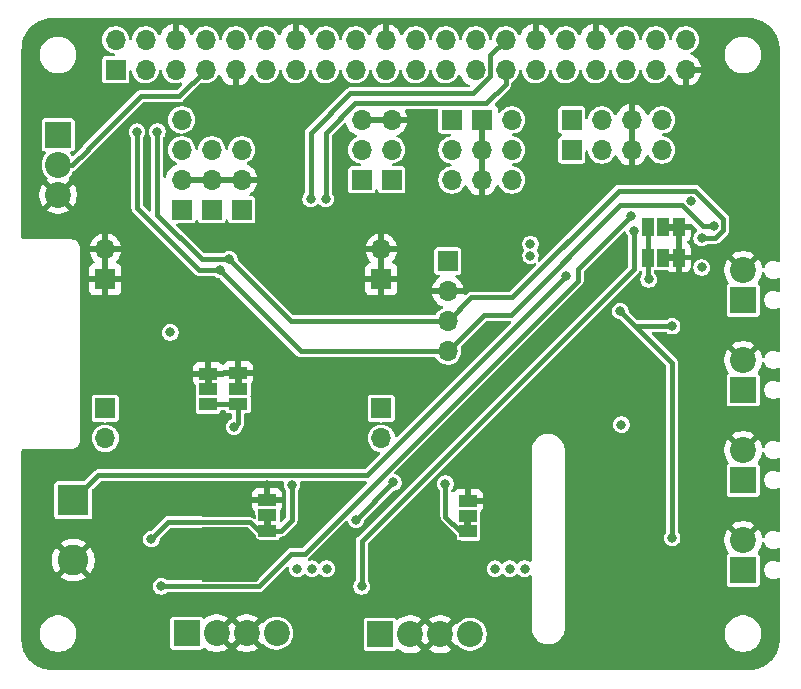
<source format=gbl>
%TF.GenerationSoftware,KiCad,Pcbnew,9.0.0*%
%TF.CreationDate,2025-04-25T21:38:15-04:00*%
%TF.ProjectId,OSTR_hat,4f535452-5f68-4617-942e-6b696361645f,2b*%
%TF.SameCoordinates,Original*%
%TF.FileFunction,Copper,L4,Bot*%
%TF.FilePolarity,Positive*%
%FSLAX46Y46*%
G04 Gerber Fmt 4.6, Leading zero omitted, Abs format (unit mm)*
G04 Created by KiCad (PCBNEW 9.0.0) date 2025-04-25 21:38:15*
%MOMM*%
%LPD*%
G01*
G04 APERTURE LIST*
%TA.AperFunction,EtchedComponent*%
%ADD10C,0.000000*%
%TD*%
%TA.AperFunction,ComponentPad*%
%ADD11R,1.700000X1.700000*%
%TD*%
%TA.AperFunction,ComponentPad*%
%ADD12O,1.700000X1.700000*%
%TD*%
%TA.AperFunction,ComponentPad*%
%ADD13R,2.200000X2.200000*%
%TD*%
%TA.AperFunction,ComponentPad*%
%ADD14C,2.200000*%
%TD*%
%TA.AperFunction,ComponentPad*%
%ADD15C,0.499999*%
%TD*%
%TA.AperFunction,ComponentPad*%
%ADD16R,2.600000X2.600000*%
%TD*%
%TA.AperFunction,ComponentPad*%
%ADD17C,2.600000*%
%TD*%
%TA.AperFunction,SMDPad,CuDef*%
%ADD18R,1.500000X1.000000*%
%TD*%
%TA.AperFunction,SMDPad,CuDef*%
%ADD19R,1.000000X1.500000*%
%TD*%
%TA.AperFunction,ViaPad*%
%ADD20C,0.800000*%
%TD*%
%TA.AperFunction,Conductor*%
%ADD21C,0.400000*%
%TD*%
G04 APERTURE END LIST*
D10*
%TA.AperFunction,EtchedComponent*%
G36*
X92650000Y-117625000D02*
G01*
X92050000Y-117625000D01*
X92050000Y-117125000D01*
X92650000Y-117125000D01*
X92650000Y-117625000D01*
G37*
%TD.AperFunction*%
%TA.AperFunction,EtchedComponent*%
G36*
X131800000Y-104610000D02*
G01*
X131300000Y-104610000D01*
X131300000Y-104010000D01*
X131800000Y-104010000D01*
X131800000Y-104610000D01*
G37*
%TD.AperFunction*%
%TA.AperFunction,EtchedComponent*%
G36*
X114651334Y-129671893D02*
G01*
X114051334Y-129671893D01*
X114051334Y-129171893D01*
X114651334Y-129171893D01*
X114651334Y-129671893D01*
G37*
%TD.AperFunction*%
%TA.AperFunction,EtchedComponent*%
G36*
X131800000Y-107182500D02*
G01*
X131300000Y-107182500D01*
X131300000Y-106582500D01*
X131800000Y-106582500D01*
X131800000Y-107182500D01*
G37*
%TD.AperFunction*%
%TA.AperFunction,EtchedComponent*%
G36*
X97650000Y-129625000D02*
G01*
X97050000Y-129625000D01*
X97050000Y-129125000D01*
X97650000Y-129125000D01*
X97650000Y-129625000D01*
G37*
%TD.AperFunction*%
%TA.AperFunction,EtchedComponent*%
G36*
X95200000Y-117575000D02*
G01*
X94600000Y-117575000D01*
X94600000Y-117075000D01*
X95200000Y-117075000D01*
X95200000Y-117575000D01*
G37*
%TD.AperFunction*%
D11*
X107018000Y-108725000D03*
D12*
X107018000Y-106185000D03*
D13*
X79650000Y-96505000D03*
D14*
X79650000Y-99045000D03*
X79650000Y-101585000D03*
D11*
X107018000Y-119647000D03*
D12*
X107018000Y-122187000D03*
D13*
X106935000Y-138771893D03*
D14*
X109475000Y-138771893D03*
X112015000Y-138771893D03*
X114555000Y-138771893D03*
D13*
X137650000Y-110480000D03*
D14*
X137650000Y-107940000D03*
D13*
X137650000Y-125720000D03*
D14*
X137650000Y-123180000D03*
D11*
X95200000Y-102840000D03*
D12*
X95200000Y-100300000D03*
X95200000Y-97760000D03*
D11*
X90120000Y-102845000D03*
D12*
X90120000Y-100305000D03*
X90120000Y-97765000D03*
X90120000Y-95225000D03*
D11*
X123140000Y-97775000D03*
D12*
X125680000Y-97775000D03*
X128220000Y-97775000D03*
X130760000Y-97775000D03*
D11*
X83650000Y-119647000D03*
D12*
X83650000Y-122187000D03*
D13*
X90535000Y-138679000D03*
D14*
X93075000Y-138679000D03*
X95615000Y-138679000D03*
X98155000Y-138679000D03*
D13*
X137650000Y-118095000D03*
D14*
X137650000Y-115555000D03*
D11*
X107900000Y-100300000D03*
D12*
X107900000Y-97760000D03*
X107900000Y-95220000D03*
D11*
X115520000Y-95235000D03*
D12*
X118060000Y-95235000D03*
X115520000Y-97775000D03*
X118060000Y-97775000D03*
X115520000Y-100315000D03*
X118060000Y-100315000D03*
D13*
X137650000Y-133340000D03*
D14*
X137650000Y-130800000D03*
D15*
X92915000Y-129925998D03*
X92915000Y-130875998D03*
X92915000Y-131825999D03*
X92915000Y-132776000D03*
X92915000Y-133726000D03*
X94265000Y-129925998D03*
X94265000Y-130875998D03*
X94265000Y-131825999D03*
X94265000Y-132776000D03*
X94265000Y-133726000D03*
X95615000Y-129925998D03*
X95615000Y-130875998D03*
X95615000Y-131825999D03*
X95615000Y-132776000D03*
X95615000Y-133726000D03*
D11*
X112650000Y-107185000D03*
D12*
X112650000Y-109725000D03*
X112650000Y-112265000D03*
X112650000Y-114805000D03*
D11*
X112985000Y-95235000D03*
D12*
X112985000Y-97775000D03*
X112985000Y-100315000D03*
D16*
X80945000Y-127430000D03*
D17*
X80945000Y-132510000D03*
D11*
X83650000Y-108725000D03*
D12*
X83650000Y-106185000D03*
D11*
X123140000Y-95235000D03*
D12*
X125680000Y-95235000D03*
X128220000Y-95235000D03*
X130760000Y-95235000D03*
D11*
X92660000Y-102840000D03*
D12*
X92660000Y-100300000D03*
X92660000Y-97760000D03*
D15*
X110008334Y-130019891D03*
X110008334Y-130969891D03*
X110008334Y-131919892D03*
X110008334Y-132869893D03*
X110008334Y-133819893D03*
X111358334Y-130019891D03*
X111358334Y-130969891D03*
X111358334Y-131919892D03*
X111358334Y-132869893D03*
X111358334Y-133819893D03*
X112708334Y-130019891D03*
X112708334Y-130969891D03*
X112708334Y-131919892D03*
X112708334Y-132869893D03*
X112708334Y-133819893D03*
D11*
X105355000Y-100300000D03*
D12*
X105355000Y-97760000D03*
X105355000Y-95220000D03*
D11*
X84520000Y-90995000D03*
D12*
X84520000Y-88455000D03*
X87060000Y-90995000D03*
X87060000Y-88455000D03*
X89600000Y-90995000D03*
X89600000Y-88455000D03*
X92140000Y-90995000D03*
X92140000Y-88455000D03*
X94680000Y-90995000D03*
X94680000Y-88455000D03*
X97220000Y-90995000D03*
X97220000Y-88455000D03*
X99760000Y-90995000D03*
X99760000Y-88455000D03*
X102300000Y-90995000D03*
X102300000Y-88455000D03*
X104840000Y-90995000D03*
X104840000Y-88455000D03*
X107380000Y-90995000D03*
X107380000Y-88455000D03*
X109920000Y-90995000D03*
X109920000Y-88455000D03*
X112460000Y-90995000D03*
X112460000Y-88455000D03*
X115000000Y-90995000D03*
X115000000Y-88455000D03*
X117540000Y-90995000D03*
X117540000Y-88455000D03*
X120080000Y-90995000D03*
X120080000Y-88455000D03*
X122620000Y-90995000D03*
X122620000Y-88455000D03*
X125160000Y-90995000D03*
X125160000Y-88455000D03*
X127700000Y-90995000D03*
X127700000Y-88455000D03*
X130240000Y-90995000D03*
X130240000Y-88455000D03*
X132780000Y-90995000D03*
X132780000Y-88455000D03*
D18*
X92350000Y-116725000D03*
X92350000Y-118025000D03*
X92350000Y-119325000D03*
D19*
X132200000Y-104310000D03*
X130900000Y-104310000D03*
X129600000Y-104310000D03*
D18*
X114351334Y-130071893D03*
X114351334Y-128771893D03*
X114351334Y-127471893D03*
D19*
X132200000Y-106882500D03*
X130900000Y-106882500D03*
X129600000Y-106882500D03*
D18*
X97350000Y-130025000D03*
X97350000Y-128725000D03*
X97350000Y-127425000D03*
X94900000Y-116675000D03*
X94900000Y-117975000D03*
X94900000Y-119275000D03*
D20*
X99850000Y-121225000D03*
X114350000Y-126025000D03*
X132950000Y-124715000D03*
X124150000Y-129325000D03*
X97350000Y-126125000D03*
X89150000Y-114825000D03*
X116150000Y-113625000D03*
X118350000Y-138225000D03*
X123750000Y-116825000D03*
X101850000Y-138225000D03*
X92400000Y-116675000D03*
X132400000Y-109225000D03*
X121650000Y-100225000D03*
X111550000Y-117725000D03*
X116850000Y-106125000D03*
X93350000Y-107925000D03*
X86335000Y-96225000D03*
X135150000Y-104225006D03*
X94150000Y-107025000D03*
X88050000Y-96225002D03*
X134150000Y-105225000D03*
X102305000Y-101925006D03*
X101035000Y-101924990D03*
X119650000Y-105725000D03*
X119650000Y-106725000D03*
X128168186Y-103338186D03*
X88400000Y-134725000D03*
X105350006Y-134725000D03*
X128409010Y-104597362D03*
X130900000Y-106895000D03*
X130900000Y-104310000D03*
X92400000Y-117974988D03*
X94900000Y-117975012D03*
X133250000Y-102125000D03*
X104874992Y-129100000D03*
X99450000Y-126125000D03*
X94550000Y-121225000D03*
X89150000Y-113225000D03*
X108050000Y-125925000D03*
X134150000Y-107725000D03*
X87550000Y-130725000D03*
X129650000Y-108725000D03*
X112450000Y-126025000D03*
X117900000Y-133225000D03*
X116650000Y-133225000D03*
X102400000Y-133225000D03*
X127350000Y-121025000D03*
X119150000Y-133225000D03*
X99900000Y-133225000D03*
X101149992Y-133225000D03*
X122650000Y-108475000D03*
X97350000Y-128725000D03*
X114351334Y-128771893D03*
X131650000Y-130625000D03*
X127250004Y-111425000D03*
X131650000Y-112700000D03*
D21*
X97350000Y-127425000D02*
X97350000Y-126125000D01*
X132200000Y-109025000D02*
X132400000Y-109225000D01*
X114351334Y-126026334D02*
X114350000Y-126025000D01*
X114351334Y-127471893D02*
X114351334Y-126026334D01*
X94900000Y-116675000D02*
X92400000Y-116675000D01*
X132200000Y-104310000D02*
X132200000Y-109025000D01*
X93350000Y-107925000D02*
X91600000Y-107925000D01*
X134218635Y-104225006D02*
X135150000Y-104225006D01*
X127268629Y-102475000D02*
X132468629Y-102475000D01*
X115730000Y-111725000D02*
X118018629Y-111725000D01*
X86335000Y-102660000D02*
X86335000Y-96225000D01*
X100230000Y-114805000D02*
X93350000Y-107925000D01*
X112650000Y-114805000D02*
X115730000Y-111725000D01*
X112650000Y-114805000D02*
X100230000Y-114805000D01*
X132468629Y-102475000D02*
X134218635Y-104225006D01*
X91600000Y-107925000D02*
X86335000Y-102660000D01*
X118018629Y-111725000D02*
X127268629Y-102475000D01*
X112650000Y-112265000D02*
X99390000Y-112265000D01*
X135950000Y-103593629D02*
X135950000Y-104556371D01*
X88050000Y-103275000D02*
X88050000Y-96225002D01*
X94150000Y-107025000D02*
X91800000Y-107025000D01*
X135281371Y-105225000D02*
X134150000Y-105225000D01*
X127150000Y-101225000D02*
X133581371Y-101225000D01*
X99390000Y-112265000D02*
X94150000Y-107025000D01*
X114650000Y-110265000D02*
X118110000Y-110265000D01*
X91800000Y-107025000D02*
X88050000Y-103275000D01*
X135950000Y-104556371D02*
X135281371Y-105225000D01*
X112650000Y-112265000D02*
X114650000Y-110265000D01*
X133581371Y-101225000D02*
X135950000Y-103593629D01*
X118110000Y-110265000D02*
X127150000Y-101225000D01*
X80870000Y-99045000D02*
X82150000Y-97765000D01*
X82150000Y-97765000D02*
X82150000Y-97725000D01*
X79650000Y-99045000D02*
X80870000Y-99045000D01*
X82150000Y-97725000D02*
X86650000Y-93225000D01*
X86650000Y-93225000D02*
X89910000Y-93225000D01*
X89910000Y-93225000D02*
X92140000Y-90995000D01*
X102305000Y-96320000D02*
X102305000Y-101925006D01*
X115912081Y-93825000D02*
X104800000Y-93825000D01*
X104800000Y-93825000D02*
X102305000Y-96320000D01*
X117540000Y-90995000D02*
X117540000Y-92197081D01*
X117540000Y-92197081D02*
X115912081Y-93825000D01*
X117540000Y-88455000D02*
X116250000Y-89745000D01*
X104400000Y-92975000D02*
X101035000Y-96340000D01*
X101035000Y-96340000D02*
X101035000Y-101924990D01*
X116250000Y-89745000D02*
X116250000Y-91512767D01*
X116250000Y-91512767D02*
X114787767Y-92975000D01*
X114787767Y-92975000D02*
X104400000Y-92975000D01*
X88400000Y-134725000D02*
X96650000Y-134725000D01*
X123650000Y-108843629D02*
X123650000Y-107856372D01*
X96650000Y-134725000D02*
X99400000Y-131975000D01*
X123650000Y-107856372D02*
X128168186Y-103338186D01*
X100518629Y-131975000D02*
X123650000Y-108843629D01*
X99400000Y-131975000D02*
X100518629Y-131975000D01*
X105350006Y-130893623D02*
X105350006Y-134725000D01*
X128409010Y-104597362D02*
X128409010Y-107834619D01*
X128409010Y-107834619D02*
X105350006Y-130893623D01*
X88999001Y-129275999D02*
X95884239Y-129275999D01*
X112450000Y-128842319D02*
X112450000Y-126025000D01*
X129600000Y-106895000D02*
X129600000Y-108675000D01*
X129600000Y-104310000D02*
X129600000Y-106895000D01*
X94900000Y-119275000D02*
X92400000Y-119275000D01*
X104875000Y-129100000D02*
X104874992Y-129100000D01*
X114351334Y-130071893D02*
X113679574Y-130071893D01*
X97350000Y-130025000D02*
X98500000Y-130025000D01*
X87550000Y-130725000D02*
X88999001Y-129275999D01*
X94900000Y-119275000D02*
X94900000Y-120875000D01*
X113679574Y-130071893D02*
X112450000Y-128842319D01*
X98500000Y-130025000D02*
X99450000Y-129075000D01*
X108050000Y-125925000D02*
X104875000Y-129100000D01*
X95884239Y-129275999D02*
X96633240Y-130025000D01*
X96633240Y-130025000D02*
X97350000Y-130025000D01*
X129600000Y-108675000D02*
X129650000Y-108725000D01*
X99450000Y-129075000D02*
X99450000Y-126125000D01*
X94900000Y-120875000D02*
X94550000Y-121225000D01*
X80945000Y-127430000D02*
X83050000Y-125325000D01*
X83050000Y-125325000D02*
X105800000Y-125325000D01*
X105800000Y-125325000D02*
X122650000Y-108475000D01*
X127250004Y-111425000D02*
X131650002Y-115824998D01*
X131650000Y-112700000D02*
X128525004Y-112700000D01*
X131650002Y-115824998D02*
X131650002Y-130624998D01*
X128525004Y-112700000D02*
X127250004Y-111425000D01*
X131650002Y-130624998D02*
X131650000Y-130625000D01*
%TA.AperFunction,Conductor*%
G36*
X112049500Y-128895045D02*
G01*
X112076793Y-128996908D01*
X112103156Y-129042569D01*
X112129520Y-129088232D01*
X112129522Y-129088234D01*
X113364515Y-130323227D01*
X113398000Y-130384550D01*
X113400834Y-130410908D01*
X113400834Y-130591645D01*
X113412465Y-130650122D01*
X113412466Y-130650123D01*
X113456781Y-130716445D01*
X113523103Y-130760760D01*
X113523104Y-130760761D01*
X113581581Y-130772392D01*
X113581584Y-130772393D01*
X113751334Y-130772393D01*
X113751334Y-134971893D01*
X108951334Y-134971893D01*
X108951334Y-128871893D01*
X112049500Y-128871893D01*
X112049500Y-128895045D01*
G37*
%TD.AperFunction*%
%TA.AperFunction,Conductor*%
G36*
X105727991Y-125845185D02*
G01*
X105773746Y-125897989D01*
X105783690Y-125967147D01*
X105754665Y-126030703D01*
X105748633Y-126037181D01*
X100347634Y-131438181D01*
X100286311Y-131471666D01*
X100259953Y-131474500D01*
X99334107Y-131474500D01*
X99206812Y-131508608D01*
X99092686Y-131574500D01*
X99092683Y-131574502D01*
X98999498Y-131667688D01*
X96632000Y-134035185D01*
X96632000Y-130825499D01*
X98144864Y-130825499D01*
X98144879Y-130825497D01*
X98144882Y-130825497D01*
X98169987Y-130822586D01*
X98169988Y-130822585D01*
X98169991Y-130822585D01*
X98272765Y-130777206D01*
X98352206Y-130697765D01*
X98387974Y-130616758D01*
X98395633Y-130599413D01*
X98440719Y-130546037D01*
X98507505Y-130525510D01*
X98509067Y-130525500D01*
X98565890Y-130525500D01*
X98565892Y-130525500D01*
X98693186Y-130491392D01*
X98807314Y-130425500D01*
X99850500Y-129382314D01*
X99916392Y-129268186D01*
X99950500Y-129140892D01*
X99950500Y-129009107D01*
X99950500Y-126666518D01*
X99970185Y-126599479D01*
X99986823Y-126578833D01*
X99994114Y-126571542D01*
X100070775Y-126456811D01*
X100123580Y-126329328D01*
X100132389Y-126285041D01*
X100150500Y-126193995D01*
X100150500Y-126056004D01*
X100150499Y-126056002D01*
X100134127Y-125973691D01*
X100140354Y-125904100D01*
X100183217Y-125848922D01*
X100249107Y-125825678D01*
X100255744Y-125825500D01*
X105660952Y-125825500D01*
X105727991Y-125845185D01*
G37*
%TD.AperFunction*%
%TA.AperFunction,Conductor*%
G36*
X92194075Y-100107007D02*
G01*
X92160000Y-100234174D01*
X92160000Y-100365826D01*
X92194075Y-100492993D01*
X92226988Y-100550000D01*
X91573963Y-100550000D01*
X91569996Y-100552166D01*
X91543638Y-100555000D01*
X90553012Y-100555000D01*
X90585925Y-100497993D01*
X90620000Y-100370826D01*
X90620000Y-100239174D01*
X90585925Y-100112007D01*
X90553012Y-100055000D01*
X91206037Y-100055000D01*
X91210004Y-100052834D01*
X91236362Y-100050000D01*
X92226988Y-100050000D01*
X92194075Y-100107007D01*
G37*
%TD.AperFunction*%
%TA.AperFunction,Conductor*%
G36*
X94734075Y-100107007D02*
G01*
X94700000Y-100234174D01*
X94700000Y-100365826D01*
X94734075Y-100492993D01*
X94766988Y-100550000D01*
X93093012Y-100550000D01*
X93125925Y-100492993D01*
X93160000Y-100365826D01*
X93160000Y-100234174D01*
X93125925Y-100107007D01*
X93093012Y-100050000D01*
X94766988Y-100050000D01*
X94734075Y-100107007D01*
G37*
%TD.AperFunction*%
%TA.AperFunction,Conductor*%
G36*
X83900000Y-108291988D02*
G01*
X83842993Y-108259075D01*
X83715826Y-108225000D01*
X83584174Y-108225000D01*
X83457007Y-108259075D01*
X83400000Y-108291988D01*
X83400000Y-106618012D01*
X83457007Y-106650925D01*
X83584174Y-106685000D01*
X83715826Y-106685000D01*
X83842993Y-106650925D01*
X83900000Y-106618012D01*
X83900000Y-108291988D01*
G37*
%TD.AperFunction*%
%TA.AperFunction,Conductor*%
G36*
X107268000Y-108291988D02*
G01*
X107210993Y-108259075D01*
X107083826Y-108225000D01*
X106952174Y-108225000D01*
X106825007Y-108259075D01*
X106768000Y-108291988D01*
X106768000Y-106618012D01*
X106825007Y-106650925D01*
X106952174Y-106685000D01*
X107083826Y-106685000D01*
X107210993Y-106650925D01*
X107268000Y-106618012D01*
X107268000Y-108291988D01*
G37*
%TD.AperFunction*%
%TA.AperFunction,Conductor*%
G36*
X115770000Y-99881988D02*
G01*
X115712993Y-99849075D01*
X115585826Y-99815000D01*
X115454174Y-99815000D01*
X115327007Y-99849075D01*
X115270000Y-99881988D01*
X115270000Y-98208012D01*
X115327007Y-98240925D01*
X115454174Y-98275000D01*
X115585826Y-98275000D01*
X115712993Y-98240925D01*
X115770000Y-98208012D01*
X115770000Y-99881988D01*
G37*
%TD.AperFunction*%
%TA.AperFunction,Conductor*%
G36*
X115770000Y-97341988D02*
G01*
X115712993Y-97309075D01*
X115585826Y-97275000D01*
X115454174Y-97275000D01*
X115327007Y-97309075D01*
X115270000Y-97341988D01*
X115270000Y-95668012D01*
X115327007Y-95700925D01*
X115454174Y-95735000D01*
X115585826Y-95735000D01*
X115712993Y-95700925D01*
X115770000Y-95668012D01*
X115770000Y-97341988D01*
G37*
%TD.AperFunction*%
%TA.AperFunction,Conductor*%
G36*
X107434075Y-95027007D02*
G01*
X107400000Y-95154174D01*
X107400000Y-95285826D01*
X107434075Y-95412993D01*
X107466988Y-95470000D01*
X105788012Y-95470000D01*
X105820925Y-95412993D01*
X105855000Y-95285826D01*
X105855000Y-95154174D01*
X105820925Y-95027007D01*
X105788012Y-94970000D01*
X107466988Y-94970000D01*
X107434075Y-95027007D01*
G37*
%TD.AperFunction*%
%TA.AperFunction,Conductor*%
G36*
X128470000Y-97341988D02*
G01*
X128412993Y-97309075D01*
X128285826Y-97275000D01*
X128154174Y-97275000D01*
X128027007Y-97309075D01*
X127970000Y-97341988D01*
X127970000Y-95668012D01*
X128027007Y-95700925D01*
X128154174Y-95735000D01*
X128285826Y-95735000D01*
X128412993Y-95700925D01*
X128470000Y-95668012D01*
X128470000Y-97341988D01*
G37*
%TD.AperFunction*%
%TA.AperFunction,Conductor*%
G36*
X138153471Y-86625695D02*
G01*
X138191470Y-86627828D01*
X138434106Y-86641454D01*
X138447909Y-86643010D01*
X138721584Y-86689509D01*
X138735123Y-86692599D01*
X139001874Y-86769449D01*
X139014993Y-86774040D01*
X139271445Y-86880265D01*
X139283967Y-86886294D01*
X139470623Y-86989456D01*
X139526921Y-87020571D01*
X139538695Y-87027969D01*
X139765081Y-87188598D01*
X139775953Y-87197268D01*
X139895945Y-87304500D01*
X139982931Y-87382235D01*
X139992762Y-87392066D01*
X140063306Y-87471004D01*
X140177731Y-87599046D01*
X140186401Y-87609918D01*
X140347030Y-87836304D01*
X140354428Y-87848078D01*
X140488701Y-88091025D01*
X140494734Y-88103554D01*
X140600959Y-88360006D01*
X140605552Y-88373130D01*
X140682397Y-88639865D01*
X140685491Y-88653422D01*
X140731988Y-88927082D01*
X140733545Y-88940900D01*
X140749305Y-89221527D01*
X140749500Y-89228480D01*
X140749500Y-107179239D01*
X140729815Y-107246278D01*
X140677011Y-107292033D01*
X140607853Y-107301977D01*
X140556611Y-107282343D01*
X140545497Y-107274917D01*
X140545488Y-107274912D01*
X140408917Y-107218343D01*
X140408907Y-107218340D01*
X140263920Y-107189500D01*
X140263918Y-107189500D01*
X140116082Y-107189500D01*
X140116080Y-107189500D01*
X139971092Y-107218340D01*
X139971082Y-107218343D01*
X139834511Y-107274912D01*
X139834498Y-107274919D01*
X139711584Y-107357048D01*
X139711580Y-107357051D01*
X139607051Y-107461580D01*
X139607048Y-107461584D01*
X139524919Y-107584498D01*
X139524914Y-107584508D01*
X139467995Y-107721923D01*
X139424154Y-107776326D01*
X139357860Y-107798391D01*
X139290160Y-107781112D01*
X139242550Y-107729974D01*
X139230961Y-107693868D01*
X139210602Y-107565330D01*
X139132780Y-107325815D01*
X139018442Y-107101416D01*
X138944250Y-106999301D01*
X138944250Y-106999300D01*
X138173787Y-107769764D01*
X138162518Y-107727708D01*
X138090110Y-107602292D01*
X137987708Y-107499890D01*
X137862292Y-107427482D01*
X137820232Y-107416212D01*
X138590698Y-106645748D01*
X138488583Y-106571557D01*
X138264184Y-106457219D01*
X138024669Y-106379397D01*
X137775928Y-106340000D01*
X137524072Y-106340000D01*
X137275330Y-106379397D01*
X137035815Y-106457219D01*
X136811413Y-106571559D01*
X136709301Y-106645747D01*
X136709300Y-106645748D01*
X137479765Y-107416212D01*
X137437708Y-107427482D01*
X137312292Y-107499890D01*
X137209890Y-107602292D01*
X137137482Y-107727708D01*
X137126212Y-107769765D01*
X136355748Y-106999300D01*
X136355747Y-106999301D01*
X136281559Y-107101413D01*
X136167219Y-107325815D01*
X136089397Y-107565330D01*
X136050000Y-107814071D01*
X136050000Y-108065928D01*
X136089397Y-108314669D01*
X136167219Y-108554184D01*
X136281557Y-108778583D01*
X136407822Y-108952371D01*
X136431302Y-109018178D01*
X136415477Y-109086232D01*
X136385075Y-109119384D01*
X136385360Y-109119669D01*
X136378801Y-109126227D01*
X136377586Y-109127553D01*
X136377236Y-109127792D01*
X136297794Y-109207234D01*
X136252415Y-109310006D01*
X136252415Y-109310008D01*
X136249500Y-109335131D01*
X136249500Y-111624856D01*
X136249502Y-111624882D01*
X136252413Y-111649987D01*
X136252415Y-111649991D01*
X136297793Y-111752764D01*
X136297794Y-111752765D01*
X136377235Y-111832206D01*
X136480009Y-111877585D01*
X136505135Y-111880500D01*
X138794864Y-111880499D01*
X138794879Y-111880497D01*
X138794882Y-111880497D01*
X138819987Y-111877586D01*
X138819988Y-111877585D01*
X138819991Y-111877585D01*
X138922765Y-111832206D01*
X139002206Y-111752765D01*
X139047585Y-111649991D01*
X139050500Y-111624865D01*
X139050499Y-109335136D01*
X139049312Y-109324901D01*
X139047586Y-109310012D01*
X139047585Y-109310010D01*
X139047585Y-109310009D01*
X139002206Y-109207235D01*
X138922765Y-109127794D01*
X138922762Y-109127792D01*
X138922418Y-109127557D01*
X138921929Y-109126958D01*
X138914640Y-109119669D01*
X138915377Y-109118931D01*
X138878235Y-109073430D01*
X138870329Y-109004009D01*
X138892177Y-108952371D01*
X139018442Y-108778583D01*
X139132780Y-108554184D01*
X139210602Y-108314669D01*
X139230961Y-108186131D01*
X139260890Y-108122997D01*
X139320201Y-108086065D01*
X139390064Y-108087063D01*
X139448297Y-108125672D01*
X139467995Y-108158076D01*
X139524914Y-108295492D01*
X139524919Y-108295501D01*
X139607048Y-108418415D01*
X139607051Y-108418419D01*
X139711580Y-108522948D01*
X139711584Y-108522951D01*
X139834498Y-108605080D01*
X139834511Y-108605087D01*
X139936281Y-108647241D01*
X139971087Y-108661658D01*
X139971091Y-108661658D01*
X139971092Y-108661659D01*
X140116079Y-108690500D01*
X140116082Y-108690500D01*
X140263920Y-108690500D01*
X140361462Y-108671096D01*
X140408913Y-108661658D01*
X140545495Y-108605084D01*
X140556607Y-108597658D01*
X140623284Y-108576780D01*
X140690664Y-108595263D01*
X140737356Y-108647241D01*
X140749500Y-108700760D01*
X140749500Y-109719239D01*
X140729815Y-109786278D01*
X140677011Y-109832033D01*
X140607853Y-109841977D01*
X140556611Y-109822343D01*
X140545497Y-109814917D01*
X140545488Y-109814912D01*
X140408917Y-109758343D01*
X140408907Y-109758340D01*
X140263920Y-109729500D01*
X140263918Y-109729500D01*
X140116082Y-109729500D01*
X140116080Y-109729500D01*
X139971092Y-109758340D01*
X139971082Y-109758343D01*
X139834511Y-109814912D01*
X139834498Y-109814919D01*
X139711584Y-109897048D01*
X139711580Y-109897051D01*
X139607051Y-110001580D01*
X139607048Y-110001584D01*
X139524919Y-110124498D01*
X139524912Y-110124511D01*
X139468343Y-110261082D01*
X139468340Y-110261092D01*
X139439500Y-110406079D01*
X139439500Y-110406082D01*
X139439500Y-110553918D01*
X139439500Y-110553920D01*
X139439499Y-110553920D01*
X139468340Y-110698907D01*
X139468343Y-110698917D01*
X139524912Y-110835488D01*
X139524919Y-110835501D01*
X139607048Y-110958415D01*
X139607051Y-110958419D01*
X139711580Y-111062948D01*
X139711584Y-111062951D01*
X139834498Y-111145080D01*
X139834511Y-111145087D01*
X139971082Y-111201656D01*
X139971087Y-111201658D01*
X139971091Y-111201658D01*
X139971092Y-111201659D01*
X140116079Y-111230500D01*
X140116082Y-111230500D01*
X140263920Y-111230500D01*
X140361462Y-111211096D01*
X140408913Y-111201658D01*
X140545495Y-111145084D01*
X140556607Y-111137658D01*
X140623284Y-111116780D01*
X140690664Y-111135263D01*
X140737356Y-111187241D01*
X140749500Y-111240760D01*
X140749500Y-114794239D01*
X140729815Y-114861278D01*
X140677011Y-114907033D01*
X140607853Y-114916977D01*
X140556611Y-114897343D01*
X140545497Y-114889917D01*
X140545488Y-114889912D01*
X140408917Y-114833343D01*
X140408907Y-114833340D01*
X140263920Y-114804500D01*
X140263918Y-114804500D01*
X140116082Y-114804500D01*
X140116080Y-114804500D01*
X139971092Y-114833340D01*
X139971082Y-114833343D01*
X139834511Y-114889912D01*
X139834498Y-114889919D01*
X139711584Y-114972048D01*
X139711580Y-114972051D01*
X139607051Y-115076580D01*
X139607048Y-115076584D01*
X139524919Y-115199498D01*
X139524914Y-115199508D01*
X139467995Y-115336923D01*
X139424154Y-115391326D01*
X139357860Y-115413391D01*
X139290160Y-115396112D01*
X139242550Y-115344974D01*
X139230961Y-115308868D01*
X139210602Y-115180330D01*
X139132780Y-114940815D01*
X139018442Y-114716416D01*
X138944250Y-114614301D01*
X138944250Y-114614300D01*
X138173787Y-115384764D01*
X138162518Y-115342708D01*
X138090110Y-115217292D01*
X137987708Y-115114890D01*
X137862292Y-115042482D01*
X137820232Y-115031212D01*
X138590698Y-114260748D01*
X138488583Y-114186557D01*
X138264184Y-114072219D01*
X138024669Y-113994397D01*
X137775928Y-113955000D01*
X137524072Y-113955000D01*
X137275330Y-113994397D01*
X137035815Y-114072219D01*
X136811413Y-114186559D01*
X136709301Y-114260747D01*
X136709300Y-114260748D01*
X137479765Y-115031212D01*
X137437708Y-115042482D01*
X137312292Y-115114890D01*
X137209890Y-115217292D01*
X137137482Y-115342708D01*
X137126212Y-115384765D01*
X136355748Y-114614300D01*
X136355747Y-114614301D01*
X136281559Y-114716413D01*
X136167219Y-114940815D01*
X136089397Y-115180330D01*
X136050000Y-115429071D01*
X136050000Y-115680928D01*
X136089397Y-115929669D01*
X136167219Y-116169184D01*
X136281557Y-116393583D01*
X136407822Y-116567371D01*
X136431302Y-116633178D01*
X136415477Y-116701232D01*
X136385075Y-116734384D01*
X136385360Y-116734669D01*
X136378801Y-116741227D01*
X136377586Y-116742553D01*
X136377236Y-116742792D01*
X136297794Y-116822234D01*
X136252415Y-116925006D01*
X136252415Y-116925008D01*
X136249500Y-116950131D01*
X136249500Y-119239856D01*
X136249502Y-119239882D01*
X136252413Y-119264987D01*
X136252415Y-119264991D01*
X136297793Y-119367764D01*
X136297794Y-119367765D01*
X136377235Y-119447206D01*
X136480009Y-119492585D01*
X136505135Y-119495500D01*
X138794864Y-119495499D01*
X138794879Y-119495497D01*
X138794882Y-119495497D01*
X138819987Y-119492586D01*
X138819988Y-119492585D01*
X138819991Y-119492585D01*
X138922765Y-119447206D01*
X139002206Y-119367765D01*
X139047585Y-119264991D01*
X139050500Y-119239865D01*
X139050499Y-116950136D01*
X139049171Y-116938681D01*
X139047586Y-116925012D01*
X139047585Y-116925010D01*
X139047585Y-116925009D01*
X139002206Y-116822235D01*
X138922765Y-116742794D01*
X138922762Y-116742792D01*
X138922418Y-116742557D01*
X138921929Y-116741958D01*
X138914640Y-116734669D01*
X138915377Y-116733931D01*
X138878235Y-116688430D01*
X138870329Y-116619009D01*
X138892177Y-116567371D01*
X139018442Y-116393583D01*
X139132780Y-116169184D01*
X139210602Y-115929669D01*
X139230961Y-115801131D01*
X139260890Y-115737997D01*
X139320201Y-115701065D01*
X139390064Y-115702063D01*
X139448297Y-115740672D01*
X139467995Y-115773076D01*
X139524914Y-115910492D01*
X139524919Y-115910501D01*
X139607048Y-116033415D01*
X139607051Y-116033419D01*
X139711580Y-116137948D01*
X139711584Y-116137951D01*
X139834498Y-116220080D01*
X139834511Y-116220087D01*
X139936281Y-116262241D01*
X139971087Y-116276658D01*
X139971091Y-116276658D01*
X139971092Y-116276659D01*
X140116079Y-116305500D01*
X140116082Y-116305500D01*
X140263920Y-116305500D01*
X140361462Y-116286096D01*
X140408913Y-116276658D01*
X140545495Y-116220084D01*
X140556607Y-116212658D01*
X140623284Y-116191780D01*
X140690664Y-116210263D01*
X140737356Y-116262241D01*
X140749500Y-116315760D01*
X140749500Y-117334239D01*
X140729815Y-117401278D01*
X140677011Y-117447033D01*
X140607853Y-117456977D01*
X140556611Y-117437343D01*
X140545497Y-117429917D01*
X140545488Y-117429912D01*
X140408917Y-117373343D01*
X140408907Y-117373340D01*
X140263920Y-117344500D01*
X140263918Y-117344500D01*
X140116082Y-117344500D01*
X140116080Y-117344500D01*
X139971092Y-117373340D01*
X139971082Y-117373343D01*
X139834511Y-117429912D01*
X139834498Y-117429919D01*
X139711584Y-117512048D01*
X139711580Y-117512051D01*
X139607051Y-117616580D01*
X139607048Y-117616584D01*
X139524919Y-117739498D01*
X139524912Y-117739511D01*
X139468343Y-117876082D01*
X139468340Y-117876092D01*
X139439500Y-118021079D01*
X139439500Y-118021082D01*
X139439500Y-118168918D01*
X139439500Y-118168920D01*
X139439499Y-118168920D01*
X139468340Y-118313907D01*
X139468343Y-118313917D01*
X139524912Y-118450488D01*
X139524919Y-118450501D01*
X139607048Y-118573415D01*
X139607051Y-118573419D01*
X139711580Y-118677948D01*
X139711584Y-118677951D01*
X139834498Y-118760080D01*
X139834511Y-118760087D01*
X139882912Y-118780135D01*
X139971087Y-118816658D01*
X139971091Y-118816658D01*
X139971092Y-118816659D01*
X140116079Y-118845500D01*
X140116082Y-118845500D01*
X140263920Y-118845500D01*
X140361462Y-118826096D01*
X140408913Y-118816658D01*
X140545495Y-118760084D01*
X140556607Y-118752658D01*
X140623284Y-118731780D01*
X140690664Y-118750263D01*
X140737356Y-118802241D01*
X140749500Y-118855760D01*
X140749500Y-122419239D01*
X140729815Y-122486278D01*
X140677011Y-122532033D01*
X140607853Y-122541977D01*
X140556611Y-122522343D01*
X140545497Y-122514917D01*
X140545488Y-122514912D01*
X140408917Y-122458343D01*
X140408907Y-122458340D01*
X140263920Y-122429500D01*
X140263918Y-122429500D01*
X140116082Y-122429500D01*
X140116080Y-122429500D01*
X139971092Y-122458340D01*
X139971082Y-122458343D01*
X139834511Y-122514912D01*
X139834498Y-122514919D01*
X139711584Y-122597048D01*
X139711580Y-122597051D01*
X139607051Y-122701580D01*
X139607048Y-122701584D01*
X139524919Y-122824498D01*
X139524914Y-122824508D01*
X139467995Y-122961923D01*
X139424154Y-123016326D01*
X139357860Y-123038391D01*
X139290160Y-123021112D01*
X139242550Y-122969974D01*
X139230961Y-122933868D01*
X139210602Y-122805330D01*
X139132780Y-122565815D01*
X139018442Y-122341416D01*
X138944250Y-122239301D01*
X138944250Y-122239300D01*
X138173787Y-123009764D01*
X138162518Y-122967708D01*
X138090110Y-122842292D01*
X137987708Y-122739890D01*
X137862292Y-122667482D01*
X137820232Y-122656212D01*
X138590698Y-121885748D01*
X138488583Y-121811557D01*
X138264184Y-121697219D01*
X138024669Y-121619397D01*
X137775928Y-121580000D01*
X137524072Y-121580000D01*
X137275330Y-121619397D01*
X137035815Y-121697219D01*
X136811413Y-121811559D01*
X136709301Y-121885747D01*
X136709300Y-121885748D01*
X137479765Y-122656212D01*
X137437708Y-122667482D01*
X137312292Y-122739890D01*
X137209890Y-122842292D01*
X137137482Y-122967708D01*
X137126212Y-123009765D01*
X136355748Y-122239300D01*
X136355747Y-122239301D01*
X136281559Y-122341413D01*
X136167219Y-122565815D01*
X136089397Y-122805330D01*
X136050000Y-123054071D01*
X136050000Y-123305928D01*
X136089397Y-123554669D01*
X136167219Y-123794184D01*
X136281557Y-124018583D01*
X136407822Y-124192371D01*
X136431302Y-124258178D01*
X136415477Y-124326232D01*
X136385075Y-124359384D01*
X136385360Y-124359669D01*
X136378801Y-124366227D01*
X136377586Y-124367553D01*
X136377236Y-124367792D01*
X136297794Y-124447234D01*
X136252415Y-124550006D01*
X136252415Y-124550008D01*
X136249500Y-124575131D01*
X136249500Y-126864856D01*
X136249502Y-126864882D01*
X136252413Y-126889987D01*
X136252415Y-126889991D01*
X136297793Y-126992764D01*
X136297794Y-126992765D01*
X136377235Y-127072206D01*
X136480009Y-127117585D01*
X136505135Y-127120500D01*
X138794864Y-127120499D01*
X138794879Y-127120497D01*
X138794882Y-127120497D01*
X138819987Y-127117586D01*
X138819988Y-127117585D01*
X138819991Y-127117585D01*
X138922765Y-127072206D01*
X139002206Y-126992765D01*
X139047585Y-126889991D01*
X139050500Y-126864865D01*
X139050499Y-124575136D01*
X139050497Y-124575117D01*
X139047586Y-124550012D01*
X139047585Y-124550010D01*
X139047585Y-124550009D01*
X139002206Y-124447235D01*
X138922765Y-124367794D01*
X138922762Y-124367792D01*
X138922418Y-124367557D01*
X138921929Y-124366958D01*
X138914640Y-124359669D01*
X138915377Y-124358931D01*
X138878235Y-124313430D01*
X138870329Y-124244009D01*
X138892177Y-124192371D01*
X139018442Y-124018583D01*
X139132780Y-123794184D01*
X139210602Y-123554669D01*
X139230961Y-123426131D01*
X139260890Y-123362997D01*
X139320201Y-123326065D01*
X139390064Y-123327063D01*
X139448297Y-123365672D01*
X139467995Y-123398076D01*
X139524914Y-123535492D01*
X139524919Y-123535501D01*
X139607048Y-123658415D01*
X139607051Y-123658419D01*
X139711580Y-123762948D01*
X139711584Y-123762951D01*
X139834498Y-123845080D01*
X139834511Y-123845087D01*
X139936281Y-123887241D01*
X139971087Y-123901658D01*
X139971091Y-123901658D01*
X139971092Y-123901659D01*
X140116079Y-123930500D01*
X140116082Y-123930500D01*
X140263920Y-123930500D01*
X140361462Y-123911096D01*
X140408913Y-123901658D01*
X140545495Y-123845084D01*
X140556607Y-123837658D01*
X140623284Y-123816780D01*
X140690664Y-123835263D01*
X140737356Y-123887241D01*
X140749500Y-123940760D01*
X140749500Y-124959239D01*
X140729815Y-125026278D01*
X140677011Y-125072033D01*
X140607853Y-125081977D01*
X140556611Y-125062343D01*
X140545497Y-125054917D01*
X140545488Y-125054912D01*
X140408917Y-124998343D01*
X140408907Y-124998340D01*
X140263920Y-124969500D01*
X140263918Y-124969500D01*
X140116082Y-124969500D01*
X140116080Y-124969500D01*
X139971092Y-124998340D01*
X139971082Y-124998343D01*
X139834511Y-125054912D01*
X139834498Y-125054919D01*
X139711584Y-125137048D01*
X139711580Y-125137051D01*
X139607051Y-125241580D01*
X139607048Y-125241584D01*
X139524919Y-125364498D01*
X139524912Y-125364511D01*
X139468343Y-125501082D01*
X139468340Y-125501092D01*
X139439500Y-125646079D01*
X139439500Y-125646082D01*
X139439500Y-125793918D01*
X139439500Y-125793920D01*
X139439499Y-125793920D01*
X139468340Y-125938907D01*
X139468343Y-125938917D01*
X139524912Y-126075488D01*
X139524919Y-126075501D01*
X139607048Y-126198415D01*
X139607051Y-126198419D01*
X139711580Y-126302948D01*
X139711584Y-126302951D01*
X139834498Y-126385080D01*
X139834511Y-126385087D01*
X139936281Y-126427241D01*
X139971087Y-126441658D01*
X139971091Y-126441658D01*
X139971092Y-126441659D01*
X140116079Y-126470500D01*
X140116082Y-126470500D01*
X140263920Y-126470500D01*
X140361462Y-126451096D01*
X140408913Y-126441658D01*
X140545495Y-126385084D01*
X140556607Y-126377658D01*
X140623284Y-126356780D01*
X140690664Y-126375263D01*
X140737356Y-126427241D01*
X140749500Y-126480760D01*
X140749500Y-130039239D01*
X140729815Y-130106278D01*
X140677011Y-130152033D01*
X140607853Y-130161977D01*
X140556611Y-130142343D01*
X140545497Y-130134917D01*
X140545488Y-130134912D01*
X140408917Y-130078343D01*
X140408907Y-130078340D01*
X140263920Y-130049500D01*
X140263918Y-130049500D01*
X140116082Y-130049500D01*
X140116080Y-130049500D01*
X139971092Y-130078340D01*
X139971082Y-130078343D01*
X139834511Y-130134912D01*
X139834498Y-130134919D01*
X139711584Y-130217048D01*
X139711580Y-130217051D01*
X139607051Y-130321580D01*
X139607048Y-130321584D01*
X139524919Y-130444498D01*
X139524914Y-130444508D01*
X139467995Y-130581923D01*
X139424154Y-130636326D01*
X139357860Y-130658391D01*
X139290160Y-130641112D01*
X139242550Y-130589974D01*
X139230961Y-130553868D01*
X139210602Y-130425330D01*
X139132780Y-130185815D01*
X139018442Y-129961416D01*
X138944250Y-129859301D01*
X138944250Y-129859300D01*
X138173787Y-130629764D01*
X138162518Y-130587708D01*
X138090110Y-130462292D01*
X137987708Y-130359890D01*
X137862292Y-130287482D01*
X137820232Y-130276212D01*
X138590698Y-129505748D01*
X138488583Y-129431557D01*
X138264184Y-129317219D01*
X138024669Y-129239397D01*
X137775928Y-129200000D01*
X137524072Y-129200000D01*
X137275330Y-129239397D01*
X137035815Y-129317219D01*
X136811413Y-129431559D01*
X136709301Y-129505747D01*
X136709300Y-129505748D01*
X137479765Y-130276212D01*
X137437708Y-130287482D01*
X137312292Y-130359890D01*
X137209890Y-130462292D01*
X137137482Y-130587708D01*
X137126212Y-130629765D01*
X136355748Y-129859300D01*
X136355747Y-129859301D01*
X136281559Y-129961413D01*
X136167219Y-130185815D01*
X136089397Y-130425330D01*
X136050000Y-130674071D01*
X136050000Y-130925928D01*
X136089397Y-131174669D01*
X136167219Y-131414184D01*
X136281557Y-131638583D01*
X136407822Y-131812371D01*
X136431302Y-131878178D01*
X136415477Y-131946232D01*
X136385075Y-131979384D01*
X136385360Y-131979669D01*
X136378801Y-131986227D01*
X136377586Y-131987553D01*
X136377236Y-131987792D01*
X136297794Y-132067234D01*
X136252415Y-132170006D01*
X136252415Y-132170008D01*
X136249500Y-132195131D01*
X136249500Y-134484856D01*
X136249502Y-134484882D01*
X136252413Y-134509987D01*
X136252415Y-134509991D01*
X136297793Y-134612764D01*
X136297794Y-134612765D01*
X136377235Y-134692206D01*
X136480009Y-134737585D01*
X136505135Y-134740500D01*
X138794864Y-134740499D01*
X138794879Y-134740497D01*
X138794882Y-134740497D01*
X138819987Y-134737586D01*
X138819988Y-134737585D01*
X138819991Y-134737585D01*
X138922765Y-134692206D01*
X139002206Y-134612765D01*
X139047585Y-134509991D01*
X139050500Y-134484865D01*
X139050499Y-132195136D01*
X139048692Y-132179551D01*
X139047586Y-132170012D01*
X139047585Y-132170010D01*
X139047585Y-132170009D01*
X139002206Y-132067235D01*
X138922765Y-131987794D01*
X138922762Y-131987792D01*
X138922418Y-131987557D01*
X138921929Y-131986958D01*
X138914640Y-131979669D01*
X138915377Y-131978931D01*
X138878235Y-131933430D01*
X138870329Y-131864009D01*
X138892177Y-131812371D01*
X139018442Y-131638583D01*
X139132780Y-131414184D01*
X139210602Y-131174669D01*
X139230961Y-131046131D01*
X139260890Y-130982997D01*
X139320201Y-130946065D01*
X139390064Y-130947063D01*
X139448297Y-130985672D01*
X139467995Y-131018076D01*
X139524914Y-131155492D01*
X139524919Y-131155501D01*
X139607048Y-131278415D01*
X139607051Y-131278419D01*
X139711580Y-131382948D01*
X139711584Y-131382951D01*
X139834498Y-131465080D01*
X139834511Y-131465087D01*
X139936281Y-131507241D01*
X139971087Y-131521658D01*
X139971091Y-131521658D01*
X139971092Y-131521659D01*
X140116079Y-131550500D01*
X140116082Y-131550500D01*
X140263920Y-131550500D01*
X140361462Y-131531096D01*
X140408913Y-131521658D01*
X140545495Y-131465084D01*
X140556607Y-131457658D01*
X140623284Y-131436780D01*
X140690664Y-131455263D01*
X140737356Y-131507241D01*
X140749500Y-131560760D01*
X140749500Y-132579239D01*
X140729815Y-132646278D01*
X140677011Y-132692033D01*
X140607853Y-132701977D01*
X140556611Y-132682343D01*
X140545497Y-132674917D01*
X140545488Y-132674912D01*
X140408917Y-132618343D01*
X140408907Y-132618340D01*
X140263920Y-132589500D01*
X140263918Y-132589500D01*
X140116082Y-132589500D01*
X140116080Y-132589500D01*
X139971092Y-132618340D01*
X139971082Y-132618343D01*
X139834511Y-132674912D01*
X139834498Y-132674919D01*
X139711584Y-132757048D01*
X139711580Y-132757051D01*
X139607051Y-132861580D01*
X139607048Y-132861584D01*
X139524919Y-132984498D01*
X139524912Y-132984511D01*
X139468343Y-133121082D01*
X139468340Y-133121092D01*
X139439500Y-133266079D01*
X139439500Y-133266082D01*
X139439500Y-133413918D01*
X139439500Y-133413920D01*
X139439499Y-133413920D01*
X139468340Y-133558907D01*
X139468343Y-133558917D01*
X139524912Y-133695488D01*
X139524919Y-133695501D01*
X139607048Y-133818415D01*
X139607051Y-133818419D01*
X139711580Y-133922948D01*
X139711584Y-133922951D01*
X139834498Y-134005080D01*
X139834511Y-134005087D01*
X139971082Y-134061656D01*
X139971087Y-134061658D01*
X139971091Y-134061658D01*
X139971092Y-134061659D01*
X140116079Y-134090500D01*
X140116082Y-134090500D01*
X140263920Y-134090500D01*
X140361462Y-134071096D01*
X140408913Y-134061658D01*
X140545495Y-134005084D01*
X140556607Y-133997658D01*
X140623284Y-133976780D01*
X140690664Y-133995263D01*
X140737356Y-134047241D01*
X140749500Y-134100760D01*
X140749500Y-139221519D01*
X140749305Y-139228472D01*
X140733545Y-139509099D01*
X140731988Y-139522917D01*
X140685491Y-139796577D01*
X140682397Y-139810134D01*
X140605552Y-140076869D01*
X140600959Y-140089993D01*
X140494734Y-140346445D01*
X140488701Y-140358974D01*
X140354428Y-140601921D01*
X140347030Y-140613695D01*
X140186401Y-140840081D01*
X140177731Y-140850953D01*
X139992764Y-141057931D01*
X139982931Y-141067764D01*
X139775953Y-141252731D01*
X139765081Y-141261401D01*
X139538695Y-141422030D01*
X139526921Y-141429428D01*
X139283974Y-141563701D01*
X139271445Y-141569734D01*
X139014993Y-141675959D01*
X139001869Y-141680552D01*
X138735134Y-141757397D01*
X138721577Y-141760491D01*
X138447917Y-141806988D01*
X138434099Y-141808545D01*
X138153472Y-141824305D01*
X138146519Y-141824500D01*
X79153481Y-141824500D01*
X79146528Y-141824305D01*
X78865900Y-141808545D01*
X78852082Y-141806988D01*
X78578422Y-141760491D01*
X78564865Y-141757397D01*
X78298130Y-141680552D01*
X78285006Y-141675959D01*
X78028554Y-141569734D01*
X78016025Y-141563701D01*
X77773078Y-141429428D01*
X77761304Y-141422030D01*
X77534918Y-141261401D01*
X77524046Y-141252731D01*
X77317068Y-141067764D01*
X77307235Y-141057931D01*
X77122268Y-140850953D01*
X77113598Y-140840081D01*
X76952969Y-140613695D01*
X76945571Y-140601921D01*
X76859011Y-140445303D01*
X76811294Y-140358967D01*
X76805265Y-140346445D01*
X76699040Y-140089993D01*
X76694447Y-140076869D01*
X76617599Y-139810123D01*
X76614508Y-139796577D01*
X76607900Y-139757685D01*
X76568010Y-139522909D01*
X76566454Y-139509106D01*
X76550695Y-139228471D01*
X76550500Y-139221519D01*
X76550500Y-138602973D01*
X78099500Y-138602973D01*
X78099500Y-138847027D01*
X78106511Y-138891292D01*
X78119773Y-138975027D01*
X78137679Y-139088076D01*
X78213096Y-139320185D01*
X78316382Y-139522896D01*
X78323896Y-139537642D01*
X78467339Y-139735076D01*
X78467343Y-139735081D01*
X78639918Y-139907656D01*
X78639923Y-139907660D01*
X78786385Y-140014070D01*
X78837361Y-140051106D01*
X79054815Y-140161904D01*
X79286924Y-140237321D01*
X79527973Y-140275500D01*
X79527974Y-140275500D01*
X79772026Y-140275500D01*
X79772027Y-140275500D01*
X80013076Y-140237321D01*
X80245185Y-140161904D01*
X80462639Y-140051106D01*
X80660083Y-139907655D01*
X80832655Y-139735083D01*
X80976106Y-139537639D01*
X81086904Y-139320185D01*
X81162321Y-139088076D01*
X81200500Y-138847027D01*
X81200500Y-138602973D01*
X81162321Y-138361924D01*
X81086904Y-138129815D01*
X80976106Y-137912361D01*
X80937725Y-137859534D01*
X80832660Y-137714923D01*
X80832656Y-137714918D01*
X80660081Y-137542343D01*
X80660076Y-137542339D01*
X80648779Y-137534131D01*
X89134500Y-137534131D01*
X89134500Y-139823856D01*
X89134502Y-139823882D01*
X89137413Y-139848987D01*
X89137415Y-139848991D01*
X89182793Y-139951764D01*
X89182794Y-139951765D01*
X89262235Y-140031206D01*
X89365009Y-140076585D01*
X89390135Y-140079500D01*
X91679864Y-140079499D01*
X91679879Y-140079497D01*
X91679882Y-140079497D01*
X91704987Y-140076586D01*
X91704988Y-140076585D01*
X91704991Y-140076585D01*
X91807765Y-140031206D01*
X91887206Y-139951765D01*
X91887208Y-139951758D01*
X91887438Y-139951425D01*
X91888026Y-139950944D01*
X91895331Y-139943640D01*
X91896069Y-139944378D01*
X91941561Y-139907238D01*
X92010981Y-139899328D01*
X92062628Y-139921177D01*
X92236416Y-140047442D01*
X92460815Y-140161780D01*
X92700330Y-140239602D01*
X92949072Y-140279000D01*
X93200928Y-140279000D01*
X93449669Y-140239602D01*
X93689184Y-140161780D01*
X93913575Y-140047446D01*
X93913581Y-140047442D01*
X94015697Y-139973250D01*
X94015698Y-139973250D01*
X93245234Y-139202787D01*
X93287292Y-139191518D01*
X93412708Y-139119110D01*
X93515110Y-139016708D01*
X93587518Y-138891292D01*
X93598787Y-138849234D01*
X94344999Y-139595446D01*
X95091212Y-138849233D01*
X95102482Y-138891292D01*
X95174890Y-139016708D01*
X95277292Y-139119110D01*
X95402708Y-139191518D01*
X95444765Y-139202787D01*
X94674300Y-139973250D01*
X94776416Y-140047442D01*
X95000815Y-140161780D01*
X95240330Y-140239602D01*
X95489072Y-140279000D01*
X95740928Y-140279000D01*
X95989669Y-140239602D01*
X96229184Y-140161780D01*
X96453575Y-140047446D01*
X96453581Y-140047442D01*
X96555697Y-139973250D01*
X96555698Y-139973250D01*
X95785234Y-139202787D01*
X95827292Y-139191518D01*
X95952708Y-139119110D01*
X96055110Y-139016708D01*
X96127518Y-138891292D01*
X96138787Y-138849235D01*
X96909250Y-139619698D01*
X96910531Y-139617935D01*
X96965861Y-139575268D01*
X97035474Y-139569289D01*
X97097269Y-139601894D01*
X97098531Y-139603138D01*
X97242636Y-139747243D01*
X97242641Y-139747247D01*
X97370492Y-139840135D01*
X97420978Y-139876815D01*
X97548674Y-139941880D01*
X97617393Y-139976895D01*
X97617396Y-139976896D01*
X97664563Y-139992221D01*
X97827049Y-140045015D01*
X98044778Y-140079500D01*
X98044779Y-140079500D01*
X98265221Y-140079500D01*
X98265222Y-140079500D01*
X98482951Y-140045015D01*
X98692606Y-139976895D01*
X98889022Y-139876815D01*
X99067365Y-139747242D01*
X99223242Y-139591365D01*
X99352815Y-139413022D01*
X99452895Y-139216606D01*
X99521015Y-139006951D01*
X99555500Y-138789222D01*
X99555500Y-138568778D01*
X99521015Y-138351049D01*
X99479050Y-138221893D01*
X99452896Y-138141396D01*
X99452895Y-138141393D01*
X99400145Y-138037867D01*
X99352815Y-137944978D01*
X99329115Y-137912357D01*
X99223247Y-137766641D01*
X99223243Y-137766636D01*
X99083631Y-137627024D01*
X105534500Y-137627024D01*
X105534500Y-139916749D01*
X105534502Y-139916775D01*
X105537413Y-139941880D01*
X105537415Y-139941884D01*
X105582793Y-140044657D01*
X105582794Y-140044658D01*
X105662235Y-140124099D01*
X105765009Y-140169478D01*
X105790135Y-140172393D01*
X108079864Y-140172392D01*
X108079879Y-140172390D01*
X108079882Y-140172390D01*
X108104987Y-140169479D01*
X108104988Y-140169478D01*
X108104991Y-140169478D01*
X108207765Y-140124099D01*
X108287206Y-140044658D01*
X108287208Y-140044651D01*
X108287438Y-140044318D01*
X108288026Y-140043837D01*
X108295331Y-140036533D01*
X108296069Y-140037271D01*
X108341561Y-140000131D01*
X108410981Y-139992221D01*
X108462628Y-140014070D01*
X108636416Y-140140335D01*
X108860815Y-140254673D01*
X109100330Y-140332495D01*
X109349072Y-140371893D01*
X109600928Y-140371893D01*
X109849669Y-140332495D01*
X110089184Y-140254673D01*
X110313575Y-140140339D01*
X110313581Y-140140335D01*
X110415697Y-140066143D01*
X110415698Y-140066143D01*
X109645234Y-139295680D01*
X109687292Y-139284411D01*
X109812708Y-139212003D01*
X109915110Y-139109601D01*
X109987518Y-138984185D01*
X109998787Y-138942127D01*
X110744999Y-139688339D01*
X111491212Y-138942126D01*
X111502482Y-138984185D01*
X111574890Y-139109601D01*
X111677292Y-139212003D01*
X111802708Y-139284411D01*
X111844765Y-139295680D01*
X111074300Y-140066143D01*
X111176416Y-140140335D01*
X111400815Y-140254673D01*
X111640330Y-140332495D01*
X111889072Y-140371893D01*
X112140928Y-140371893D01*
X112389669Y-140332495D01*
X112629184Y-140254673D01*
X112853575Y-140140339D01*
X112853581Y-140140335D01*
X112955697Y-140066143D01*
X112955698Y-140066143D01*
X112185234Y-139295680D01*
X112227292Y-139284411D01*
X112352708Y-139212003D01*
X112455110Y-139109601D01*
X112527518Y-138984185D01*
X112538787Y-138942128D01*
X113309250Y-139712591D01*
X113310531Y-139710828D01*
X113365861Y-139668161D01*
X113435474Y-139662182D01*
X113497269Y-139694787D01*
X113498531Y-139696031D01*
X113642636Y-139840136D01*
X113642641Y-139840140D01*
X113754180Y-139921177D01*
X113820978Y-139969708D01*
X113941673Y-140031206D01*
X114017393Y-140069788D01*
X114017396Y-140069789D01*
X114122221Y-140103848D01*
X114227049Y-140137908D01*
X114444778Y-140172393D01*
X114444779Y-140172393D01*
X114665221Y-140172393D01*
X114665222Y-140172393D01*
X114882951Y-140137908D01*
X115092606Y-140069788D01*
X115289022Y-139969708D01*
X115467365Y-139840135D01*
X115623242Y-139684258D01*
X115752815Y-139505915D01*
X115852895Y-139309499D01*
X115921015Y-139099844D01*
X115955500Y-138882115D01*
X115955500Y-138661671D01*
X115921015Y-138443942D01*
X115882514Y-138325446D01*
X115852896Y-138234289D01*
X115852895Y-138234286D01*
X115805563Y-138141394D01*
X115752815Y-138037871D01*
X115685322Y-137944974D01*
X115623247Y-137859534D01*
X115623243Y-137859529D01*
X115467363Y-137703649D01*
X115467358Y-137703645D01*
X115289025Y-137574080D01*
X115289024Y-137574079D01*
X115289022Y-137574078D01*
X115210630Y-137534135D01*
X115092606Y-137473997D01*
X115092603Y-137473996D01*
X114882952Y-137405878D01*
X114749542Y-137384748D01*
X114665222Y-137371393D01*
X114444778Y-137371393D01*
X114383459Y-137381105D01*
X114227047Y-137405878D01*
X114017396Y-137473996D01*
X114017393Y-137473997D01*
X113820974Y-137574080D01*
X113642642Y-137703644D01*
X113498532Y-137847754D01*
X113437209Y-137881238D01*
X113367517Y-137876254D01*
X113311584Y-137834382D01*
X113310534Y-137832959D01*
X113309251Y-137831194D01*
X113309250Y-137831193D01*
X112538787Y-138601657D01*
X112527518Y-138559601D01*
X112455110Y-138434185D01*
X112352708Y-138331783D01*
X112227292Y-138259375D01*
X112185232Y-138248105D01*
X112955698Y-137477641D01*
X112853583Y-137403450D01*
X112629184Y-137289112D01*
X112389669Y-137211290D01*
X112140928Y-137171893D01*
X111889072Y-137171893D01*
X111640330Y-137211290D01*
X111400815Y-137289112D01*
X111176413Y-137403452D01*
X111074301Y-137477640D01*
X111074300Y-137477641D01*
X111844765Y-138248105D01*
X111802708Y-138259375D01*
X111677292Y-138331783D01*
X111574890Y-138434185D01*
X111502482Y-138559601D01*
X111491212Y-138601658D01*
X110745001Y-137855446D01*
X110745000Y-137855446D01*
X109998787Y-138601658D01*
X109987518Y-138559601D01*
X109915110Y-138434185D01*
X109812708Y-138331783D01*
X109687292Y-138259375D01*
X109645233Y-138248105D01*
X110415698Y-137477641D01*
X110313583Y-137403450D01*
X110089184Y-137289112D01*
X109849669Y-137211290D01*
X109600928Y-137171893D01*
X109349072Y-137171893D01*
X109100330Y-137211290D01*
X108860815Y-137289112D01*
X108636413Y-137403452D01*
X108462627Y-137529714D01*
X108396820Y-137553194D01*
X108328767Y-137537368D01*
X108295615Y-137506968D01*
X108295331Y-137507253D01*
X108288768Y-137500690D01*
X108287444Y-137499476D01*
X108287207Y-137499130D01*
X108287206Y-137499128D01*
X108207765Y-137419687D01*
X108207763Y-137419686D01*
X108104992Y-137374308D01*
X108079865Y-137371393D01*
X105790143Y-137371393D01*
X105790117Y-137371395D01*
X105765012Y-137374306D01*
X105765008Y-137374308D01*
X105662235Y-137419686D01*
X105582794Y-137499127D01*
X105537415Y-137601899D01*
X105537415Y-137601901D01*
X105534500Y-137627024D01*
X99083631Y-137627024D01*
X99067363Y-137610756D01*
X99067358Y-137610752D01*
X98889025Y-137481187D01*
X98889024Y-137481186D01*
X98889022Y-137481185D01*
X98768327Y-137419687D01*
X98692606Y-137381104D01*
X98692603Y-137381103D01*
X98482952Y-137312985D01*
X98332223Y-137289112D01*
X98265222Y-137278500D01*
X98044778Y-137278500D01*
X97984185Y-137288097D01*
X97827047Y-137312985D01*
X97617396Y-137381103D01*
X97617393Y-137381104D01*
X97420974Y-137481187D01*
X97242642Y-137610751D01*
X97098532Y-137754861D01*
X97037209Y-137788345D01*
X96967517Y-137783361D01*
X96911584Y-137741489D01*
X96910534Y-137740066D01*
X96909251Y-137738301D01*
X96909250Y-137738300D01*
X96138787Y-138508764D01*
X96127518Y-138466708D01*
X96055110Y-138341292D01*
X95952708Y-138238890D01*
X95827292Y-138166482D01*
X95785232Y-138155212D01*
X96555698Y-137384748D01*
X96453583Y-137310557D01*
X96229184Y-137196219D01*
X95989669Y-137118397D01*
X95740928Y-137079000D01*
X95489072Y-137079000D01*
X95240330Y-137118397D01*
X95000815Y-137196219D01*
X94776413Y-137310559D01*
X94674301Y-137384747D01*
X94674300Y-137384748D01*
X95444765Y-138155212D01*
X95402708Y-138166482D01*
X95277292Y-138238890D01*
X95174890Y-138341292D01*
X95102482Y-138466708D01*
X95091212Y-138508765D01*
X94345001Y-137762553D01*
X94345000Y-137762553D01*
X93598787Y-138508765D01*
X93587518Y-138466708D01*
X93515110Y-138341292D01*
X93412708Y-138238890D01*
X93287292Y-138166482D01*
X93245233Y-138155212D01*
X94015698Y-137384748D01*
X93913583Y-137310557D01*
X93689184Y-137196219D01*
X93449669Y-137118397D01*
X93200928Y-137079000D01*
X92949072Y-137079000D01*
X92700330Y-137118397D01*
X92460815Y-137196219D01*
X92236413Y-137310559D01*
X92062627Y-137436821D01*
X91996820Y-137460301D01*
X91928767Y-137444475D01*
X91895615Y-137414075D01*
X91895331Y-137414360D01*
X91888768Y-137407797D01*
X91887444Y-137406583D01*
X91887207Y-137406237D01*
X91887206Y-137406235D01*
X91807765Y-137326794D01*
X91807763Y-137326793D01*
X91704992Y-137281415D01*
X91679865Y-137278500D01*
X89390143Y-137278500D01*
X89390117Y-137278502D01*
X89365012Y-137281413D01*
X89365008Y-137281415D01*
X89262235Y-137326793D01*
X89182794Y-137406234D01*
X89137415Y-137509006D01*
X89137415Y-137509008D01*
X89134500Y-137534131D01*
X80648779Y-137534131D01*
X80462642Y-137398896D01*
X80462641Y-137398895D01*
X80462639Y-137398894D01*
X80245185Y-137288096D01*
X80013076Y-137212679D01*
X80013074Y-137212678D01*
X80013072Y-137212678D01*
X79844769Y-137186021D01*
X79772027Y-137174500D01*
X79527973Y-137174500D01*
X79472093Y-137183350D01*
X79286927Y-137212678D01*
X79054812Y-137288097D01*
X78837357Y-137398896D01*
X78639923Y-137542339D01*
X78639918Y-137542343D01*
X78467343Y-137714918D01*
X78467339Y-137714923D01*
X78323896Y-137912357D01*
X78213097Y-138129812D01*
X78137678Y-138361927D01*
X78106341Y-138559783D01*
X78099500Y-138602973D01*
X76550500Y-138602973D01*
X76550500Y-132392014D01*
X79145000Y-132392014D01*
X79145000Y-132627985D01*
X79175799Y-132861914D01*
X79236870Y-133089837D01*
X79327160Y-133307819D01*
X79327165Y-133307828D01*
X79445144Y-133512171D01*
X79445145Y-133512172D01*
X79507721Y-133593723D01*
X80343958Y-132757487D01*
X80368978Y-132817890D01*
X80440112Y-132924351D01*
X80530649Y-133014888D01*
X80637110Y-133086022D01*
X80697511Y-133111041D01*
X79861275Y-133947277D01*
X79942827Y-134009854D01*
X79942828Y-134009855D01*
X80147171Y-134127834D01*
X80147180Y-134127839D01*
X80365163Y-134218129D01*
X80365161Y-134218129D01*
X80593085Y-134279200D01*
X80827014Y-134309999D01*
X80827029Y-134310000D01*
X81062971Y-134310000D01*
X81062985Y-134309999D01*
X81296914Y-134279200D01*
X81524837Y-134218129D01*
X81742819Y-134127839D01*
X81742828Y-134127834D01*
X81947181Y-134009850D01*
X82028723Y-133947279D01*
X82028723Y-133947276D01*
X81192487Y-133111041D01*
X81252890Y-133086022D01*
X81359351Y-133014888D01*
X81449888Y-132924351D01*
X81521022Y-132817890D01*
X81546041Y-132757488D01*
X82382276Y-133593723D01*
X82382279Y-133593723D01*
X82444850Y-133512181D01*
X82562834Y-133307828D01*
X82562839Y-133307819D01*
X82653129Y-133089837D01*
X82714201Y-132861914D01*
X82738170Y-132679855D01*
X82738170Y-132679854D01*
X82744999Y-132627985D01*
X82745000Y-132627971D01*
X82745000Y-132392028D01*
X82744999Y-132392014D01*
X82714200Y-132158085D01*
X82653129Y-131930162D01*
X82596519Y-131793491D01*
X82562836Y-131712175D01*
X82562834Y-131712171D01*
X82444855Y-131507828D01*
X82444854Y-131507827D01*
X82382277Y-131426275D01*
X81546041Y-132262511D01*
X81521022Y-132202110D01*
X81449888Y-132095649D01*
X81359351Y-132005112D01*
X81252890Y-131933978D01*
X81192488Y-131908958D01*
X82028723Y-131072721D01*
X81947172Y-131010145D01*
X81947171Y-131010144D01*
X81742828Y-130892165D01*
X81742819Y-130892160D01*
X81524836Y-130801870D01*
X81524838Y-130801870D01*
X81296914Y-130740799D01*
X81062985Y-130710000D01*
X80827014Y-130710000D01*
X80593085Y-130740799D01*
X80365162Y-130801870D01*
X80147180Y-130892160D01*
X80147171Y-130892165D01*
X79942828Y-131010144D01*
X79942818Y-131010150D01*
X79861275Y-131072720D01*
X79861275Y-131072721D01*
X80697512Y-131908958D01*
X80637110Y-131933978D01*
X80530649Y-132005112D01*
X80440112Y-132095649D01*
X80368978Y-132202110D01*
X80343958Y-132262511D01*
X79507721Y-131426275D01*
X79507720Y-131426275D01*
X79445150Y-131507818D01*
X79445144Y-131507828D01*
X79327165Y-131712171D01*
X79327160Y-131712180D01*
X79236870Y-131930162D01*
X79175799Y-132158085D01*
X79145000Y-132392014D01*
X76550500Y-132392014D01*
X76550500Y-126085131D01*
X79344500Y-126085131D01*
X79344500Y-128774856D01*
X79344502Y-128774882D01*
X79347413Y-128799987D01*
X79347415Y-128799991D01*
X79392793Y-128902764D01*
X79392794Y-128902765D01*
X79472235Y-128982206D01*
X79575009Y-129027585D01*
X79600135Y-129030500D01*
X82289864Y-129030499D01*
X82289879Y-129030497D01*
X82289882Y-129030497D01*
X82314987Y-129027586D01*
X82314988Y-129027585D01*
X82314991Y-129027585D01*
X82417765Y-128982206D01*
X82497206Y-128902765D01*
X82542585Y-128799991D01*
X82545500Y-128774865D01*
X82545499Y-126877155D01*
X96100000Y-126877155D01*
X96100000Y-127175000D01*
X97100000Y-127175000D01*
X97600000Y-127175000D01*
X98600000Y-127175000D01*
X98600000Y-126877172D01*
X98599999Y-126877155D01*
X98593598Y-126817627D01*
X98593596Y-126817620D01*
X98543354Y-126682913D01*
X98543350Y-126682906D01*
X98457190Y-126567812D01*
X98457187Y-126567809D01*
X98342093Y-126481649D01*
X98342086Y-126481645D01*
X98207379Y-126431403D01*
X98207372Y-126431401D01*
X98147844Y-126425000D01*
X97600000Y-126425000D01*
X97600000Y-127175000D01*
X97100000Y-127175000D01*
X97100000Y-126425000D01*
X96552155Y-126425000D01*
X96492627Y-126431401D01*
X96492620Y-126431403D01*
X96357913Y-126481645D01*
X96357906Y-126481649D01*
X96242812Y-126567809D01*
X96242809Y-126567812D01*
X96156649Y-126682906D01*
X96156645Y-126682913D01*
X96106403Y-126817620D01*
X96106401Y-126817627D01*
X96100000Y-126877155D01*
X82545499Y-126877155D01*
X82545499Y-126588675D01*
X82565184Y-126521637D01*
X82581818Y-126500995D01*
X83220995Y-125861819D01*
X83282318Y-125828334D01*
X83308676Y-125825500D01*
X98644256Y-125825500D01*
X98711295Y-125845185D01*
X98757050Y-125897989D01*
X98766994Y-125967147D01*
X98765873Y-125973691D01*
X98749500Y-126056002D01*
X98749500Y-126056007D01*
X98749500Y-126193993D01*
X98749500Y-126193995D01*
X98749499Y-126193995D01*
X98776418Y-126329322D01*
X98776421Y-126329332D01*
X98829221Y-126456804D01*
X98829228Y-126456817D01*
X98905885Y-126571541D01*
X98913177Y-126578833D01*
X98946665Y-126640155D01*
X98949500Y-126666518D01*
X98949500Y-128816323D01*
X98929815Y-128883362D01*
X98913181Y-128904004D01*
X98612180Y-129205004D01*
X98550857Y-129238489D01*
X98481165Y-129233505D01*
X98425232Y-129191633D01*
X98400815Y-129126169D01*
X98400499Y-129117347D01*
X98400499Y-128386695D01*
X98420184Y-128319657D01*
X98450189Y-128287428D01*
X98457190Y-128282186D01*
X98543352Y-128167088D01*
X98543354Y-128167086D01*
X98593596Y-128032379D01*
X98593598Y-128032372D01*
X98599999Y-127972844D01*
X98600000Y-127972827D01*
X98600000Y-127675000D01*
X96100000Y-127675000D01*
X96100000Y-127972844D01*
X96106401Y-128032372D01*
X96106403Y-128032379D01*
X96156645Y-128167086D01*
X96156647Y-128167088D01*
X96242809Y-128282186D01*
X96242811Y-128282188D01*
X96249809Y-128287427D01*
X96291681Y-128343359D01*
X96299500Y-128386695D01*
X96299500Y-128723047D01*
X96298927Y-128725000D01*
X91832000Y-128725000D01*
X91832000Y-128775499D01*
X89064894Y-128775499D01*
X88933109Y-128775499D01*
X88805813Y-128809607D01*
X88691687Y-128875499D01*
X88691684Y-128875501D01*
X87579005Y-129988181D01*
X87517682Y-130021666D01*
X87491324Y-130024500D01*
X87481005Y-130024500D01*
X87345677Y-130051418D01*
X87345667Y-130051421D01*
X87218195Y-130104221D01*
X87218182Y-130104228D01*
X87103458Y-130180885D01*
X87103454Y-130180888D01*
X87005888Y-130278454D01*
X87005885Y-130278458D01*
X86929228Y-130393182D01*
X86929221Y-130393195D01*
X86876421Y-130520667D01*
X86876418Y-130520677D01*
X86849500Y-130656004D01*
X86849500Y-130656007D01*
X86849500Y-130793993D01*
X86849500Y-130793995D01*
X86849499Y-130793995D01*
X86876418Y-130929322D01*
X86876421Y-130929332D01*
X86929221Y-131056804D01*
X86929228Y-131056817D01*
X87005885Y-131171541D01*
X87005888Y-131171545D01*
X87103454Y-131269111D01*
X87103458Y-131269114D01*
X87218182Y-131345771D01*
X87218195Y-131345778D01*
X87307940Y-131382951D01*
X87345672Y-131398580D01*
X87345676Y-131398580D01*
X87345677Y-131398581D01*
X87481004Y-131425500D01*
X87481007Y-131425500D01*
X87618995Y-131425500D01*
X87710041Y-131407389D01*
X87754328Y-131398580D01*
X87881811Y-131345775D01*
X87996542Y-131269114D01*
X88094114Y-131171542D01*
X88170775Y-131056811D01*
X88223580Y-130929328D01*
X88243471Y-130829332D01*
X88250500Y-130793995D01*
X88250500Y-130783676D01*
X88270185Y-130716637D01*
X88286819Y-130695995D01*
X89169996Y-129812818D01*
X89231319Y-129779333D01*
X89257677Y-129776499D01*
X91832000Y-129776499D01*
X91832000Y-134224500D01*
X88941519Y-134224500D01*
X88874480Y-134204815D01*
X88853838Y-134188181D01*
X88846545Y-134180888D01*
X88846541Y-134180885D01*
X88731817Y-134104228D01*
X88731804Y-134104221D01*
X88604332Y-134051421D01*
X88604322Y-134051418D01*
X88468995Y-134024500D01*
X88468993Y-134024500D01*
X88331007Y-134024500D01*
X88331005Y-134024500D01*
X88195677Y-134051418D01*
X88195667Y-134051421D01*
X88068195Y-134104221D01*
X88068182Y-134104228D01*
X87953458Y-134180885D01*
X87953454Y-134180888D01*
X87855888Y-134278454D01*
X87855885Y-134278458D01*
X87779228Y-134393182D01*
X87779221Y-134393195D01*
X87726421Y-134520667D01*
X87726418Y-134520677D01*
X87699500Y-134656004D01*
X87699500Y-134656007D01*
X87699500Y-134793993D01*
X87699500Y-134793995D01*
X87699499Y-134793995D01*
X87726418Y-134929322D01*
X87726421Y-134929332D01*
X87779221Y-135056804D01*
X87779228Y-135056817D01*
X87855885Y-135171541D01*
X87855888Y-135171545D01*
X87953454Y-135269111D01*
X87953458Y-135269114D01*
X88068182Y-135345771D01*
X88068195Y-135345778D01*
X88195667Y-135398578D01*
X88195672Y-135398580D01*
X88195676Y-135398580D01*
X88195677Y-135398581D01*
X88331004Y-135425500D01*
X88331007Y-135425500D01*
X88468995Y-135425500D01*
X88560041Y-135407389D01*
X88604328Y-135398580D01*
X88731811Y-135345775D01*
X88846542Y-135269114D01*
X88846545Y-135269111D01*
X88853838Y-135261819D01*
X88915161Y-135228334D01*
X88941519Y-135225500D01*
X96715890Y-135225500D01*
X96715892Y-135225500D01*
X96843186Y-135191392D01*
X96957314Y-135125500D01*
X98987819Y-133094993D01*
X99049142Y-133061509D01*
X99118834Y-133066493D01*
X99174767Y-133108365D01*
X99199184Y-133173829D01*
X99199500Y-133182675D01*
X99199500Y-133293993D01*
X99199500Y-133293995D01*
X99199499Y-133293995D01*
X99226418Y-133429322D01*
X99226421Y-133429332D01*
X99279221Y-133556804D01*
X99279228Y-133556817D01*
X99355885Y-133671541D01*
X99355888Y-133671545D01*
X99453454Y-133769111D01*
X99453458Y-133769114D01*
X99568182Y-133845771D01*
X99568195Y-133845778D01*
X99695667Y-133898578D01*
X99695672Y-133898580D01*
X99695676Y-133898580D01*
X99695677Y-133898581D01*
X99831004Y-133925500D01*
X99831007Y-133925500D01*
X99968995Y-133925500D01*
X100060041Y-133907389D01*
X100104328Y-133898580D01*
X100231811Y-133845775D01*
X100346542Y-133769114D01*
X100389656Y-133726000D01*
X100437315Y-133678342D01*
X100498638Y-133644857D01*
X100568330Y-133649841D01*
X100612677Y-133678342D01*
X100703446Y-133769111D01*
X100703450Y-133769114D01*
X100818174Y-133845771D01*
X100818187Y-133845778D01*
X100945659Y-133898578D01*
X100945664Y-133898580D01*
X100945668Y-133898580D01*
X100945669Y-133898581D01*
X101080996Y-133925500D01*
X101080999Y-133925500D01*
X101218987Y-133925500D01*
X101310033Y-133907389D01*
X101354320Y-133898580D01*
X101481803Y-133845775D01*
X101596534Y-133769114D01*
X101639648Y-133726000D01*
X101687315Y-133678334D01*
X101748638Y-133644849D01*
X101818330Y-133649833D01*
X101862677Y-133678334D01*
X101953454Y-133769111D01*
X101953458Y-133769114D01*
X102068182Y-133845771D01*
X102068195Y-133845778D01*
X102195667Y-133898578D01*
X102195672Y-133898580D01*
X102195676Y-133898580D01*
X102195677Y-133898581D01*
X102331004Y-133925500D01*
X102331007Y-133925500D01*
X102468995Y-133925500D01*
X102560041Y-133907389D01*
X102604328Y-133898580D01*
X102731811Y-133845775D01*
X102846542Y-133769114D01*
X102944114Y-133671542D01*
X103020775Y-133556811D01*
X103073580Y-133429328D01*
X103100500Y-133293993D01*
X103100500Y-133156007D01*
X103100500Y-133156004D01*
X103073581Y-133020677D01*
X103073580Y-133020676D01*
X103073580Y-133020672D01*
X103071184Y-133014888D01*
X103020778Y-132893195D01*
X103020771Y-132893182D01*
X102944114Y-132778458D01*
X102944111Y-132778454D01*
X102846545Y-132680888D01*
X102846541Y-132680885D01*
X102731817Y-132604228D01*
X102731804Y-132604221D01*
X102604332Y-132551421D01*
X102604322Y-132551418D01*
X102468995Y-132524500D01*
X102468993Y-132524500D01*
X102331007Y-132524500D01*
X102331005Y-132524500D01*
X102195677Y-132551418D01*
X102195667Y-132551421D01*
X102068195Y-132604221D01*
X102068182Y-132604228D01*
X101953458Y-132680885D01*
X101953454Y-132680888D01*
X101862677Y-132771666D01*
X101801354Y-132805151D01*
X101731662Y-132800167D01*
X101687315Y-132771666D01*
X101596537Y-132680888D01*
X101596533Y-132680885D01*
X101481809Y-132604228D01*
X101481796Y-132604221D01*
X101354324Y-132551421D01*
X101354314Y-132551418D01*
X101218987Y-132524500D01*
X101218985Y-132524500D01*
X101080999Y-132524500D01*
X101080994Y-132524500D01*
X100977532Y-132545080D01*
X100907940Y-132538853D01*
X100852763Y-132495990D01*
X100829519Y-132430100D01*
X100845587Y-132362103D01*
X100865656Y-132335786D01*
X103986887Y-129214554D01*
X104048208Y-129181071D01*
X104117900Y-129186055D01*
X104173833Y-129227927D01*
X104196183Y-129278043D01*
X104201411Y-129304325D01*
X104201413Y-129304332D01*
X104254213Y-129431804D01*
X104254220Y-129431817D01*
X104330877Y-129546541D01*
X104330880Y-129546545D01*
X104428446Y-129644111D01*
X104428450Y-129644114D01*
X104543174Y-129720771D01*
X104543187Y-129720778D01*
X104670659Y-129773578D01*
X104670664Y-129773580D01*
X104670668Y-129773580D01*
X104670669Y-129773581D01*
X104805996Y-129800500D01*
X104805999Y-129800500D01*
X104943987Y-129800500D01*
X105064645Y-129776499D01*
X105079320Y-129773580D01*
X105206803Y-129720775D01*
X105321534Y-129644114D01*
X105419106Y-129546542D01*
X105495767Y-129431811D01*
X105548572Y-129304328D01*
X105568329Y-129205004D01*
X105575492Y-129168995D01*
X105575492Y-129158684D01*
X105595177Y-129091645D01*
X105611811Y-129071003D01*
X108020995Y-126661819D01*
X108082318Y-126628334D01*
X108108676Y-126625500D01*
X108118995Y-126625500D01*
X108249808Y-126599479D01*
X108254328Y-126598580D01*
X108381811Y-126545775D01*
X108496542Y-126469114D01*
X108594114Y-126371542D01*
X108670775Y-126256811D01*
X108723580Y-126129328D01*
X108738166Y-126056002D01*
X108750500Y-125993995D01*
X108750500Y-125856004D01*
X108723581Y-125720677D01*
X108723580Y-125720676D01*
X108723580Y-125720672D01*
X108692683Y-125646079D01*
X108670778Y-125593195D01*
X108670771Y-125593182D01*
X108594114Y-125478458D01*
X108594111Y-125478454D01*
X108496545Y-125380888D01*
X108496541Y-125380885D01*
X108381817Y-125304228D01*
X108381804Y-125304221D01*
X108254332Y-125251421D01*
X108254322Y-125251418D01*
X108228038Y-125246190D01*
X108166127Y-125213805D01*
X108131553Y-125153089D01*
X108135294Y-125083319D01*
X108164547Y-125036894D01*
X124050500Y-109150943D01*
X124116392Y-109036815D01*
X124150500Y-108909521D01*
X124150500Y-108777736D01*
X124150500Y-108115047D01*
X124170185Y-108048008D01*
X124186814Y-108027371D01*
X127517813Y-104696371D01*
X127579134Y-104662888D01*
X127648826Y-104667872D01*
X127704759Y-104709744D01*
X127727109Y-104759861D01*
X127735428Y-104801685D01*
X127735431Y-104801694D01*
X127788231Y-104929166D01*
X127788238Y-104929179D01*
X127864895Y-105043903D01*
X127872187Y-105051195D01*
X127905675Y-105112517D01*
X127908510Y-105138880D01*
X127908510Y-107575942D01*
X127888825Y-107642981D01*
X127872191Y-107663623D01*
X105025250Y-130510563D01*
X105025251Y-130510564D01*
X104949506Y-130586309D01*
X104883614Y-130700435D01*
X104849506Y-130827731D01*
X104849506Y-134183481D01*
X104829821Y-134250520D01*
X104813187Y-134271162D01*
X104805894Y-134278454D01*
X104805891Y-134278458D01*
X104729234Y-134393182D01*
X104729227Y-134393195D01*
X104676427Y-134520667D01*
X104676424Y-134520677D01*
X104649506Y-134656004D01*
X104649506Y-134656007D01*
X104649506Y-134793993D01*
X104649506Y-134793995D01*
X104649505Y-134793995D01*
X104676424Y-134929322D01*
X104676427Y-134929332D01*
X104729227Y-135056804D01*
X104729234Y-135056817D01*
X104805891Y-135171541D01*
X104805894Y-135171545D01*
X104903460Y-135269111D01*
X104903464Y-135269114D01*
X105018188Y-135345771D01*
X105018201Y-135345778D01*
X105145673Y-135398578D01*
X105145678Y-135398580D01*
X105145682Y-135398580D01*
X105145683Y-135398581D01*
X105281010Y-135425500D01*
X105281013Y-135425500D01*
X105419001Y-135425500D01*
X105510047Y-135407389D01*
X105554334Y-135398580D01*
X105681817Y-135345775D01*
X105796548Y-135269114D01*
X105894120Y-135171542D01*
X105970781Y-135056811D01*
X106023586Y-134929328D01*
X106050506Y-134793993D01*
X106050506Y-134656007D01*
X106050506Y-134656004D01*
X106023587Y-134520677D01*
X106023586Y-134520676D01*
X106023586Y-134520672D01*
X106013975Y-134497469D01*
X105970784Y-134393195D01*
X105970777Y-134393182D01*
X105894120Y-134278458D01*
X105894117Y-134278454D01*
X105886825Y-134271162D01*
X105853340Y-134209839D01*
X105850506Y-134183481D01*
X105850506Y-131152297D01*
X105870191Y-131085258D01*
X105886820Y-131064621D01*
X108079548Y-128871893D01*
X108951334Y-128871893D01*
X108951334Y-134971893D01*
X113751334Y-134971893D01*
X113751334Y-133293995D01*
X115949499Y-133293995D01*
X115976418Y-133429322D01*
X115976421Y-133429332D01*
X116029221Y-133556804D01*
X116029228Y-133556817D01*
X116105885Y-133671541D01*
X116105888Y-133671545D01*
X116203454Y-133769111D01*
X116203458Y-133769114D01*
X116318182Y-133845771D01*
X116318195Y-133845778D01*
X116445667Y-133898578D01*
X116445672Y-133898580D01*
X116445676Y-133898580D01*
X116445677Y-133898581D01*
X116581004Y-133925500D01*
X116581007Y-133925500D01*
X116718995Y-133925500D01*
X116810041Y-133907389D01*
X116854328Y-133898580D01*
X116981811Y-133845775D01*
X117096542Y-133769114D01*
X117139656Y-133726000D01*
X117187319Y-133678338D01*
X117248642Y-133644853D01*
X117318334Y-133649837D01*
X117362681Y-133678338D01*
X117453454Y-133769111D01*
X117453458Y-133769114D01*
X117568182Y-133845771D01*
X117568195Y-133845778D01*
X117695667Y-133898578D01*
X117695672Y-133898580D01*
X117695676Y-133898580D01*
X117695677Y-133898581D01*
X117831004Y-133925500D01*
X117831007Y-133925500D01*
X117968995Y-133925500D01*
X118060041Y-133907389D01*
X118104328Y-133898580D01*
X118231811Y-133845775D01*
X118346542Y-133769114D01*
X118389656Y-133726000D01*
X118437319Y-133678338D01*
X118498642Y-133644853D01*
X118568334Y-133649837D01*
X118612681Y-133678338D01*
X118703454Y-133769111D01*
X118703458Y-133769114D01*
X118818182Y-133845771D01*
X118818195Y-133845778D01*
X118945667Y-133898578D01*
X118945672Y-133898580D01*
X118945676Y-133898580D01*
X118945677Y-133898581D01*
X119081004Y-133925500D01*
X119081007Y-133925500D01*
X119218995Y-133925500D01*
X119310041Y-133907389D01*
X119354328Y-133898580D01*
X119481811Y-133845775D01*
X119481816Y-133845771D01*
X119481819Y-133845770D01*
X119538027Y-133808212D01*
X119556608Y-133795796D01*
X119623285Y-133774918D01*
X119690666Y-133793402D01*
X119737356Y-133845380D01*
X119749500Y-133898898D01*
X119749500Y-138167417D01*
X119749500Y-138225000D01*
X119749500Y-138335222D01*
X119765174Y-138434185D01*
X119783985Y-138552952D01*
X119852103Y-138762603D01*
X119852104Y-138762606D01*
X119913008Y-138882134D01*
X119944254Y-138943457D01*
X119952187Y-138959025D01*
X120081752Y-139137358D01*
X120081756Y-139137363D01*
X120237636Y-139293243D01*
X120237641Y-139293247D01*
X120388998Y-139403213D01*
X120415978Y-139422815D01*
X120544375Y-139488237D01*
X120612393Y-139522895D01*
X120612396Y-139522896D01*
X120657781Y-139537642D01*
X120822049Y-139591015D01*
X121039778Y-139625500D01*
X121039779Y-139625500D01*
X121260221Y-139625500D01*
X121260222Y-139625500D01*
X121477951Y-139591015D01*
X121687606Y-139522895D01*
X121884022Y-139422815D01*
X122062365Y-139293242D01*
X122218242Y-139137365D01*
X122347815Y-138959022D01*
X122447895Y-138762606D01*
X122462265Y-138718379D01*
X122499763Y-138602973D01*
X136099500Y-138602973D01*
X136099500Y-138847027D01*
X136106511Y-138891292D01*
X136119773Y-138975027D01*
X136137679Y-139088076D01*
X136213096Y-139320185D01*
X136316382Y-139522896D01*
X136323896Y-139537642D01*
X136467339Y-139735076D01*
X136467343Y-139735081D01*
X136639918Y-139907656D01*
X136639923Y-139907660D01*
X136786385Y-140014070D01*
X136837361Y-140051106D01*
X137054815Y-140161904D01*
X137286924Y-140237321D01*
X137527973Y-140275500D01*
X137527974Y-140275500D01*
X137772026Y-140275500D01*
X137772027Y-140275500D01*
X138013076Y-140237321D01*
X138245185Y-140161904D01*
X138462639Y-140051106D01*
X138660083Y-139907655D01*
X138832655Y-139735083D01*
X138976106Y-139537639D01*
X139086904Y-139320185D01*
X139162321Y-139088076D01*
X139200500Y-138847027D01*
X139200500Y-138602973D01*
X139162321Y-138361924D01*
X139086904Y-138129815D01*
X138976106Y-137912361D01*
X138937725Y-137859534D01*
X138832660Y-137714923D01*
X138832656Y-137714918D01*
X138660081Y-137542343D01*
X138660076Y-137542339D01*
X138462642Y-137398896D01*
X138462641Y-137398895D01*
X138462639Y-137398894D01*
X138245185Y-137288096D01*
X138013076Y-137212679D01*
X138013074Y-137212678D01*
X138013072Y-137212678D01*
X137844769Y-137186021D01*
X137772027Y-137174500D01*
X137527973Y-137174500D01*
X137472093Y-137183350D01*
X137286927Y-137212678D01*
X137054812Y-137288097D01*
X136837357Y-137398896D01*
X136639923Y-137542339D01*
X136639918Y-137542343D01*
X136467343Y-137714918D01*
X136467339Y-137714923D01*
X136323896Y-137912357D01*
X136213097Y-138129812D01*
X136137678Y-138361927D01*
X136106341Y-138559783D01*
X136099500Y-138602973D01*
X122499763Y-138602973D01*
X122513796Y-138559783D01*
X122516015Y-138552951D01*
X122534826Y-138434185D01*
X122550500Y-138335222D01*
X122550500Y-138225000D01*
X122550500Y-138167417D01*
X122550500Y-123172273D01*
X122550500Y-123114778D01*
X122516015Y-122897049D01*
X122452506Y-122701584D01*
X122447896Y-122687396D01*
X122447895Y-122687393D01*
X122401861Y-122597048D01*
X122347815Y-122490978D01*
X122252276Y-122359479D01*
X122218247Y-122312641D01*
X122218243Y-122312636D01*
X122062363Y-122156756D01*
X122062358Y-122156752D01*
X121884025Y-122027187D01*
X121884024Y-122027186D01*
X121884022Y-122027185D01*
X121806143Y-121987503D01*
X121687606Y-121927104D01*
X121687603Y-121927103D01*
X121477952Y-121858985D01*
X121369086Y-121841742D01*
X121260222Y-121824500D01*
X121039778Y-121824500D01*
X120967201Y-121835995D01*
X120822047Y-121858985D01*
X120612396Y-121927103D01*
X120612393Y-121927104D01*
X120415974Y-122027187D01*
X120237641Y-122156752D01*
X120237636Y-122156756D01*
X120081756Y-122312636D01*
X120081752Y-122312641D01*
X119952187Y-122490974D01*
X119852104Y-122687393D01*
X119852103Y-122687396D01*
X119783985Y-122897047D01*
X119749500Y-123114778D01*
X119749500Y-132551101D01*
X119729815Y-132618140D01*
X119677011Y-132663895D01*
X119607853Y-132673839D01*
X119556609Y-132654203D01*
X119481817Y-132604228D01*
X119481804Y-132604221D01*
X119354332Y-132551421D01*
X119354322Y-132551418D01*
X119218995Y-132524500D01*
X119218993Y-132524500D01*
X119081007Y-132524500D01*
X119081005Y-132524500D01*
X118945677Y-132551418D01*
X118945667Y-132551421D01*
X118818195Y-132604221D01*
X118818182Y-132604228D01*
X118703458Y-132680885D01*
X118703454Y-132680888D01*
X118612681Y-132771662D01*
X118551358Y-132805147D01*
X118481666Y-132800163D01*
X118437319Y-132771662D01*
X118346545Y-132680888D01*
X118346541Y-132680885D01*
X118231817Y-132604228D01*
X118231804Y-132604221D01*
X118104332Y-132551421D01*
X118104322Y-132551418D01*
X117968995Y-132524500D01*
X117968993Y-132524500D01*
X117831007Y-132524500D01*
X117831005Y-132524500D01*
X117695677Y-132551418D01*
X117695667Y-132551421D01*
X117568195Y-132604221D01*
X117568182Y-132604228D01*
X117453458Y-132680885D01*
X117453454Y-132680888D01*
X117362681Y-132771662D01*
X117301358Y-132805147D01*
X117231666Y-132800163D01*
X117187319Y-132771662D01*
X117096545Y-132680888D01*
X117096541Y-132680885D01*
X116981817Y-132604228D01*
X116981804Y-132604221D01*
X116854332Y-132551421D01*
X116854322Y-132551418D01*
X116718995Y-132524500D01*
X116718993Y-132524500D01*
X116581007Y-132524500D01*
X116581005Y-132524500D01*
X116445677Y-132551418D01*
X116445667Y-132551421D01*
X116318195Y-132604221D01*
X116318182Y-132604228D01*
X116203458Y-132680885D01*
X116203454Y-132680888D01*
X116105888Y-132778454D01*
X116105885Y-132778458D01*
X116029228Y-132893182D01*
X116029221Y-132893195D01*
X115976421Y-133020667D01*
X115976418Y-133020677D01*
X115949500Y-133156004D01*
X115949500Y-133156007D01*
X115949500Y-133293993D01*
X115949500Y-133293995D01*
X115949499Y-133293995D01*
X113751334Y-133293995D01*
X113751334Y-130872392D01*
X115146198Y-130872392D01*
X115146213Y-130872390D01*
X115146216Y-130872390D01*
X115171321Y-130869479D01*
X115171322Y-130869478D01*
X115171325Y-130869478D01*
X115274099Y-130824099D01*
X115353540Y-130744658D01*
X115398919Y-130641884D01*
X115401834Y-130616758D01*
X115401833Y-129527029D01*
X115401831Y-129527010D01*
X115398920Y-129501905D01*
X115398919Y-129501903D01*
X115398919Y-129501902D01*
X115392015Y-129486267D01*
X115385707Y-129471979D01*
X115376635Y-129402701D01*
X115385708Y-129371805D01*
X115398918Y-129341888D01*
X115398918Y-129341887D01*
X115398918Y-129341886D01*
X115398919Y-129341884D01*
X115401834Y-129316758D01*
X115401833Y-128433588D01*
X115421517Y-128366550D01*
X115451523Y-128334321D01*
X115458524Y-128329079D01*
X115544686Y-128213981D01*
X115544688Y-128213979D01*
X115594930Y-128079272D01*
X115594932Y-128079265D01*
X115601333Y-128019737D01*
X115601334Y-128019720D01*
X115601334Y-127721893D01*
X114475334Y-127721893D01*
X114408295Y-127702208D01*
X114362540Y-127649404D01*
X114351334Y-127597893D01*
X114351334Y-127471893D01*
X114225334Y-127471893D01*
X114158295Y-127452208D01*
X114112540Y-127399404D01*
X114101334Y-127347893D01*
X114101334Y-127221893D01*
X114601334Y-127221893D01*
X115601334Y-127221893D01*
X115601334Y-126924065D01*
X115601333Y-126924048D01*
X115594932Y-126864520D01*
X115594930Y-126864513D01*
X115544688Y-126729806D01*
X115544684Y-126729799D01*
X115458524Y-126614705D01*
X115458521Y-126614702D01*
X115343427Y-126528542D01*
X115343420Y-126528538D01*
X115208713Y-126478296D01*
X115208706Y-126478294D01*
X115149178Y-126471893D01*
X114601334Y-126471893D01*
X114601334Y-127221893D01*
X114101334Y-127221893D01*
X114101334Y-126471893D01*
X113553489Y-126471893D01*
X113493961Y-126478294D01*
X113493954Y-126478296D01*
X113359247Y-126528538D01*
X113359240Y-126528542D01*
X113244146Y-126614702D01*
X113173766Y-126708717D01*
X113149195Y-126727109D01*
X113126011Y-126747199D01*
X113121489Y-126747849D01*
X113117832Y-126750587D01*
X113087225Y-126752775D01*
X113056853Y-126757143D01*
X113052697Y-126755245D01*
X113048140Y-126755571D01*
X113021210Y-126740865D01*
X112993297Y-126728118D01*
X112990826Y-126724273D01*
X112986818Y-126722085D01*
X112972114Y-126695156D01*
X112955523Y-126669340D01*
X112954631Y-126663138D01*
X112953333Y-126660761D01*
X112950500Y-126634405D01*
X112950500Y-126566518D01*
X112970185Y-126499479D01*
X112986823Y-126478833D01*
X112987362Y-126478294D01*
X112994114Y-126471542D01*
X112994116Y-126471538D01*
X112994118Y-126471537D01*
X113070771Y-126356817D01*
X113070771Y-126356816D01*
X113070775Y-126356811D01*
X113123580Y-126229328D01*
X113143471Y-126129332D01*
X113150500Y-126093995D01*
X113150500Y-125956004D01*
X113123581Y-125820677D01*
X113123580Y-125820676D01*
X113123580Y-125820672D01*
X113082157Y-125720667D01*
X113070778Y-125693195D01*
X113070771Y-125693182D01*
X112994114Y-125578458D01*
X112994111Y-125578454D01*
X112896545Y-125480888D01*
X112896541Y-125480885D01*
X112781817Y-125404228D01*
X112781804Y-125404221D01*
X112654332Y-125351421D01*
X112654322Y-125351418D01*
X112518995Y-125324500D01*
X112518993Y-125324500D01*
X112381007Y-125324500D01*
X112381005Y-125324500D01*
X112245677Y-125351418D01*
X112245667Y-125351421D01*
X112118195Y-125404221D01*
X112118182Y-125404228D01*
X112003458Y-125480885D01*
X112003454Y-125480888D01*
X111905888Y-125578454D01*
X111905885Y-125578458D01*
X111829228Y-125693182D01*
X111829221Y-125693195D01*
X111776421Y-125820667D01*
X111776418Y-125820677D01*
X111749500Y-125956004D01*
X111749500Y-125956007D01*
X111749500Y-126093993D01*
X111749500Y-126093995D01*
X111749499Y-126093995D01*
X111776418Y-126229322D01*
X111776421Y-126229332D01*
X111829221Y-126356804D01*
X111829228Y-126356817D01*
X111905882Y-126471537D01*
X111905887Y-126471543D01*
X111913177Y-126478833D01*
X111946665Y-126540155D01*
X111949500Y-126566518D01*
X111949500Y-128871893D01*
X108951334Y-128871893D01*
X108079548Y-128871893D01*
X115857446Y-121093995D01*
X126649499Y-121093995D01*
X126676418Y-121229322D01*
X126676421Y-121229332D01*
X126729221Y-121356804D01*
X126729228Y-121356817D01*
X126805885Y-121471541D01*
X126805888Y-121471545D01*
X126903454Y-121569111D01*
X126903458Y-121569114D01*
X127018182Y-121645771D01*
X127018195Y-121645778D01*
X127142386Y-121697219D01*
X127145672Y-121698580D01*
X127145676Y-121698580D01*
X127145677Y-121698581D01*
X127281004Y-121725500D01*
X127281007Y-121725500D01*
X127418995Y-121725500D01*
X127510041Y-121707389D01*
X127554328Y-121698580D01*
X127681811Y-121645775D01*
X127796542Y-121569114D01*
X127894114Y-121471542D01*
X127970775Y-121356811D01*
X128023580Y-121229328D01*
X128045170Y-121120788D01*
X128050500Y-121093995D01*
X128050500Y-120956004D01*
X128023581Y-120820677D01*
X128023580Y-120820676D01*
X128023580Y-120820672D01*
X128013982Y-120797500D01*
X127970778Y-120693195D01*
X127970771Y-120693182D01*
X127894114Y-120578458D01*
X127894111Y-120578454D01*
X127796545Y-120480888D01*
X127796541Y-120480885D01*
X127681817Y-120404228D01*
X127681804Y-120404221D01*
X127554332Y-120351421D01*
X127554322Y-120351418D01*
X127418995Y-120324500D01*
X127418993Y-120324500D01*
X127281007Y-120324500D01*
X127281005Y-120324500D01*
X127145677Y-120351418D01*
X127145667Y-120351421D01*
X127018195Y-120404221D01*
X127018182Y-120404228D01*
X126903458Y-120480885D01*
X126903454Y-120480888D01*
X126805888Y-120578454D01*
X126805885Y-120578458D01*
X126729228Y-120693182D01*
X126729221Y-120693195D01*
X126676421Y-120820667D01*
X126676418Y-120820677D01*
X126649500Y-120956004D01*
X126649500Y-120956007D01*
X126649500Y-121093993D01*
X126649500Y-121093995D01*
X126649499Y-121093995D01*
X115857446Y-121093995D01*
X125457445Y-111493995D01*
X126549503Y-111493995D01*
X126576422Y-111629322D01*
X126576425Y-111629332D01*
X126629225Y-111756804D01*
X126629232Y-111756817D01*
X126705889Y-111871541D01*
X126705892Y-111871545D01*
X126803458Y-111969111D01*
X126803462Y-111969114D01*
X126918186Y-112045771D01*
X126918199Y-112045778D01*
X127045671Y-112098578D01*
X127045676Y-112098580D01*
X127045680Y-112098580D01*
X127045681Y-112098581D01*
X127181008Y-112125500D01*
X127181011Y-112125500D01*
X127191328Y-112125500D01*
X127258367Y-112145185D01*
X127279009Y-112161819D01*
X131113183Y-115995993D01*
X131146668Y-116057316D01*
X131149502Y-116083674D01*
X131149502Y-130083479D01*
X131129817Y-130150518D01*
X131113183Y-130171160D01*
X131105888Y-130178454D01*
X131105885Y-130178458D01*
X131029228Y-130293182D01*
X131029221Y-130293195D01*
X130976421Y-130420667D01*
X130976418Y-130420677D01*
X130949500Y-130556004D01*
X130949500Y-130556007D01*
X130949500Y-130693993D01*
X130949500Y-130693995D01*
X130949499Y-130693995D01*
X130976418Y-130829322D01*
X130976421Y-130829332D01*
X131029221Y-130956804D01*
X131029228Y-130956817D01*
X131105885Y-131071541D01*
X131105888Y-131071545D01*
X131203454Y-131169111D01*
X131203458Y-131169114D01*
X131318182Y-131245771D01*
X131318195Y-131245778D01*
X131434412Y-131293916D01*
X131445672Y-131298580D01*
X131445676Y-131298580D01*
X131445677Y-131298581D01*
X131581004Y-131325500D01*
X131581007Y-131325500D01*
X131718995Y-131325500D01*
X131837803Y-131301867D01*
X131854328Y-131298580D01*
X131981811Y-131245775D01*
X132096542Y-131169114D01*
X132194114Y-131071542D01*
X132270775Y-130956811D01*
X132323580Y-130829328D01*
X132337281Y-130760450D01*
X132350500Y-130693995D01*
X132350500Y-130556004D01*
X132323581Y-130420677D01*
X132323580Y-130420676D01*
X132323580Y-130420672D01*
X132306405Y-130379207D01*
X132270778Y-130293195D01*
X132270771Y-130293182D01*
X132194114Y-130178458D01*
X132194111Y-130178454D01*
X132186821Y-130171164D01*
X132153336Y-130109841D01*
X132150502Y-130083483D01*
X132150502Y-115759108D01*
X132150502Y-115759106D01*
X132116394Y-115631812D01*
X132050502Y-115517684D01*
X131957316Y-115424498D01*
X129944999Y-113412181D01*
X129911514Y-113350858D01*
X129916498Y-113281166D01*
X129958370Y-113225233D01*
X130023834Y-113200816D01*
X130032680Y-113200500D01*
X131108481Y-113200500D01*
X131175520Y-113220185D01*
X131196162Y-113236819D01*
X131203454Y-113244111D01*
X131203458Y-113244114D01*
X131318182Y-113320771D01*
X131318195Y-113320778D01*
X131434127Y-113368798D01*
X131445672Y-113373580D01*
X131445676Y-113373580D01*
X131445677Y-113373581D01*
X131581004Y-113400500D01*
X131581007Y-113400500D01*
X131718995Y-113400500D01*
X131810041Y-113382389D01*
X131854328Y-113373580D01*
X131981811Y-113320775D01*
X132096542Y-113244114D01*
X132194114Y-113146542D01*
X132270775Y-113031811D01*
X132323580Y-112904328D01*
X132343166Y-112805863D01*
X132350500Y-112768995D01*
X132350500Y-112631004D01*
X132323581Y-112495677D01*
X132323580Y-112495676D01*
X132323580Y-112495672D01*
X132323578Y-112495667D01*
X132270778Y-112368195D01*
X132270771Y-112368182D01*
X132194114Y-112253458D01*
X132194111Y-112253454D01*
X132096545Y-112155888D01*
X132096541Y-112155885D01*
X131981817Y-112079228D01*
X131981804Y-112079221D01*
X131854332Y-112026421D01*
X131854322Y-112026418D01*
X131718995Y-111999500D01*
X131718993Y-111999500D01*
X131581007Y-111999500D01*
X131581005Y-111999500D01*
X131445677Y-112026418D01*
X131445667Y-112026421D01*
X131318195Y-112079221D01*
X131318182Y-112079228D01*
X131203458Y-112155885D01*
X131203454Y-112155888D01*
X131196162Y-112163181D01*
X131134839Y-112196666D01*
X131108481Y-112199500D01*
X128783680Y-112199500D01*
X128716641Y-112179815D01*
X128695999Y-112163181D01*
X127986823Y-111454005D01*
X127953338Y-111392682D01*
X127950504Y-111366324D01*
X127950504Y-111356004D01*
X127923585Y-111220677D01*
X127923584Y-111220676D01*
X127923584Y-111220672D01*
X127910126Y-111188181D01*
X127870782Y-111093195D01*
X127870775Y-111093182D01*
X127794118Y-110978458D01*
X127794115Y-110978454D01*
X127696549Y-110880888D01*
X127696545Y-110880885D01*
X127581821Y-110804228D01*
X127581808Y-110804221D01*
X127454336Y-110751421D01*
X127454326Y-110751418D01*
X127318999Y-110724500D01*
X127318997Y-110724500D01*
X127181011Y-110724500D01*
X127181009Y-110724500D01*
X127045681Y-110751418D01*
X127045671Y-110751421D01*
X126918199Y-110804221D01*
X126918186Y-110804228D01*
X126803462Y-110880885D01*
X126803458Y-110880888D01*
X126705892Y-110978454D01*
X126705889Y-110978458D01*
X126629232Y-111093182D01*
X126629225Y-111093195D01*
X126576425Y-111220667D01*
X126576422Y-111220677D01*
X126549504Y-111356004D01*
X126549504Y-111356007D01*
X126549504Y-111493993D01*
X126549504Y-111493995D01*
X126549503Y-111493995D01*
X125457445Y-111493995D01*
X128706113Y-108245327D01*
X128706118Y-108245324D01*
X128716322Y-108235119D01*
X128716324Y-108235119D01*
X128809510Y-108141933D01*
X128868113Y-108040430D01*
X128918680Y-107992214D01*
X128987287Y-107978992D01*
X129052152Y-108004960D01*
X129092680Y-108061874D01*
X129099500Y-108102430D01*
X129099500Y-108250399D01*
X129094448Y-108267603D01*
X129094418Y-108285535D01*
X129084808Y-108300431D01*
X129079815Y-108317438D01*
X129078602Y-108319290D01*
X129029228Y-108393182D01*
X129029221Y-108393195D01*
X128976421Y-108520667D01*
X128976418Y-108520677D01*
X128949500Y-108656004D01*
X128949500Y-108656007D01*
X128949500Y-108793993D01*
X128949500Y-108793995D01*
X128949499Y-108793995D01*
X128976418Y-108929322D01*
X128976421Y-108929332D01*
X129029221Y-109056804D01*
X129029228Y-109056817D01*
X129105885Y-109171541D01*
X129105888Y-109171545D01*
X129203454Y-109269111D01*
X129203458Y-109269114D01*
X129318182Y-109345771D01*
X129318195Y-109345778D01*
X129445667Y-109398578D01*
X129445672Y-109398580D01*
X129445676Y-109398580D01*
X129445677Y-109398581D01*
X129581004Y-109425500D01*
X129581007Y-109425500D01*
X129718995Y-109425500D01*
X129810041Y-109407389D01*
X129854328Y-109398580D01*
X129981811Y-109345775D01*
X130096542Y-109269114D01*
X130194114Y-109171542D01*
X130270775Y-109056811D01*
X130323580Y-108929328D01*
X130350500Y-108793993D01*
X130350500Y-108656007D01*
X130350500Y-108656004D01*
X130323581Y-108520677D01*
X130323580Y-108520676D01*
X130323580Y-108520672D01*
X130302223Y-108469111D01*
X130270778Y-108393195D01*
X130270771Y-108393182D01*
X130194114Y-108278458D01*
X130194111Y-108278454D01*
X130136819Y-108221162D01*
X130122115Y-108194234D01*
X130105523Y-108168416D01*
X130104631Y-108162215D01*
X130103334Y-108159839D01*
X130100500Y-108133481D01*
X130100500Y-108041566D01*
X130120185Y-107974527D01*
X130172989Y-107928772D01*
X130174354Y-107928158D01*
X130199913Y-107916872D01*
X130269191Y-107907801D01*
X130300086Y-107916873D01*
X130324431Y-107927622D01*
X130327035Y-107928772D01*
X130330007Y-107930084D01*
X130330009Y-107930085D01*
X130355135Y-107933000D01*
X131238303Y-107932999D01*
X131305342Y-107952683D01*
X131337566Y-107982684D01*
X131342808Y-107989686D01*
X131342812Y-107989690D01*
X131457906Y-108075850D01*
X131457913Y-108075854D01*
X131592620Y-108126096D01*
X131592627Y-108126098D01*
X131652155Y-108132499D01*
X131652172Y-108132500D01*
X131950000Y-108132500D01*
X132450000Y-108132500D01*
X132747828Y-108132500D01*
X132747844Y-108132499D01*
X132807372Y-108126098D01*
X132807379Y-108126096D01*
X132942086Y-108075854D01*
X132942093Y-108075850D01*
X133057187Y-107989690D01*
X133057190Y-107989687D01*
X133143350Y-107874593D01*
X133143354Y-107874586D01*
X133173412Y-107793995D01*
X133449499Y-107793995D01*
X133476418Y-107929322D01*
X133476421Y-107929332D01*
X133529221Y-108056804D01*
X133529228Y-108056817D01*
X133605885Y-108171541D01*
X133605888Y-108171545D01*
X133703454Y-108269111D01*
X133703458Y-108269114D01*
X133818182Y-108345771D01*
X133818195Y-108345778D01*
X133932640Y-108393182D01*
X133945672Y-108398580D01*
X133945676Y-108398580D01*
X133945677Y-108398581D01*
X134081004Y-108425500D01*
X134081007Y-108425500D01*
X134218995Y-108425500D01*
X134310041Y-108407389D01*
X134354328Y-108398580D01*
X134481811Y-108345775D01*
X134596542Y-108269114D01*
X134694114Y-108171542D01*
X134770775Y-108056811D01*
X134823580Y-107929328D01*
X134842564Y-107833890D01*
X134850500Y-107793995D01*
X134850500Y-107656004D01*
X134823581Y-107520677D01*
X134823580Y-107520676D01*
X134823580Y-107520672D01*
X134814157Y-107497922D01*
X134770778Y-107393195D01*
X134770771Y-107393182D01*
X134694114Y-107278458D01*
X134694111Y-107278454D01*
X134596545Y-107180888D01*
X134596541Y-107180885D01*
X134481817Y-107104228D01*
X134481804Y-107104221D01*
X134354332Y-107051421D01*
X134354322Y-107051418D01*
X134218995Y-107024500D01*
X134218993Y-107024500D01*
X134081007Y-107024500D01*
X134081005Y-107024500D01*
X133945677Y-107051418D01*
X133945667Y-107051421D01*
X133818195Y-107104221D01*
X133818182Y-107104228D01*
X133703458Y-107180885D01*
X133703454Y-107180888D01*
X133605888Y-107278454D01*
X133605885Y-107278458D01*
X133529228Y-107393182D01*
X133529221Y-107393195D01*
X133476421Y-107520667D01*
X133476418Y-107520677D01*
X133449500Y-107656004D01*
X133449500Y-107656007D01*
X133449500Y-107793993D01*
X133449500Y-107793995D01*
X133449499Y-107793995D01*
X133173412Y-107793995D01*
X133193596Y-107739879D01*
X133193598Y-107739872D01*
X133199999Y-107680344D01*
X133200000Y-107680327D01*
X133200000Y-107132500D01*
X132450000Y-107132500D01*
X132450000Y-108132500D01*
X131950000Y-108132500D01*
X131950000Y-106632500D01*
X132450000Y-106632500D01*
X133200000Y-106632500D01*
X133200000Y-106084672D01*
X133199999Y-106084655D01*
X133193598Y-106025127D01*
X133193596Y-106025120D01*
X133143354Y-105890413D01*
X133143350Y-105890406D01*
X133057190Y-105775312D01*
X133057187Y-105775309D01*
X132950598Y-105695516D01*
X132908727Y-105639582D01*
X132903743Y-105569891D01*
X132937229Y-105508568D01*
X132950598Y-105496984D01*
X133057187Y-105417190D01*
X133057190Y-105417187D01*
X133143350Y-105302093D01*
X133143354Y-105302086D01*
X133193596Y-105167379D01*
X133193598Y-105167372D01*
X133199999Y-105107844D01*
X133200000Y-105107827D01*
X133200000Y-104560000D01*
X132450000Y-104560000D01*
X132450000Y-106632500D01*
X131950000Y-106632500D01*
X131950000Y-104434000D01*
X131969685Y-104366961D01*
X132022489Y-104321206D01*
X132074000Y-104310000D01*
X132200000Y-104310000D01*
X132200000Y-104184000D01*
X132219685Y-104116961D01*
X132272489Y-104071206D01*
X132324000Y-104060000D01*
X133212282Y-104060000D01*
X133246550Y-104041288D01*
X133316242Y-104046272D01*
X133360589Y-104074773D01*
X133754421Y-104468605D01*
X133787906Y-104529928D01*
X133782922Y-104599620D01*
X133741050Y-104655553D01*
X133735631Y-104659388D01*
X133703458Y-104680885D01*
X133703454Y-104680888D01*
X133605888Y-104778454D01*
X133605885Y-104778458D01*
X133529228Y-104893182D01*
X133529221Y-104893195D01*
X133476421Y-105020667D01*
X133476418Y-105020677D01*
X133449500Y-105156004D01*
X133449500Y-105156007D01*
X133449500Y-105293993D01*
X133449500Y-105293995D01*
X133449499Y-105293995D01*
X133476418Y-105429322D01*
X133476421Y-105429332D01*
X133529221Y-105556804D01*
X133529228Y-105556817D01*
X133605885Y-105671541D01*
X133605888Y-105671545D01*
X133703454Y-105769111D01*
X133703458Y-105769114D01*
X133818182Y-105845771D01*
X133818195Y-105845778D01*
X133945667Y-105898578D01*
X133945672Y-105898580D01*
X133945676Y-105898580D01*
X133945677Y-105898581D01*
X134081004Y-105925500D01*
X134081007Y-105925500D01*
X134218995Y-105925500D01*
X134310041Y-105907389D01*
X134354328Y-105898580D01*
X134454236Y-105857197D01*
X134481804Y-105845778D01*
X134481804Y-105845777D01*
X134481811Y-105845775D01*
X134596542Y-105769114D01*
X134596545Y-105769111D01*
X134603838Y-105761819D01*
X134665161Y-105728334D01*
X134691519Y-105725500D01*
X135347261Y-105725500D01*
X135347263Y-105725500D01*
X135474557Y-105691392D01*
X135588685Y-105625500D01*
X136247104Y-104967078D01*
X136247109Y-104967075D01*
X136257312Y-104956871D01*
X136257314Y-104956871D01*
X136350500Y-104863685D01*
X136416392Y-104749557D01*
X136449631Y-104625506D01*
X136449631Y-104625505D01*
X136449635Y-104625506D01*
X136449635Y-104625488D01*
X136450500Y-104622264D01*
X136450500Y-104490479D01*
X136450500Y-103527737D01*
X136449634Y-103524506D01*
X136416392Y-103400443D01*
X136390322Y-103355289D01*
X136353377Y-103291298D01*
X136350501Y-103286316D01*
X136252983Y-103188798D01*
X136252972Y-103188788D01*
X135072792Y-102008608D01*
X133888685Y-100824500D01*
X133795891Y-100770925D01*
X133774558Y-100758608D01*
X133710750Y-100741511D01*
X133647263Y-100724500D01*
X127215893Y-100724500D01*
X127084108Y-100724500D01*
X126956812Y-100758608D01*
X126842686Y-100824500D01*
X126842683Y-100824502D01*
X120471444Y-107195741D01*
X120410121Y-107229226D01*
X120340429Y-107224242D01*
X120284496Y-107182370D01*
X120260079Y-107116906D01*
X120269202Y-107060607D01*
X120270773Y-107056813D01*
X120270775Y-107056811D01*
X120323580Y-106929328D01*
X120350500Y-106793993D01*
X120350500Y-106656007D01*
X120350500Y-106656004D01*
X120323581Y-106520677D01*
X120323580Y-106520676D01*
X120323580Y-106520672D01*
X120288094Y-106435000D01*
X120270778Y-106393195D01*
X120270776Y-106393191D01*
X120270775Y-106393189D01*
X120204425Y-106293890D01*
X120183548Y-106227214D01*
X120202032Y-106159834D01*
X120204426Y-106156109D01*
X120270775Y-106056811D01*
X120280017Y-106034500D01*
X120295858Y-105996255D01*
X120323580Y-105929328D01*
X120342360Y-105834914D01*
X120350500Y-105793995D01*
X120350500Y-105656004D01*
X120323581Y-105520677D01*
X120323580Y-105520676D01*
X120323580Y-105520672D01*
X120318566Y-105508568D01*
X120270778Y-105393195D01*
X120270771Y-105393182D01*
X120194114Y-105278458D01*
X120194111Y-105278454D01*
X120096545Y-105180888D01*
X120096541Y-105180885D01*
X119981817Y-105104228D01*
X119981804Y-105104221D01*
X119854332Y-105051421D01*
X119854322Y-105051418D01*
X119718995Y-105024500D01*
X119718993Y-105024500D01*
X119581007Y-105024500D01*
X119581005Y-105024500D01*
X119445677Y-105051418D01*
X119445667Y-105051421D01*
X119318195Y-105104221D01*
X119318182Y-105104228D01*
X119203458Y-105180885D01*
X119203454Y-105180888D01*
X119105888Y-105278454D01*
X119105885Y-105278458D01*
X119029228Y-105393182D01*
X119029221Y-105393195D01*
X118976421Y-105520667D01*
X118976418Y-105520677D01*
X118949500Y-105656004D01*
X118949500Y-105656007D01*
X118949500Y-105793993D01*
X118949500Y-105793995D01*
X118949499Y-105793995D01*
X118976418Y-105929322D01*
X118976421Y-105929332D01*
X119029221Y-106056804D01*
X119029228Y-106056817D01*
X119095573Y-106156109D01*
X119116451Y-106222787D01*
X119097966Y-106290167D01*
X119095573Y-106293891D01*
X119029228Y-106393182D01*
X119029221Y-106393195D01*
X118976421Y-106520667D01*
X118976418Y-106520677D01*
X118949500Y-106656004D01*
X118949500Y-106656007D01*
X118949500Y-106793993D01*
X118949500Y-106793995D01*
X118949499Y-106793995D01*
X118976418Y-106929322D01*
X118976421Y-106929332D01*
X119029221Y-107056804D01*
X119029228Y-107056817D01*
X119105885Y-107171541D01*
X119105888Y-107171545D01*
X119203454Y-107269111D01*
X119203458Y-107269114D01*
X119318182Y-107345771D01*
X119318195Y-107345778D01*
X119424958Y-107390000D01*
X119445672Y-107398580D01*
X119445676Y-107398580D01*
X119445677Y-107398581D01*
X119581004Y-107425500D01*
X119581007Y-107425500D01*
X119718995Y-107425500D01*
X119811249Y-107407149D01*
X119854328Y-107398580D01*
X119981811Y-107345775D01*
X119981813Y-107345773D01*
X119985607Y-107344202D01*
X120055076Y-107336733D01*
X120117556Y-107368008D01*
X120153208Y-107428097D01*
X120150714Y-107497922D01*
X120120741Y-107546444D01*
X117939005Y-109728181D01*
X117877682Y-109761666D01*
X117851324Y-109764500D01*
X114584107Y-109764500D01*
X114456812Y-109798608D01*
X114342686Y-109864500D01*
X114189528Y-110017657D01*
X114128204Y-110051141D01*
X114058513Y-110046156D01*
X114007557Y-110010507D01*
X113977231Y-109975000D01*
X113083012Y-109975000D01*
X113115925Y-109917993D01*
X113150000Y-109790826D01*
X113150000Y-109659174D01*
X113115925Y-109532007D01*
X113083012Y-109475000D01*
X113977231Y-109475000D01*
X113966757Y-109408873D01*
X113966757Y-109408870D01*
X113901095Y-109206782D01*
X113804620Y-109017442D01*
X113679727Y-108845540D01*
X113679723Y-108845535D01*
X113529464Y-108695276D01*
X113529459Y-108695272D01*
X113357558Y-108570379D01*
X113356786Y-108569986D01*
X113356543Y-108569757D01*
X113353402Y-108567832D01*
X113353806Y-108567172D01*
X113305988Y-108522013D01*
X113289191Y-108454192D01*
X113311726Y-108388057D01*
X113366440Y-108344604D01*
X113413076Y-108335499D01*
X113544864Y-108335499D01*
X113544879Y-108335497D01*
X113544882Y-108335497D01*
X113569987Y-108332586D01*
X113569988Y-108332585D01*
X113569991Y-108332585D01*
X113672765Y-108287206D01*
X113752206Y-108207765D01*
X113797585Y-108104991D01*
X113800500Y-108079865D01*
X113800499Y-106290136D01*
X113799145Y-106278458D01*
X113797586Y-106265012D01*
X113797585Y-106265010D01*
X113797585Y-106265009D01*
X113752206Y-106162235D01*
X113672765Y-106082794D01*
X113626824Y-106062509D01*
X113569992Y-106037415D01*
X113544865Y-106034500D01*
X111755143Y-106034500D01*
X111755117Y-106034502D01*
X111730012Y-106037413D01*
X111730008Y-106037415D01*
X111627235Y-106082793D01*
X111547794Y-106162234D01*
X111502415Y-106265006D01*
X111502415Y-106265008D01*
X111499500Y-106290131D01*
X111499500Y-108079856D01*
X111499502Y-108079882D01*
X111502413Y-108104987D01*
X111502415Y-108104991D01*
X111547793Y-108207764D01*
X111547794Y-108207765D01*
X111627235Y-108287206D01*
X111730009Y-108332585D01*
X111755135Y-108335500D01*
X111886922Y-108335499D01*
X111953959Y-108355183D01*
X111999714Y-108407987D01*
X112009658Y-108477145D01*
X111980634Y-108540701D01*
X111946395Y-108567500D01*
X111946598Y-108567832D01*
X111943714Y-108569598D01*
X111943238Y-108569972D01*
X111942451Y-108570373D01*
X111942446Y-108570376D01*
X111770540Y-108695272D01*
X111770535Y-108695276D01*
X111620276Y-108845535D01*
X111620272Y-108845540D01*
X111495379Y-109017442D01*
X111398904Y-109206782D01*
X111333242Y-109408870D01*
X111333242Y-109408873D01*
X111322769Y-109475000D01*
X112216988Y-109475000D01*
X112184075Y-109532007D01*
X112150000Y-109659174D01*
X112150000Y-109790826D01*
X112184075Y-109917993D01*
X112216988Y-109975000D01*
X111322769Y-109975000D01*
X111333242Y-110041126D01*
X111333242Y-110041129D01*
X111398904Y-110243217D01*
X111495379Y-110432557D01*
X111620272Y-110604459D01*
X111620276Y-110604464D01*
X111770535Y-110754723D01*
X111770540Y-110754727D01*
X111942442Y-110879620D01*
X112131780Y-110976094D01*
X112160705Y-110985492D01*
X112218381Y-111024929D01*
X112245580Y-111089287D01*
X112233667Y-111158134D01*
X112186424Y-111209610D01*
X112178685Y-111213908D01*
X112047004Y-111281004D01*
X111900505Y-111387441D01*
X111900500Y-111387445D01*
X111772445Y-111515500D01*
X111772441Y-111515505D01*
X111666006Y-111662002D01*
X111648278Y-111696795D01*
X111600303Y-111747591D01*
X111537793Y-111764500D01*
X99648676Y-111764500D01*
X99581637Y-111744815D01*
X99560995Y-111728181D01*
X95659969Y-107827155D01*
X105668000Y-107827155D01*
X105668000Y-108475000D01*
X106584988Y-108475000D01*
X106552075Y-108532007D01*
X106518000Y-108659174D01*
X106518000Y-108790826D01*
X106552075Y-108917993D01*
X106584988Y-108975000D01*
X105668000Y-108975000D01*
X105668000Y-109622844D01*
X105674401Y-109682372D01*
X105674403Y-109682379D01*
X105724645Y-109817086D01*
X105724649Y-109817093D01*
X105810809Y-109932187D01*
X105810812Y-109932190D01*
X105925906Y-110018350D01*
X105925913Y-110018354D01*
X106060620Y-110068596D01*
X106060627Y-110068598D01*
X106120155Y-110074999D01*
X106120172Y-110075000D01*
X106768000Y-110075000D01*
X106768000Y-109158012D01*
X106825007Y-109190925D01*
X106952174Y-109225000D01*
X107083826Y-109225000D01*
X107210993Y-109190925D01*
X107268000Y-109158012D01*
X107268000Y-110075000D01*
X107915828Y-110075000D01*
X107915844Y-110074999D01*
X107975372Y-110068598D01*
X107975379Y-110068596D01*
X108110086Y-110018354D01*
X108110093Y-110018350D01*
X108225187Y-109932190D01*
X108225190Y-109932187D01*
X108311350Y-109817093D01*
X108311354Y-109817086D01*
X108361596Y-109682379D01*
X108361598Y-109682372D01*
X108367999Y-109622844D01*
X108368000Y-109622827D01*
X108368000Y-108975000D01*
X107451012Y-108975000D01*
X107483925Y-108917993D01*
X107518000Y-108790826D01*
X107518000Y-108659174D01*
X107483925Y-108532007D01*
X107451012Y-108475000D01*
X108368000Y-108475000D01*
X108368000Y-107827172D01*
X108367999Y-107827155D01*
X108361598Y-107767627D01*
X108361596Y-107767620D01*
X108311354Y-107632913D01*
X108311350Y-107632906D01*
X108225190Y-107517812D01*
X108225187Y-107517809D01*
X108110093Y-107431649D01*
X108110086Y-107431645D01*
X107978013Y-107382385D01*
X107922079Y-107340514D01*
X107897662Y-107275049D01*
X107912514Y-107206776D01*
X107933665Y-107178521D01*
X108047728Y-107064458D01*
X108172620Y-106892557D01*
X108269095Y-106703217D01*
X108334757Y-106501129D01*
X108334757Y-106501126D01*
X108345231Y-106435000D01*
X107451012Y-106435000D01*
X107483925Y-106377993D01*
X107518000Y-106250826D01*
X107518000Y-106119174D01*
X107483925Y-105992007D01*
X107451012Y-105935000D01*
X108345231Y-105935000D01*
X108334757Y-105868873D01*
X108334757Y-105868870D01*
X108269095Y-105666782D01*
X108172620Y-105477442D01*
X108047727Y-105305540D01*
X108047723Y-105305535D01*
X107897464Y-105155276D01*
X107897459Y-105155272D01*
X107725557Y-105030379D01*
X107536215Y-104933903D01*
X107334124Y-104868241D01*
X107268000Y-104857768D01*
X107268000Y-105751988D01*
X107210993Y-105719075D01*
X107083826Y-105685000D01*
X106952174Y-105685000D01*
X106825007Y-105719075D01*
X106768000Y-105751988D01*
X106768000Y-104857768D01*
X106767999Y-104857768D01*
X106701875Y-104868241D01*
X106499784Y-104933903D01*
X106310442Y-105030379D01*
X106138540Y-105155272D01*
X106138535Y-105155276D01*
X105988276Y-105305535D01*
X105988272Y-105305540D01*
X105863379Y-105477442D01*
X105766904Y-105666782D01*
X105701242Y-105868870D01*
X105701242Y-105868873D01*
X105690769Y-105935000D01*
X106584988Y-105935000D01*
X106552075Y-105992007D01*
X106518000Y-106119174D01*
X106518000Y-106250826D01*
X106552075Y-106377993D01*
X106584988Y-106435000D01*
X105690769Y-106435000D01*
X105701242Y-106501126D01*
X105701242Y-106501129D01*
X105766904Y-106703217D01*
X105863379Y-106892557D01*
X105988272Y-107064459D01*
X105988276Y-107064464D01*
X106102334Y-107178522D01*
X106135819Y-107239845D01*
X106130835Y-107309537D01*
X106088963Y-107365470D01*
X106057987Y-107382385D01*
X105925911Y-107431646D01*
X105925906Y-107431649D01*
X105810812Y-107517809D01*
X105810809Y-107517812D01*
X105724649Y-107632906D01*
X105724645Y-107632913D01*
X105674403Y-107767620D01*
X105674401Y-107767627D01*
X105668000Y-107827155D01*
X95659969Y-107827155D01*
X94886819Y-107054005D01*
X94853334Y-106992682D01*
X94850500Y-106966324D01*
X94850500Y-106956004D01*
X94823581Y-106820677D01*
X94823580Y-106820676D01*
X94823580Y-106820672D01*
X94774929Y-106703217D01*
X94770778Y-106693195D01*
X94770771Y-106693182D01*
X94694114Y-106578458D01*
X94694111Y-106578454D01*
X94596545Y-106480888D01*
X94596541Y-106480885D01*
X94481817Y-106404228D01*
X94481804Y-106404221D01*
X94354332Y-106351421D01*
X94354322Y-106351418D01*
X94218995Y-106324500D01*
X94218993Y-106324500D01*
X94081007Y-106324500D01*
X94081005Y-106324500D01*
X93945677Y-106351418D01*
X93945667Y-106351421D01*
X93818195Y-106404221D01*
X93818182Y-106404228D01*
X93703458Y-106480885D01*
X93703454Y-106480888D01*
X93696162Y-106488181D01*
X93634839Y-106521666D01*
X93608481Y-106524500D01*
X92058676Y-106524500D01*
X91991637Y-106504815D01*
X91970995Y-106488181D01*
X89689994Y-104207180D01*
X89656509Y-104145857D01*
X89661493Y-104076165D01*
X89703365Y-104020232D01*
X89768829Y-103995815D01*
X89777675Y-103995499D01*
X91014856Y-103995499D01*
X91014864Y-103995499D01*
X91014879Y-103995497D01*
X91014882Y-103995497D01*
X91039987Y-103992586D01*
X91039988Y-103992585D01*
X91039991Y-103992585D01*
X91142765Y-103947206D01*
X91222206Y-103867765D01*
X91267585Y-103764991D01*
X91267585Y-103764988D01*
X91270033Y-103755993D01*
X91272378Y-103756631D01*
X91294382Y-103704725D01*
X91352101Y-103665351D01*
X91421944Y-103663433D01*
X91481737Y-103699579D01*
X91507298Y-103751712D01*
X91509965Y-103750987D01*
X91512415Y-103759991D01*
X91557793Y-103862764D01*
X91557794Y-103862765D01*
X91637235Y-103942206D01*
X91740009Y-103987585D01*
X91765135Y-103990500D01*
X93554864Y-103990499D01*
X93554879Y-103990497D01*
X93554882Y-103990497D01*
X93579987Y-103987586D01*
X93579988Y-103987585D01*
X93579991Y-103987585D01*
X93682765Y-103942206D01*
X93762206Y-103862765D01*
X93807585Y-103759991D01*
X93807585Y-103759988D01*
X93810033Y-103750993D01*
X93813071Y-103751819D01*
X93834082Y-103702237D01*
X93891795Y-103662856D01*
X93961639Y-103660928D01*
X94021436Y-103697067D01*
X94048126Y-103751487D01*
X94049965Y-103750987D01*
X94052415Y-103759991D01*
X94097793Y-103862764D01*
X94097794Y-103862765D01*
X94177235Y-103942206D01*
X94280009Y-103987585D01*
X94305135Y-103990500D01*
X96094864Y-103990499D01*
X96094879Y-103990497D01*
X96094882Y-103990497D01*
X96119987Y-103987586D01*
X96119988Y-103987585D01*
X96119991Y-103987585D01*
X96222765Y-103942206D01*
X96302206Y-103862765D01*
X96347585Y-103759991D01*
X96350500Y-103734865D01*
X96350499Y-101945136D01*
X96349125Y-101933286D01*
X96347586Y-101920012D01*
X96347585Y-101920010D01*
X96347585Y-101920009D01*
X96302206Y-101817235D01*
X96222765Y-101737794D01*
X96194922Y-101725500D01*
X96119992Y-101692415D01*
X96094868Y-101689500D01*
X95963079Y-101689500D01*
X95896040Y-101669815D01*
X95850285Y-101617011D01*
X95840341Y-101547853D01*
X95869366Y-101484297D01*
X95903606Y-101457502D01*
X95903402Y-101457168D01*
X95906317Y-101455381D01*
X95906787Y-101455014D01*
X95907556Y-101454622D01*
X96079459Y-101329727D01*
X96079464Y-101329723D01*
X96229723Y-101179464D01*
X96229727Y-101179459D01*
X96354620Y-101007557D01*
X96451095Y-100818217D01*
X96516757Y-100616129D01*
X96516757Y-100616126D01*
X96527231Y-100550000D01*
X95633012Y-100550000D01*
X95665925Y-100492993D01*
X95700000Y-100365826D01*
X95700000Y-100234174D01*
X95665925Y-100107007D01*
X95633012Y-100050000D01*
X96527231Y-100050000D01*
X96516757Y-99983873D01*
X96516757Y-99983870D01*
X96451095Y-99781782D01*
X96354620Y-99592442D01*
X96229727Y-99420540D01*
X96229723Y-99420535D01*
X96079464Y-99270276D01*
X96079459Y-99270272D01*
X95907557Y-99145379D01*
X95718217Y-99048904D01*
X95689292Y-99039506D01*
X95631616Y-99000068D01*
X95604418Y-98935710D01*
X95616333Y-98866863D01*
X95663577Y-98815388D01*
X95671315Y-98811090D01*
X95683811Y-98804723D01*
X95802994Y-98743996D01*
X95949501Y-98637553D01*
X96077553Y-98509501D01*
X96183996Y-98362994D01*
X96266211Y-98201639D01*
X96266334Y-98201262D01*
X96269560Y-98191331D01*
X96322171Y-98029409D01*
X96340651Y-97912729D01*
X96350500Y-97850551D01*
X96350500Y-97669448D01*
X96327442Y-97523871D01*
X96322171Y-97490591D01*
X96272394Y-97337391D01*
X96266212Y-97318363D01*
X96266211Y-97318360D01*
X96191639Y-97172007D01*
X96183996Y-97157006D01*
X96170396Y-97138287D01*
X96077558Y-97010505D01*
X96077554Y-97010500D01*
X95949499Y-96882445D01*
X95949494Y-96882441D01*
X95802997Y-96776006D01*
X95802996Y-96776005D01*
X95802994Y-96776004D01*
X95742687Y-96745276D01*
X95641639Y-96693788D01*
X95641636Y-96693787D01*
X95469410Y-96637829D01*
X95290551Y-96609500D01*
X95290546Y-96609500D01*
X95109454Y-96609500D01*
X95109449Y-96609500D01*
X94930589Y-96637829D01*
X94758363Y-96693787D01*
X94758360Y-96693788D01*
X94597002Y-96776006D01*
X94450505Y-96882441D01*
X94450500Y-96882445D01*
X94322445Y-97010500D01*
X94322441Y-97010505D01*
X94216006Y-97157002D01*
X94133788Y-97318360D01*
X94133787Y-97318363D01*
X94077829Y-97490589D01*
X94052473Y-97650678D01*
X94022544Y-97713813D01*
X93963232Y-97750744D01*
X93893369Y-97749746D01*
X93835137Y-97711136D01*
X93807527Y-97650678D01*
X93787442Y-97523871D01*
X93782171Y-97490591D01*
X93732394Y-97337391D01*
X93726212Y-97318363D01*
X93726211Y-97318360D01*
X93651639Y-97172007D01*
X93643996Y-97157006D01*
X93630396Y-97138287D01*
X93537558Y-97010505D01*
X93537554Y-97010500D01*
X93409499Y-96882445D01*
X93409494Y-96882441D01*
X93262997Y-96776006D01*
X93262996Y-96776005D01*
X93262994Y-96776004D01*
X93202687Y-96745276D01*
X93101639Y-96693788D01*
X93101636Y-96693787D01*
X92929410Y-96637829D01*
X92750551Y-96609500D01*
X92750546Y-96609500D01*
X92569454Y-96609500D01*
X92569449Y-96609500D01*
X92390589Y-96637829D01*
X92218363Y-96693787D01*
X92218360Y-96693788D01*
X92057002Y-96776006D01*
X91910505Y-96882441D01*
X91910500Y-96882445D01*
X91782445Y-97010500D01*
X91782441Y-97010505D01*
X91676006Y-97157002D01*
X91593788Y-97318360D01*
X91593787Y-97318363D01*
X91537829Y-97490589D01*
X91512077Y-97653178D01*
X91482148Y-97716313D01*
X91422836Y-97753244D01*
X91352973Y-97752246D01*
X91294741Y-97713636D01*
X91267131Y-97653178D01*
X91246650Y-97523871D01*
X91242171Y-97495591D01*
X91201779Y-97371275D01*
X91186212Y-97323363D01*
X91186211Y-97323360D01*
X91157740Y-97267484D01*
X91103996Y-97162006D01*
X91004823Y-97025505D01*
X90997558Y-97015505D01*
X90997554Y-97015500D01*
X90869499Y-96887445D01*
X90869494Y-96887441D01*
X90722997Y-96781006D01*
X90722996Y-96781005D01*
X90722994Y-96781004D01*
X90666530Y-96752234D01*
X90561639Y-96698788D01*
X90561636Y-96698787D01*
X90389410Y-96642829D01*
X90229321Y-96617473D01*
X90166186Y-96587544D01*
X90129255Y-96528232D01*
X90130253Y-96458370D01*
X90168863Y-96400137D01*
X90229321Y-96372527D01*
X90299425Y-96361422D01*
X90389409Y-96347171D01*
X90561639Y-96291211D01*
X90722994Y-96208996D01*
X90869501Y-96102553D01*
X90997553Y-95974501D01*
X91103996Y-95827994D01*
X91186211Y-95666639D01*
X91242171Y-95494409D01*
X91263438Y-95360135D01*
X91270500Y-95315551D01*
X91270500Y-95134448D01*
X91244453Y-94970000D01*
X91242171Y-94955591D01*
X91201779Y-94831275D01*
X91186212Y-94783363D01*
X91186211Y-94783360D01*
X91153927Y-94720000D01*
X91103996Y-94622006D01*
X91060398Y-94561998D01*
X90997558Y-94475505D01*
X90997554Y-94475500D01*
X90869499Y-94347445D01*
X90869494Y-94347441D01*
X90722997Y-94241006D01*
X90722996Y-94241005D01*
X90722994Y-94241004D01*
X90666530Y-94212234D01*
X90561639Y-94158788D01*
X90561636Y-94158787D01*
X90389410Y-94102829D01*
X90210551Y-94074500D01*
X90210546Y-94074500D01*
X90029454Y-94074500D01*
X90029449Y-94074500D01*
X89850589Y-94102829D01*
X89678363Y-94158787D01*
X89678360Y-94158788D01*
X89517002Y-94241006D01*
X89370505Y-94347441D01*
X89370500Y-94347445D01*
X89242445Y-94475500D01*
X89242441Y-94475505D01*
X89136006Y-94622002D01*
X89053788Y-94783360D01*
X89053787Y-94783363D01*
X88997829Y-94955589D01*
X88969500Y-95134448D01*
X88969500Y-95315551D01*
X88997829Y-95494410D01*
X89053787Y-95666636D01*
X89053788Y-95666639D01*
X89136006Y-95827997D01*
X89242441Y-95974494D01*
X89242445Y-95974499D01*
X89370500Y-96102554D01*
X89370505Y-96102558D01*
X89444075Y-96156009D01*
X89517006Y-96208996D01*
X89596937Y-96249723D01*
X89678360Y-96291211D01*
X89678363Y-96291212D01*
X89709138Y-96301211D01*
X89850591Y-96347171D01*
X89913729Y-96357171D01*
X90010678Y-96372527D01*
X90073813Y-96402456D01*
X90110744Y-96461768D01*
X90109746Y-96531631D01*
X90071136Y-96589863D01*
X90010678Y-96617473D01*
X89850589Y-96642829D01*
X89678363Y-96698787D01*
X89678360Y-96698788D01*
X89517002Y-96781006D01*
X89370505Y-96887441D01*
X89370500Y-96887445D01*
X89242445Y-97015500D01*
X89242441Y-97015505D01*
X89136006Y-97162002D01*
X89053788Y-97323360D01*
X89053787Y-97323363D01*
X88997829Y-97495589D01*
X88969500Y-97674448D01*
X88969500Y-97855551D01*
X88997828Y-98034406D01*
X89053787Y-98206636D01*
X89053788Y-98206639D01*
X89085986Y-98269829D01*
X89133456Y-98362994D01*
X89136006Y-98367997D01*
X89242441Y-98514494D01*
X89242445Y-98514499D01*
X89370500Y-98642554D01*
X89370505Y-98642558D01*
X89473032Y-98717047D01*
X89517006Y-98748996D01*
X89612718Y-98797764D01*
X89648684Y-98816090D01*
X89699480Y-98864065D01*
X89716275Y-98931886D01*
X89693737Y-98998021D01*
X89639022Y-99041472D01*
X89630708Y-99044506D01*
X89601781Y-99053905D01*
X89412442Y-99150379D01*
X89240540Y-99275272D01*
X89240535Y-99275276D01*
X89090276Y-99425535D01*
X89090272Y-99425540D01*
X88965379Y-99597442D01*
X88868904Y-99786782D01*
X88803242Y-99988869D01*
X88803242Y-99988872D01*
X88796973Y-100028453D01*
X88767044Y-100091588D01*
X88707732Y-100128519D01*
X88637869Y-100127521D01*
X88579637Y-100088911D01*
X88551523Y-100024947D01*
X88550500Y-100009055D01*
X88550500Y-96766520D01*
X88570185Y-96699481D01*
X88586823Y-96678835D01*
X88586825Y-96678833D01*
X88594114Y-96671544D01*
X88670775Y-96556813D01*
X88678472Y-96538232D01*
X88705546Y-96472868D01*
X88723580Y-96429330D01*
X88734879Y-96372527D01*
X88750500Y-96293997D01*
X88750500Y-96156006D01*
X88723581Y-96020679D01*
X88723580Y-96020678D01*
X88723580Y-96020674D01*
X88688543Y-95936087D01*
X88670778Y-95893197D01*
X88670771Y-95893184D01*
X88594114Y-95778460D01*
X88594111Y-95778456D01*
X88496545Y-95680890D01*
X88496541Y-95680887D01*
X88381817Y-95604230D01*
X88381804Y-95604223D01*
X88254332Y-95551423D01*
X88254322Y-95551420D01*
X88118995Y-95524502D01*
X88118993Y-95524502D01*
X87981007Y-95524502D01*
X87981005Y-95524502D01*
X87845677Y-95551420D01*
X87845667Y-95551423D01*
X87718195Y-95604223D01*
X87718182Y-95604230D01*
X87603458Y-95680887D01*
X87603454Y-95680890D01*
X87505888Y-95778456D01*
X87505885Y-95778460D01*
X87429228Y-95893184D01*
X87429221Y-95893197D01*
X87376421Y-96020669D01*
X87376418Y-96020679D01*
X87349500Y-96156006D01*
X87349500Y-96156007D01*
X87349500Y-96156009D01*
X87349500Y-96293995D01*
X87349500Y-96293997D01*
X87349499Y-96293997D01*
X87376418Y-96429324D01*
X87376421Y-96429334D01*
X87429221Y-96556806D01*
X87429228Y-96556819D01*
X87505885Y-96671543D01*
X87513177Y-96678835D01*
X87546665Y-96740157D01*
X87549500Y-96766520D01*
X87549500Y-102867324D01*
X87529815Y-102934363D01*
X87477011Y-102980118D01*
X87407853Y-102990062D01*
X87344297Y-102961037D01*
X87337819Y-102955005D01*
X86871819Y-102489005D01*
X86838334Y-102427682D01*
X86835500Y-102401324D01*
X86835500Y-96766518D01*
X86855185Y-96699479D01*
X86871823Y-96678833D01*
X86879114Y-96671542D01*
X86955775Y-96556811D01*
X87008580Y-96429328D01*
X87024922Y-96347171D01*
X87035500Y-96293995D01*
X87035500Y-96156004D01*
X87008581Y-96020677D01*
X87008580Y-96020674D01*
X87008580Y-96020672D01*
X86993595Y-95984494D01*
X86955778Y-95893195D01*
X86955771Y-95893182D01*
X86879114Y-95778458D01*
X86879111Y-95778454D01*
X86781545Y-95680888D01*
X86781541Y-95680885D01*
X86666817Y-95604228D01*
X86666804Y-95604221D01*
X86539332Y-95551421D01*
X86539322Y-95551418D01*
X86403995Y-95524500D01*
X86403993Y-95524500D01*
X86266007Y-95524500D01*
X86266005Y-95524500D01*
X86130677Y-95551418D01*
X86130667Y-95551421D01*
X86003195Y-95604221D01*
X86003182Y-95604228D01*
X85888458Y-95680885D01*
X85888454Y-95680888D01*
X85790888Y-95778454D01*
X85790885Y-95778458D01*
X85714228Y-95893182D01*
X85714221Y-95893195D01*
X85661421Y-96020667D01*
X85661418Y-96020677D01*
X85634500Y-96156004D01*
X85634500Y-96156006D01*
X85634500Y-96156007D01*
X85634500Y-96293993D01*
X85634500Y-96293995D01*
X85634499Y-96293995D01*
X85661418Y-96429322D01*
X85661421Y-96429332D01*
X85714221Y-96556804D01*
X85714228Y-96556817D01*
X85790885Y-96671541D01*
X85798177Y-96678833D01*
X85831665Y-96740155D01*
X85834500Y-96766518D01*
X85834500Y-102725891D01*
X85868608Y-102853187D01*
X85883656Y-102879250D01*
X85934500Y-102967314D01*
X91199500Y-108232314D01*
X91292686Y-108325500D01*
X91347024Y-108356872D01*
X91406814Y-108391392D01*
X91534107Y-108425500D01*
X91534108Y-108425500D01*
X92808481Y-108425500D01*
X92875520Y-108445185D01*
X92896162Y-108461819D01*
X92903454Y-108469111D01*
X92903458Y-108469114D01*
X93018182Y-108545771D01*
X93018195Y-108545778D01*
X93145667Y-108598578D01*
X93145672Y-108598580D01*
X93145676Y-108598580D01*
X93145677Y-108598581D01*
X93281004Y-108625500D01*
X93281007Y-108625500D01*
X93291324Y-108625500D01*
X93358363Y-108645185D01*
X93379005Y-108661819D01*
X99825159Y-115107972D01*
X99825169Y-115107983D01*
X99829499Y-115112313D01*
X99829500Y-115112314D01*
X99922686Y-115205500D01*
X99922688Y-115205501D01*
X99922689Y-115205502D01*
X99993941Y-115246639D01*
X99993942Y-115246640D01*
X100036808Y-115271389D01*
X100036809Y-115271389D01*
X100036814Y-115271392D01*
X100164107Y-115305500D01*
X100164108Y-115305500D01*
X111537793Y-115305500D01*
X111604832Y-115325185D01*
X111648278Y-115373205D01*
X111666006Y-115407997D01*
X111772441Y-115554494D01*
X111772445Y-115554499D01*
X111900500Y-115682554D01*
X111900505Y-115682558D01*
X111980493Y-115740672D01*
X112047006Y-115788996D01*
X112152484Y-115842740D01*
X112208360Y-115871211D01*
X112208363Y-115871212D01*
X112274523Y-115892708D01*
X112380591Y-115927171D01*
X112463429Y-115940291D01*
X112559449Y-115955500D01*
X112559454Y-115955500D01*
X112740551Y-115955500D01*
X112827259Y-115941765D01*
X112919409Y-115927171D01*
X113091639Y-115871211D01*
X113252994Y-115788996D01*
X113399501Y-115682553D01*
X113527553Y-115554501D01*
X113633996Y-115407994D01*
X113716211Y-115246639D01*
X113772171Y-115074409D01*
X113788383Y-114972048D01*
X113800500Y-114895551D01*
X113800500Y-114714448D01*
X113784019Y-114610397D01*
X113772171Y-114535591D01*
X113772169Y-114535586D01*
X113772169Y-114535583D01*
X113760106Y-114498458D01*
X113758109Y-114428617D01*
X113790353Y-114372459D01*
X115900995Y-112261819D01*
X115962318Y-112228334D01*
X115988676Y-112225500D01*
X117892323Y-112225500D01*
X117959362Y-112245185D01*
X118005117Y-112297989D01*
X118015061Y-112367147D01*
X117986036Y-112430703D01*
X117980004Y-112437181D01*
X108361398Y-122055787D01*
X108300075Y-122089272D01*
X108230383Y-122084288D01*
X108174450Y-122042416D01*
X108151244Y-121987503D01*
X108140171Y-121917590D01*
X108084212Y-121745363D01*
X108084211Y-121745360D01*
X108055740Y-121689484D01*
X108001996Y-121584006D01*
X107920286Y-121471541D01*
X107895558Y-121437505D01*
X107895554Y-121437500D01*
X107767499Y-121309445D01*
X107767494Y-121309441D01*
X107620997Y-121203006D01*
X107620996Y-121203005D01*
X107620994Y-121203004D01*
X107569300Y-121176664D01*
X107459639Y-121120788D01*
X107459636Y-121120787D01*
X107287410Y-121064829D01*
X107155728Y-121043972D01*
X107092594Y-121014042D01*
X107055663Y-120954731D01*
X107056661Y-120884868D01*
X107095271Y-120826636D01*
X107159235Y-120798522D01*
X107175120Y-120797499D01*
X107912864Y-120797499D01*
X107912879Y-120797497D01*
X107912882Y-120797497D01*
X107937987Y-120794586D01*
X107937988Y-120794585D01*
X107937991Y-120794585D01*
X108040765Y-120749206D01*
X108120206Y-120669765D01*
X108165585Y-120566991D01*
X108168500Y-120541865D01*
X108168499Y-118752136D01*
X108168282Y-118750263D01*
X108165586Y-118727012D01*
X108165585Y-118727010D01*
X108165585Y-118727009D01*
X108120206Y-118624235D01*
X108040765Y-118544794D01*
X108040763Y-118544793D01*
X107937992Y-118499415D01*
X107912865Y-118496500D01*
X106123143Y-118496500D01*
X106123117Y-118496502D01*
X106098012Y-118499413D01*
X106098008Y-118499415D01*
X105995235Y-118544793D01*
X105915794Y-118624234D01*
X105870415Y-118727006D01*
X105870415Y-118727008D01*
X105867500Y-118752131D01*
X105867500Y-120541856D01*
X105867502Y-120541882D01*
X105870413Y-120566987D01*
X105870415Y-120566991D01*
X105915793Y-120669764D01*
X105915794Y-120669765D01*
X105995235Y-120749206D01*
X106098009Y-120794585D01*
X106123135Y-120797500D01*
X106860873Y-120797499D01*
X106927910Y-120817183D01*
X106973665Y-120869987D01*
X106983609Y-120939146D01*
X106954584Y-121002702D01*
X106895806Y-121040476D01*
X106880270Y-121043972D01*
X106748589Y-121064829D01*
X106576363Y-121120787D01*
X106576360Y-121120788D01*
X106415002Y-121203006D01*
X106268505Y-121309441D01*
X106268500Y-121309445D01*
X106140445Y-121437500D01*
X106140441Y-121437505D01*
X106034006Y-121584002D01*
X105951788Y-121745360D01*
X105951787Y-121745363D01*
X105895829Y-121917589D01*
X105867500Y-122096448D01*
X105867500Y-122277551D01*
X105895829Y-122456410D01*
X105951787Y-122628636D01*
X105951788Y-122628639D01*
X106034006Y-122789997D01*
X106140441Y-122936494D01*
X106140445Y-122936499D01*
X106268500Y-123064554D01*
X106268505Y-123064558D01*
X106370813Y-123138888D01*
X106415006Y-123170996D01*
X106520484Y-123224740D01*
X106576360Y-123253211D01*
X106576363Y-123253212D01*
X106748590Y-123309171D01*
X106818503Y-123320244D01*
X106881638Y-123350173D01*
X106918570Y-123409484D01*
X106917572Y-123479347D01*
X106886787Y-123530398D01*
X105629005Y-124788181D01*
X105567682Y-124821666D01*
X105541324Y-124824500D01*
X82984108Y-124824500D01*
X82856812Y-124858608D01*
X82742686Y-124924500D01*
X82742683Y-124924502D01*
X81874004Y-125793181D01*
X81812681Y-125826666D01*
X81786323Y-125829500D01*
X79600143Y-125829500D01*
X79600117Y-125829502D01*
X79575012Y-125832413D01*
X79575008Y-125832415D01*
X79472235Y-125877793D01*
X79392794Y-125957234D01*
X79347415Y-126060006D01*
X79347415Y-126060008D01*
X79344500Y-126085131D01*
X76550500Y-126085131D01*
X76550500Y-123249500D01*
X76570185Y-123182461D01*
X76622989Y-123136706D01*
X76674500Y-123125500D01*
X80738693Y-123125500D01*
X80738694Y-123125499D01*
X80796682Y-123113964D01*
X80912658Y-123090896D01*
X80912661Y-123090894D01*
X80912666Y-123090894D01*
X81076547Y-123023013D01*
X81224035Y-122924464D01*
X81349464Y-122799035D01*
X81448013Y-122651547D01*
X81515894Y-122487666D01*
X81521728Y-122458340D01*
X81548350Y-122324500D01*
X81550500Y-122313691D01*
X81550500Y-122225000D01*
X81550500Y-122167417D01*
X81550500Y-118752131D01*
X82499500Y-118752131D01*
X82499500Y-120541856D01*
X82499502Y-120541882D01*
X82502413Y-120566987D01*
X82502415Y-120566991D01*
X82547793Y-120669764D01*
X82547794Y-120669765D01*
X82627235Y-120749206D01*
X82730009Y-120794585D01*
X82755135Y-120797500D01*
X83492873Y-120797499D01*
X83559910Y-120817183D01*
X83605665Y-120869987D01*
X83615609Y-120939146D01*
X83586584Y-121002702D01*
X83527806Y-121040476D01*
X83512270Y-121043972D01*
X83380589Y-121064829D01*
X83208363Y-121120787D01*
X83208360Y-121120788D01*
X83047002Y-121203006D01*
X82900505Y-121309441D01*
X82900500Y-121309445D01*
X82772445Y-121437500D01*
X82772441Y-121437505D01*
X82666006Y-121584002D01*
X82583788Y-121745360D01*
X82583787Y-121745363D01*
X82527829Y-121917589D01*
X82499500Y-122096448D01*
X82499500Y-122277551D01*
X82527829Y-122456410D01*
X82583787Y-122628636D01*
X82583788Y-122628639D01*
X82666006Y-122789997D01*
X82772441Y-122936494D01*
X82772445Y-122936499D01*
X82900500Y-123064554D01*
X82900505Y-123064558D01*
X83002813Y-123138888D01*
X83047006Y-123170996D01*
X83152484Y-123224740D01*
X83208360Y-123253211D01*
X83208363Y-123253212D01*
X83294476Y-123281191D01*
X83380591Y-123309171D01*
X83463429Y-123322291D01*
X83559449Y-123337500D01*
X83559454Y-123337500D01*
X83740551Y-123337500D01*
X83827259Y-123323765D01*
X83919409Y-123309171D01*
X84091639Y-123253211D01*
X84252994Y-123170996D01*
X84399501Y-123064553D01*
X84527553Y-122936501D01*
X84633996Y-122789994D01*
X84716211Y-122628639D01*
X84772171Y-122456409D01*
X84793050Y-122324585D01*
X84800500Y-122277551D01*
X84800500Y-122096448D01*
X84783244Y-121987503D01*
X84772171Y-121917591D01*
X84716211Y-121745361D01*
X84716211Y-121745360D01*
X84687740Y-121689484D01*
X84633996Y-121584006D01*
X84552286Y-121471541D01*
X84527558Y-121437505D01*
X84527554Y-121437500D01*
X84399499Y-121309445D01*
X84399494Y-121309441D01*
X84252997Y-121203006D01*
X84252996Y-121203005D01*
X84252994Y-121203004D01*
X84201300Y-121176664D01*
X84091639Y-121120788D01*
X84091636Y-121120787D01*
X83919410Y-121064829D01*
X83787728Y-121043972D01*
X83724594Y-121014042D01*
X83687663Y-120954731D01*
X83688661Y-120884868D01*
X83727271Y-120826636D01*
X83791235Y-120798522D01*
X83807120Y-120797499D01*
X84544864Y-120797499D01*
X84544879Y-120797497D01*
X84544882Y-120797497D01*
X84569987Y-120794586D01*
X84569988Y-120794585D01*
X84569991Y-120794585D01*
X84672765Y-120749206D01*
X84752206Y-120669765D01*
X84797585Y-120566991D01*
X84800500Y-120541865D01*
X84800499Y-118752136D01*
X84800282Y-118750263D01*
X84797586Y-118727012D01*
X84797585Y-118727010D01*
X84797585Y-118727009D01*
X84752206Y-118624235D01*
X84672765Y-118544794D01*
X84672763Y-118544793D01*
X84569992Y-118499415D01*
X84544865Y-118496500D01*
X82755143Y-118496500D01*
X82755117Y-118496502D01*
X82730012Y-118499413D01*
X82730008Y-118499415D01*
X82627235Y-118544793D01*
X82547794Y-118624234D01*
X82502415Y-118727006D01*
X82502415Y-118727008D01*
X82499500Y-118752131D01*
X81550500Y-118752131D01*
X81550500Y-116975000D01*
X91100000Y-116975000D01*
X91100000Y-117272844D01*
X91106401Y-117332372D01*
X91106403Y-117332379D01*
X91156645Y-117467086D01*
X91156647Y-117467088D01*
X91242809Y-117582186D01*
X91242811Y-117582188D01*
X91249809Y-117587427D01*
X91291681Y-117643359D01*
X91299500Y-117686695D01*
X91299500Y-118569856D01*
X91299502Y-118569882D01*
X91302413Y-118594985D01*
X91302413Y-118594986D01*
X91302414Y-118594990D01*
X91302415Y-118594991D01*
X91315327Y-118624235D01*
X91315628Y-118624915D01*
X91324697Y-118694194D01*
X91315628Y-118725083D01*
X91302415Y-118755008D01*
X91299500Y-118780131D01*
X91299500Y-119869856D01*
X91299502Y-119869882D01*
X91302413Y-119894987D01*
X91302415Y-119894991D01*
X91347793Y-119997764D01*
X91347794Y-119997765D01*
X91427235Y-120077206D01*
X91530009Y-120122585D01*
X91555135Y-120125500D01*
X93144864Y-120125499D01*
X93144879Y-120125497D01*
X93144882Y-120125497D01*
X93169987Y-120122586D01*
X93169988Y-120122585D01*
X93169991Y-120122585D01*
X93272765Y-120077206D01*
X93352206Y-119997765D01*
X93397585Y-119894991D01*
X93398720Y-119885208D01*
X93399405Y-119883590D01*
X93399156Y-119881853D01*
X93412996Y-119851547D01*
X93426001Y-119820884D01*
X93427451Y-119819895D01*
X93428181Y-119818297D01*
X93456213Y-119800281D01*
X93483727Y-119781520D01*
X93485954Y-119781168D01*
X93486959Y-119780523D01*
X93521894Y-119775500D01*
X93740934Y-119775500D01*
X93807973Y-119795185D01*
X93853728Y-119847989D01*
X93854311Y-119849285D01*
X93897794Y-119947765D01*
X93977235Y-120027206D01*
X94080009Y-120072585D01*
X94105135Y-120075500D01*
X94275500Y-120075499D01*
X94284185Y-120078049D01*
X94293147Y-120076761D01*
X94317184Y-120087738D01*
X94342539Y-120095183D01*
X94348467Y-120102025D01*
X94356703Y-120105786D01*
X94370989Y-120128017D01*
X94388294Y-120147987D01*
X94390581Y-120158502D01*
X94394477Y-120164564D01*
X94399500Y-120199499D01*
X94399500Y-120446269D01*
X94379815Y-120513308D01*
X94327011Y-120559063D01*
X94322953Y-120560830D01*
X94218192Y-120604223D01*
X94218182Y-120604228D01*
X94103458Y-120680885D01*
X94103454Y-120680888D01*
X94005888Y-120778454D01*
X94005885Y-120778458D01*
X93929228Y-120893182D01*
X93929221Y-120893195D01*
X93876421Y-121020667D01*
X93876418Y-121020677D01*
X93849500Y-121156004D01*
X93849500Y-121156007D01*
X93849500Y-121293993D01*
X93849500Y-121293995D01*
X93849499Y-121293995D01*
X93876418Y-121429322D01*
X93876421Y-121429332D01*
X93929221Y-121556804D01*
X93929228Y-121556817D01*
X94005885Y-121671541D01*
X94005888Y-121671545D01*
X94103454Y-121769111D01*
X94103458Y-121769114D01*
X94218182Y-121845771D01*
X94218195Y-121845778D01*
X94345667Y-121898578D01*
X94345672Y-121898580D01*
X94345676Y-121898580D01*
X94345677Y-121898581D01*
X94481004Y-121925500D01*
X94481007Y-121925500D01*
X94618995Y-121925500D01*
X94710041Y-121907389D01*
X94754328Y-121898580D01*
X94881811Y-121845775D01*
X94996542Y-121769114D01*
X95094114Y-121671542D01*
X95170775Y-121556811D01*
X95223580Y-121429328D01*
X95232389Y-121385041D01*
X95250500Y-121293995D01*
X95250500Y-121283676D01*
X95270185Y-121216637D01*
X95286819Y-121195995D01*
X95300500Y-121182314D01*
X95366392Y-121068186D01*
X95400500Y-120940892D01*
X95400500Y-120809107D01*
X95400500Y-120199499D01*
X95420185Y-120132460D01*
X95472989Y-120086705D01*
X95524500Y-120075499D01*
X95694856Y-120075499D01*
X95694864Y-120075499D01*
X95694879Y-120075497D01*
X95694882Y-120075497D01*
X95719987Y-120072586D01*
X95719988Y-120072585D01*
X95719991Y-120072585D01*
X95822765Y-120027206D01*
X95902206Y-119947765D01*
X95947585Y-119844991D01*
X95950500Y-119819865D01*
X95950499Y-118730136D01*
X95950137Y-118727012D01*
X95947586Y-118705012D01*
X95947585Y-118705010D01*
X95947585Y-118705009D01*
X95935638Y-118677951D01*
X95934373Y-118675086D01*
X95925301Y-118605808D01*
X95934374Y-118574912D01*
X95947584Y-118544995D01*
X95947584Y-118544994D01*
X95947584Y-118544993D01*
X95947585Y-118544991D01*
X95950500Y-118519865D01*
X95950499Y-117636695D01*
X95970183Y-117569657D01*
X96000189Y-117537428D01*
X96007190Y-117532186D01*
X96093352Y-117417088D01*
X96093354Y-117417086D01*
X96143596Y-117282379D01*
X96143598Y-117282372D01*
X96149999Y-117222844D01*
X96150000Y-117222827D01*
X96150000Y-116925000D01*
X93730000Y-116925000D01*
X93716319Y-116938681D01*
X93654996Y-116972166D01*
X93628638Y-116975000D01*
X91100000Y-116975000D01*
X81550500Y-116975000D01*
X81550500Y-116177155D01*
X91100000Y-116177155D01*
X91100000Y-116475000D01*
X92100000Y-116475000D01*
X92100000Y-115725000D01*
X92600000Y-115725000D01*
X92600000Y-116475000D01*
X93520000Y-116475000D01*
X93533681Y-116461319D01*
X93595004Y-116427834D01*
X93621362Y-116425000D01*
X94650000Y-116425000D01*
X95150000Y-116425000D01*
X96150000Y-116425000D01*
X96150000Y-116127172D01*
X96149999Y-116127155D01*
X96143598Y-116067627D01*
X96143596Y-116067620D01*
X96093354Y-115932913D01*
X96093350Y-115932906D01*
X96007190Y-115817812D01*
X96007187Y-115817809D01*
X95892093Y-115731649D01*
X95892086Y-115731645D01*
X95757379Y-115681403D01*
X95757372Y-115681401D01*
X95697844Y-115675000D01*
X95150000Y-115675000D01*
X95150000Y-116425000D01*
X94650000Y-116425000D01*
X94650000Y-115675000D01*
X94102155Y-115675000D01*
X94042627Y-115681401D01*
X94042620Y-115681403D01*
X93907913Y-115731645D01*
X93907906Y-115731649D01*
X93792812Y-115817809D01*
X93705550Y-115934375D01*
X93649616Y-115976245D01*
X93579924Y-115981229D01*
X93518601Y-115947743D01*
X93507017Y-115934374D01*
X93457186Y-115867808D01*
X93342093Y-115781649D01*
X93342086Y-115781645D01*
X93207379Y-115731403D01*
X93207372Y-115731401D01*
X93147844Y-115725000D01*
X92600000Y-115725000D01*
X92100000Y-115725000D01*
X91552155Y-115725000D01*
X91492627Y-115731401D01*
X91492620Y-115731403D01*
X91357913Y-115781645D01*
X91357906Y-115781649D01*
X91242812Y-115867809D01*
X91242809Y-115867812D01*
X91156649Y-115982906D01*
X91156645Y-115982913D01*
X91106403Y-116117620D01*
X91106401Y-116117627D01*
X91100000Y-116177155D01*
X81550500Y-116177155D01*
X81550500Y-113293995D01*
X88449499Y-113293995D01*
X88476418Y-113429322D01*
X88476421Y-113429332D01*
X88529221Y-113556804D01*
X88529228Y-113556817D01*
X88605885Y-113671541D01*
X88605888Y-113671545D01*
X88703454Y-113769111D01*
X88703458Y-113769114D01*
X88818182Y-113845771D01*
X88818195Y-113845778D01*
X88945667Y-113898578D01*
X88945672Y-113898580D01*
X88945676Y-113898580D01*
X88945677Y-113898581D01*
X89081004Y-113925500D01*
X89081007Y-113925500D01*
X89218995Y-113925500D01*
X89310041Y-113907389D01*
X89354328Y-113898580D01*
X89481811Y-113845775D01*
X89596542Y-113769114D01*
X89694114Y-113671542D01*
X89770775Y-113556811D01*
X89823580Y-113429328D01*
X89845173Y-113320775D01*
X89850500Y-113293995D01*
X89850500Y-113156004D01*
X89823581Y-113020677D01*
X89823580Y-113020676D01*
X89823580Y-113020672D01*
X89775389Y-112904328D01*
X89770778Y-112893195D01*
X89770771Y-112893182D01*
X89694114Y-112778458D01*
X89694111Y-112778454D01*
X89596545Y-112680888D01*
X89596541Y-112680885D01*
X89481817Y-112604228D01*
X89481804Y-112604221D01*
X89354332Y-112551421D01*
X89354322Y-112551418D01*
X89218995Y-112524500D01*
X89218993Y-112524500D01*
X89081007Y-112524500D01*
X89081005Y-112524500D01*
X88945677Y-112551418D01*
X88945667Y-112551421D01*
X88818195Y-112604221D01*
X88818182Y-112604228D01*
X88703458Y-112680885D01*
X88703454Y-112680888D01*
X88605888Y-112778454D01*
X88605885Y-112778458D01*
X88529228Y-112893182D01*
X88529221Y-112893195D01*
X88476421Y-113020667D01*
X88476418Y-113020677D01*
X88449500Y-113156004D01*
X88449500Y-113156007D01*
X88449500Y-113293993D01*
X88449500Y-113293995D01*
X88449499Y-113293995D01*
X81550500Y-113293995D01*
X81550500Y-107827155D01*
X82300000Y-107827155D01*
X82300000Y-108475000D01*
X83216988Y-108475000D01*
X83184075Y-108532007D01*
X83150000Y-108659174D01*
X83150000Y-108790826D01*
X83184075Y-108917993D01*
X83216988Y-108975000D01*
X82300000Y-108975000D01*
X82300000Y-109622844D01*
X82306401Y-109682372D01*
X82306403Y-109682379D01*
X82356645Y-109817086D01*
X82356649Y-109817093D01*
X82442809Y-109932187D01*
X82442812Y-109932190D01*
X82557906Y-110018350D01*
X82557913Y-110018354D01*
X82692620Y-110068596D01*
X82692627Y-110068598D01*
X82752155Y-110074999D01*
X82752172Y-110075000D01*
X83400000Y-110075000D01*
X83400000Y-109158012D01*
X83457007Y-109190925D01*
X83584174Y-109225000D01*
X83715826Y-109225000D01*
X83842993Y-109190925D01*
X83900000Y-109158012D01*
X83900000Y-110075000D01*
X84547828Y-110075000D01*
X84547844Y-110074999D01*
X84607372Y-110068598D01*
X84607379Y-110068596D01*
X84742086Y-110018354D01*
X84742093Y-110018350D01*
X84857187Y-109932190D01*
X84857190Y-109932187D01*
X84943350Y-109817093D01*
X84943354Y-109817086D01*
X84993596Y-109682379D01*
X84993598Y-109682372D01*
X84999999Y-109622844D01*
X85000000Y-109622827D01*
X85000000Y-108975000D01*
X84083012Y-108975000D01*
X84115925Y-108917993D01*
X84150000Y-108790826D01*
X84150000Y-108659174D01*
X84115925Y-108532007D01*
X84083012Y-108475000D01*
X85000000Y-108475000D01*
X85000000Y-107827172D01*
X84999999Y-107827155D01*
X84993598Y-107767627D01*
X84993596Y-107767620D01*
X84943354Y-107632913D01*
X84943350Y-107632906D01*
X84857190Y-107517812D01*
X84857187Y-107517809D01*
X84742093Y-107431649D01*
X84742086Y-107431645D01*
X84610013Y-107382385D01*
X84554079Y-107340514D01*
X84529662Y-107275049D01*
X84544514Y-107206776D01*
X84565665Y-107178521D01*
X84679728Y-107064458D01*
X84804620Y-106892557D01*
X84901095Y-106703217D01*
X84966757Y-106501129D01*
X84966757Y-106501126D01*
X84977231Y-106435000D01*
X84083012Y-106435000D01*
X84115925Y-106377993D01*
X84150000Y-106250826D01*
X84150000Y-106119174D01*
X84115925Y-105992007D01*
X84083012Y-105935000D01*
X84977231Y-105935000D01*
X84966757Y-105868873D01*
X84966757Y-105868870D01*
X84901095Y-105666782D01*
X84804620Y-105477442D01*
X84679727Y-105305540D01*
X84679723Y-105305535D01*
X84529464Y-105155276D01*
X84529459Y-105155272D01*
X84357557Y-105030379D01*
X84168215Y-104933903D01*
X83966124Y-104868241D01*
X83900000Y-104857768D01*
X83900000Y-105751988D01*
X83842993Y-105719075D01*
X83715826Y-105685000D01*
X83584174Y-105685000D01*
X83457007Y-105719075D01*
X83400000Y-105751988D01*
X83400000Y-104857768D01*
X83399999Y-104857768D01*
X83333875Y-104868241D01*
X83131784Y-104933903D01*
X82942442Y-105030379D01*
X82770540Y-105155272D01*
X82770535Y-105155276D01*
X82620276Y-105305535D01*
X82620272Y-105305540D01*
X82495379Y-105477442D01*
X82398904Y-105666782D01*
X82333242Y-105868870D01*
X82333242Y-105868873D01*
X82322769Y-105935000D01*
X83216988Y-105935000D01*
X83184075Y-105992007D01*
X83150000Y-106119174D01*
X83150000Y-106250826D01*
X83184075Y-106377993D01*
X83216988Y-106435000D01*
X82322769Y-106435000D01*
X82333242Y-106501126D01*
X82333242Y-106501129D01*
X82398904Y-106703217D01*
X82495379Y-106892557D01*
X82620272Y-107064459D01*
X82620276Y-107064464D01*
X82734334Y-107178522D01*
X82767819Y-107239845D01*
X82762835Y-107309537D01*
X82720963Y-107365470D01*
X82689987Y-107382385D01*
X82557911Y-107431646D01*
X82557906Y-107431649D01*
X82442812Y-107517809D01*
X82442809Y-107517812D01*
X82356649Y-107632906D01*
X82356645Y-107632913D01*
X82306403Y-107767620D01*
X82306401Y-107767627D01*
X82300000Y-107827155D01*
X81550500Y-107827155D01*
X81550500Y-106172273D01*
X81550500Y-106136309D01*
X81550500Y-106136306D01*
X81550499Y-106136304D01*
X81522642Y-105996255D01*
X81515895Y-105962340D01*
X81515894Y-105962334D01*
X81477182Y-105868873D01*
X81448016Y-105798459D01*
X81448009Y-105798446D01*
X81349464Y-105650965D01*
X81349461Y-105650961D01*
X81224038Y-105525538D01*
X81224034Y-105525535D01*
X81076553Y-105426990D01*
X81076540Y-105426983D01*
X80912667Y-105359106D01*
X80912658Y-105359103D01*
X80738694Y-105324500D01*
X80738691Y-105324500D01*
X80702727Y-105324500D01*
X76674500Y-105324500D01*
X76607461Y-105304815D01*
X76561706Y-105252011D01*
X76550500Y-105200500D01*
X76550500Y-101459071D01*
X78050000Y-101459071D01*
X78050000Y-101710928D01*
X78089397Y-101959669D01*
X78167219Y-102199184D01*
X78281557Y-102423583D01*
X78355748Y-102525697D01*
X78355748Y-102525698D01*
X79126212Y-101755234D01*
X79137482Y-101797292D01*
X79209890Y-101922708D01*
X79312292Y-102025110D01*
X79437708Y-102097518D01*
X79479765Y-102108787D01*
X78709300Y-102879250D01*
X78811416Y-102953442D01*
X79035815Y-103067780D01*
X79275330Y-103145602D01*
X79524072Y-103185000D01*
X79775928Y-103185000D01*
X80024669Y-103145602D01*
X80264184Y-103067780D01*
X80488575Y-102953446D01*
X80488581Y-102953442D01*
X80590697Y-102879250D01*
X80590698Y-102879250D01*
X79820234Y-102108787D01*
X79862292Y-102097518D01*
X79987708Y-102025110D01*
X80090110Y-101922708D01*
X80162518Y-101797292D01*
X80173787Y-101755234D01*
X80944250Y-102525698D01*
X80944250Y-102525697D01*
X81018442Y-102423581D01*
X81018446Y-102423575D01*
X81132780Y-102199184D01*
X81210602Y-101959669D01*
X81250000Y-101710928D01*
X81250000Y-101459071D01*
X81210602Y-101210330D01*
X81132780Y-100970815D01*
X81018442Y-100746416D01*
X80944250Y-100644301D01*
X80944250Y-100644300D01*
X80173787Y-101414764D01*
X80162518Y-101372708D01*
X80090110Y-101247292D01*
X79987708Y-101144890D01*
X79862292Y-101072482D01*
X79820232Y-101061212D01*
X80590698Y-100290748D01*
X80588935Y-100289468D01*
X80546268Y-100234138D01*
X80540289Y-100164525D01*
X80572894Y-100102730D01*
X80574007Y-100101599D01*
X80718242Y-99957365D01*
X80847815Y-99779022D01*
X80946625Y-99585097D01*
X80994599Y-99534303D01*
X81025018Y-99521619D01*
X81063182Y-99511393D01*
X81063181Y-99511393D01*
X81063186Y-99511392D01*
X81177314Y-99445500D01*
X82550499Y-98072315D01*
X82572385Y-98034409D01*
X82596981Y-97991805D01*
X82616681Y-97966131D01*
X86820995Y-93761819D01*
X86882318Y-93728334D01*
X86908676Y-93725500D01*
X89975890Y-93725500D01*
X89975892Y-93725500D01*
X90103186Y-93691392D01*
X90217314Y-93625500D01*
X91707458Y-92135353D01*
X91768779Y-92101870D01*
X91833455Y-92105105D01*
X91870590Y-92117171D01*
X92049449Y-92145500D01*
X92049454Y-92145500D01*
X92230551Y-92145500D01*
X92320902Y-92131189D01*
X92409409Y-92117171D01*
X92581639Y-92061211D01*
X92742994Y-91978996D01*
X92889501Y-91872553D01*
X93017553Y-91744501D01*
X93123996Y-91597994D01*
X93191090Y-91466314D01*
X93239065Y-91415519D01*
X93306886Y-91398724D01*
X93373021Y-91421262D01*
X93416472Y-91475977D01*
X93419506Y-91484292D01*
X93428904Y-91513217D01*
X93525379Y-91702557D01*
X93650272Y-91874459D01*
X93650276Y-91874464D01*
X93800535Y-92024723D01*
X93800540Y-92024727D01*
X93972442Y-92149620D01*
X94161782Y-92246095D01*
X94363871Y-92311757D01*
X94430000Y-92322231D01*
X94430000Y-91428012D01*
X94487007Y-91460925D01*
X94614174Y-91495000D01*
X94745826Y-91495000D01*
X94872993Y-91460925D01*
X94930000Y-91428012D01*
X94930000Y-92322230D01*
X94996126Y-92311757D01*
X94996129Y-92311757D01*
X95198217Y-92246095D01*
X95387557Y-92149620D01*
X95559459Y-92024727D01*
X95559464Y-92024723D01*
X95709723Y-91874464D01*
X95709727Y-91874459D01*
X95834620Y-91702557D01*
X95931095Y-91513217D01*
X95940492Y-91484295D01*
X95979928Y-91426618D01*
X96044286Y-91399419D01*
X96113133Y-91411331D01*
X96164610Y-91458574D01*
X96168908Y-91466314D01*
X96236004Y-91597995D01*
X96342441Y-91744494D01*
X96342445Y-91744499D01*
X96470500Y-91872554D01*
X96470505Y-91872558D01*
X96598287Y-91965396D01*
X96617006Y-91978996D01*
X96693094Y-92017765D01*
X96778360Y-92061211D01*
X96778363Y-92061212D01*
X96864476Y-92089191D01*
X96950591Y-92117171D01*
X97027297Y-92129320D01*
X97129449Y-92145500D01*
X97129454Y-92145500D01*
X97310551Y-92145500D01*
X97400902Y-92131189D01*
X97489409Y-92117171D01*
X97661639Y-92061211D01*
X97822994Y-91978996D01*
X97969501Y-91872553D01*
X98097553Y-91744501D01*
X98203996Y-91597994D01*
X98286211Y-91436639D01*
X98342171Y-91264409D01*
X98358406Y-91161904D01*
X98367527Y-91104321D01*
X98397456Y-91041186D01*
X98456768Y-91004255D01*
X98526630Y-91005253D01*
X98584863Y-91043863D01*
X98612473Y-91104321D01*
X98637829Y-91264410D01*
X98693787Y-91436636D01*
X98693788Y-91436639D01*
X98745685Y-91538490D01*
X98769559Y-91585346D01*
X98776006Y-91597997D01*
X98882441Y-91744494D01*
X98882445Y-91744499D01*
X99010500Y-91872554D01*
X99010505Y-91872558D01*
X99138287Y-91965396D01*
X99157006Y-91978996D01*
X99233094Y-92017765D01*
X99318360Y-92061211D01*
X99318363Y-92061212D01*
X99404476Y-92089191D01*
X99490591Y-92117171D01*
X99567297Y-92129320D01*
X99669449Y-92145500D01*
X99669454Y-92145500D01*
X99850551Y-92145500D01*
X99940902Y-92131189D01*
X100029409Y-92117171D01*
X100201639Y-92061211D01*
X100362994Y-91978996D01*
X100509501Y-91872553D01*
X100637553Y-91744501D01*
X100743996Y-91597994D01*
X100826211Y-91436639D01*
X100882171Y-91264409D01*
X100898406Y-91161904D01*
X100907527Y-91104321D01*
X100937456Y-91041186D01*
X100996768Y-91004255D01*
X101066630Y-91005253D01*
X101124863Y-91043863D01*
X101152473Y-91104321D01*
X101177829Y-91264410D01*
X101233787Y-91436636D01*
X101233788Y-91436639D01*
X101285685Y-91538490D01*
X101309559Y-91585346D01*
X101316006Y-91597997D01*
X101422441Y-91744494D01*
X101422445Y-91744499D01*
X101550500Y-91872554D01*
X101550505Y-91872558D01*
X101678287Y-91965396D01*
X101697006Y-91978996D01*
X101773094Y-92017765D01*
X101858360Y-92061211D01*
X101858363Y-92061212D01*
X101944476Y-92089191D01*
X102030591Y-92117171D01*
X102107297Y-92129320D01*
X102209449Y-92145500D01*
X102209454Y-92145500D01*
X102390551Y-92145500D01*
X102480902Y-92131189D01*
X102569409Y-92117171D01*
X102741639Y-92061211D01*
X102902994Y-91978996D01*
X103049501Y-91872553D01*
X103177553Y-91744501D01*
X103283996Y-91597994D01*
X103366211Y-91436639D01*
X103422171Y-91264409D01*
X103438406Y-91161904D01*
X103447527Y-91104321D01*
X103477456Y-91041186D01*
X103536768Y-91004255D01*
X103606630Y-91005253D01*
X103664863Y-91043863D01*
X103692473Y-91104321D01*
X103717829Y-91264410D01*
X103773787Y-91436636D01*
X103773788Y-91436639D01*
X103825685Y-91538490D01*
X103849559Y-91585346D01*
X103856006Y-91597997D01*
X103962441Y-91744494D01*
X103962445Y-91744499D01*
X104090500Y-91872554D01*
X104090505Y-91872558D01*
X104218287Y-91965396D01*
X104237006Y-91978996D01*
X104313094Y-92017765D01*
X104398360Y-92061211D01*
X104398363Y-92061212D01*
X104484476Y-92089191D01*
X104570591Y-92117171D01*
X104647297Y-92129320D01*
X104749449Y-92145500D01*
X104749454Y-92145500D01*
X104930551Y-92145500D01*
X105020902Y-92131189D01*
X105109409Y-92117171D01*
X105281639Y-92061211D01*
X105442994Y-91978996D01*
X105589501Y-91872553D01*
X105717553Y-91744501D01*
X105823996Y-91597994D01*
X105906211Y-91436639D01*
X105962171Y-91264409D01*
X105978406Y-91161904D01*
X105987527Y-91104321D01*
X106017456Y-91041186D01*
X106076768Y-91004255D01*
X106146630Y-91005253D01*
X106204863Y-91043863D01*
X106232473Y-91104321D01*
X106257829Y-91264410D01*
X106313787Y-91436636D01*
X106313788Y-91436639D01*
X106365685Y-91538490D01*
X106389559Y-91585346D01*
X106396006Y-91597997D01*
X106502441Y-91744494D01*
X106502445Y-91744499D01*
X106630500Y-91872554D01*
X106630505Y-91872558D01*
X106758287Y-91965396D01*
X106777006Y-91978996D01*
X106853094Y-92017765D01*
X106938360Y-92061211D01*
X106938363Y-92061212D01*
X107024476Y-92089191D01*
X107110591Y-92117171D01*
X107187297Y-92129320D01*
X107289449Y-92145500D01*
X107289454Y-92145500D01*
X107470551Y-92145500D01*
X107560902Y-92131189D01*
X107649409Y-92117171D01*
X107821639Y-92061211D01*
X107982994Y-91978996D01*
X108129501Y-91872553D01*
X108257553Y-91744501D01*
X108363996Y-91597994D01*
X108446211Y-91436639D01*
X108502171Y-91264409D01*
X108518406Y-91161904D01*
X108527527Y-91104321D01*
X108557456Y-91041186D01*
X108616768Y-91004255D01*
X108686630Y-91005253D01*
X108744863Y-91043863D01*
X108772473Y-91104321D01*
X108797829Y-91264410D01*
X108853787Y-91436636D01*
X108853788Y-91436639D01*
X108905685Y-91538490D01*
X108929559Y-91585346D01*
X108936006Y-91597997D01*
X109042441Y-91744494D01*
X109042445Y-91744499D01*
X109170500Y-91872554D01*
X109170505Y-91872558D01*
X109298287Y-91965396D01*
X109317006Y-91978996D01*
X109393094Y-92017765D01*
X109478360Y-92061211D01*
X109478363Y-92061212D01*
X109564476Y-92089191D01*
X109650591Y-92117171D01*
X109727297Y-92129320D01*
X109829449Y-92145500D01*
X109829454Y-92145500D01*
X110010551Y-92145500D01*
X110100902Y-92131189D01*
X110189409Y-92117171D01*
X110361639Y-92061211D01*
X110522994Y-91978996D01*
X110669501Y-91872553D01*
X110797553Y-91744501D01*
X110903996Y-91597994D01*
X110986211Y-91436639D01*
X111042171Y-91264409D01*
X111058406Y-91161904D01*
X111067527Y-91104321D01*
X111097456Y-91041186D01*
X111156768Y-91004255D01*
X111226630Y-91005253D01*
X111284863Y-91043863D01*
X111312473Y-91104321D01*
X111337829Y-91264410D01*
X111393787Y-91436636D01*
X111393788Y-91436639D01*
X111445685Y-91538490D01*
X111469559Y-91585346D01*
X111476006Y-91597997D01*
X111582441Y-91744494D01*
X111582445Y-91744499D01*
X111710500Y-91872554D01*
X111710505Y-91872558D01*
X111838287Y-91965396D01*
X111857006Y-91978996D01*
X111933094Y-92017765D01*
X112018360Y-92061211D01*
X112018363Y-92061212D01*
X112104476Y-92089191D01*
X112190591Y-92117171D01*
X112267297Y-92129320D01*
X112369449Y-92145500D01*
X112369454Y-92145500D01*
X112550551Y-92145500D01*
X112640902Y-92131189D01*
X112729409Y-92117171D01*
X112901639Y-92061211D01*
X113062994Y-91978996D01*
X113209501Y-91872553D01*
X113337553Y-91744501D01*
X113443996Y-91597994D01*
X113511090Y-91466314D01*
X113559065Y-91415519D01*
X113626886Y-91398724D01*
X113693021Y-91421262D01*
X113736472Y-91475977D01*
X113739506Y-91484292D01*
X113748904Y-91513217D01*
X113845379Y-91702557D01*
X113970272Y-91874459D01*
X113970276Y-91874464D01*
X114120535Y-92024723D01*
X114120540Y-92024727D01*
X114292442Y-92149620D01*
X114469849Y-92240015D01*
X114520645Y-92287990D01*
X114537440Y-92355811D01*
X114514902Y-92421946D01*
X114460187Y-92465397D01*
X114413554Y-92474500D01*
X104334108Y-92474500D01*
X104206812Y-92508608D01*
X104092686Y-92574500D01*
X104092683Y-92574502D01*
X100634502Y-96032683D01*
X100634500Y-96032686D01*
X100568608Y-96146812D01*
X100534500Y-96274108D01*
X100534500Y-101383471D01*
X100514815Y-101450510D01*
X100498181Y-101471152D01*
X100490888Y-101478444D01*
X100490885Y-101478448D01*
X100414228Y-101593172D01*
X100414221Y-101593185D01*
X100361421Y-101720657D01*
X100361418Y-101720667D01*
X100334500Y-101855994D01*
X100334500Y-101855997D01*
X100334500Y-101993983D01*
X100334500Y-101993985D01*
X100334499Y-101993985D01*
X100361418Y-102129312D01*
X100361421Y-102129322D01*
X100414221Y-102256794D01*
X100414228Y-102256807D01*
X100490885Y-102371531D01*
X100490888Y-102371535D01*
X100588454Y-102469101D01*
X100588458Y-102469104D01*
X100703182Y-102545761D01*
X100703195Y-102545768D01*
X100830667Y-102598568D01*
X100830672Y-102598570D01*
X100830676Y-102598570D01*
X100830677Y-102598571D01*
X100966004Y-102625490D01*
X100966007Y-102625490D01*
X101103995Y-102625490D01*
X101195041Y-102607379D01*
X101239328Y-102598570D01*
X101366765Y-102545784D01*
X101366804Y-102545768D01*
X101366804Y-102545767D01*
X101366811Y-102545765D01*
X101481542Y-102469104D01*
X101528494Y-102422152D01*
X101582311Y-102368336D01*
X101643634Y-102334851D01*
X101713326Y-102339835D01*
X101757673Y-102368336D01*
X101858454Y-102469117D01*
X101858458Y-102469120D01*
X101973182Y-102545777D01*
X101973195Y-102545784D01*
X102100633Y-102598570D01*
X102100672Y-102598586D01*
X102100676Y-102598586D01*
X102100677Y-102598587D01*
X102236004Y-102625506D01*
X102236007Y-102625506D01*
X102373995Y-102625506D01*
X102465041Y-102607395D01*
X102509328Y-102598586D01*
X102636811Y-102545781D01*
X102751542Y-102469120D01*
X102849114Y-102371548D01*
X102925775Y-102256817D01*
X102978580Y-102129334D01*
X103000018Y-102021560D01*
X103005500Y-101994001D01*
X103005500Y-101856010D01*
X102978581Y-101720683D01*
X102978580Y-101720682D01*
X102978580Y-101720678D01*
X102978578Y-101720673D01*
X102925778Y-101593201D01*
X102925771Y-101593188D01*
X102849114Y-101478464D01*
X102849111Y-101478460D01*
X102841819Y-101471168D01*
X102808334Y-101409845D01*
X102805500Y-101383487D01*
X102805500Y-96578675D01*
X102825185Y-96511636D01*
X102841814Y-96490999D01*
X103835924Y-95496889D01*
X103897243Y-95463407D01*
X103966934Y-95468391D01*
X104022868Y-95510263D01*
X104041532Y-95546255D01*
X104103904Y-95738217D01*
X104200379Y-95927557D01*
X104325272Y-96099459D01*
X104325276Y-96099464D01*
X104475535Y-96249723D01*
X104475540Y-96249727D01*
X104647442Y-96374620D01*
X104836780Y-96471094D01*
X104865705Y-96480492D01*
X104923381Y-96519929D01*
X104950580Y-96584287D01*
X104938667Y-96653134D01*
X104891424Y-96704610D01*
X104883685Y-96708908D01*
X104752004Y-96776004D01*
X104605505Y-96882441D01*
X104605500Y-96882445D01*
X104477445Y-97010500D01*
X104477441Y-97010505D01*
X104371006Y-97157002D01*
X104288788Y-97318360D01*
X104288787Y-97318363D01*
X104232829Y-97490589D01*
X104204500Y-97669448D01*
X104204500Y-97850551D01*
X104232829Y-98029410D01*
X104288787Y-98201636D01*
X104288788Y-98201639D01*
X104371006Y-98362997D01*
X104477441Y-98509494D01*
X104477445Y-98509499D01*
X104605500Y-98637554D01*
X104605505Y-98637558D01*
X104714914Y-98717047D01*
X104752006Y-98743996D01*
X104857484Y-98797740D01*
X104913360Y-98826211D01*
X104913363Y-98826212D01*
X104959527Y-98841211D01*
X105085591Y-98882171D01*
X105180298Y-98897171D01*
X105217270Y-98903027D01*
X105280405Y-98932956D01*
X105317336Y-98992268D01*
X105316338Y-99062130D01*
X105277728Y-99120363D01*
X105213765Y-99148477D01*
X105197872Y-99149500D01*
X104460143Y-99149500D01*
X104460117Y-99149502D01*
X104435012Y-99152413D01*
X104435008Y-99152415D01*
X104332235Y-99197793D01*
X104252794Y-99277234D01*
X104207415Y-99380006D01*
X104207415Y-99380008D01*
X104204500Y-99405131D01*
X104204500Y-101194856D01*
X104204502Y-101194882D01*
X104207413Y-101219987D01*
X104207415Y-101219991D01*
X104252793Y-101322764D01*
X104252794Y-101322765D01*
X104332235Y-101402206D01*
X104435009Y-101447585D01*
X104460135Y-101450500D01*
X106249864Y-101450499D01*
X106249879Y-101450497D01*
X106249882Y-101450497D01*
X106274987Y-101447586D01*
X106274988Y-101447585D01*
X106274991Y-101447585D01*
X106377765Y-101402206D01*
X106457206Y-101322765D01*
X106502585Y-101219991D01*
X106504326Y-101204981D01*
X106531604Y-101140658D01*
X106589329Y-101101292D01*
X106659173Y-101099384D01*
X106718960Y-101135539D01*
X106749710Y-101198279D01*
X106750674Y-101204985D01*
X106752414Y-101219988D01*
X106752415Y-101219991D01*
X106797793Y-101322764D01*
X106797794Y-101322765D01*
X106877235Y-101402206D01*
X106980009Y-101447585D01*
X107005135Y-101450500D01*
X108794864Y-101450499D01*
X108794879Y-101450497D01*
X108794882Y-101450497D01*
X108819987Y-101447586D01*
X108819988Y-101447585D01*
X108819991Y-101447585D01*
X108922765Y-101402206D01*
X109002206Y-101322765D01*
X109047585Y-101219991D01*
X109050500Y-101194865D01*
X109050499Y-99405136D01*
X109050497Y-99405117D01*
X109047586Y-99380012D01*
X109047585Y-99380010D01*
X109047585Y-99380009D01*
X109002206Y-99277235D01*
X108922765Y-99197794D01*
X108911520Y-99192829D01*
X108819992Y-99152415D01*
X108794868Y-99149500D01*
X108057128Y-99149500D01*
X107990089Y-99129815D01*
X107944334Y-99077011D01*
X107934390Y-99007853D01*
X107963415Y-98944297D01*
X108022193Y-98906523D01*
X108037730Y-98903027D01*
X108074702Y-98897171D01*
X108169409Y-98882171D01*
X108341639Y-98826211D01*
X108502994Y-98743996D01*
X108649501Y-98637553D01*
X108777553Y-98509501D01*
X108883996Y-98362994D01*
X108966211Y-98201639D01*
X108966334Y-98201262D01*
X108969560Y-98191331D01*
X109022171Y-98029409D01*
X109040651Y-97912729D01*
X109050500Y-97850551D01*
X109050500Y-97669448D01*
X109027442Y-97523871D01*
X109022171Y-97490591D01*
X108972394Y-97337391D01*
X108966212Y-97318363D01*
X108966211Y-97318360D01*
X108891639Y-97172007D01*
X108883996Y-97157006D01*
X108870396Y-97138287D01*
X108777558Y-97010505D01*
X108777554Y-97010500D01*
X108649499Y-96882445D01*
X108649494Y-96882441D01*
X108502995Y-96776004D01*
X108371314Y-96708908D01*
X108320519Y-96660934D01*
X108303724Y-96593113D01*
X108326262Y-96526978D01*
X108380977Y-96483527D01*
X108389295Y-96480492D01*
X108418217Y-96471095D01*
X108607557Y-96374620D01*
X108779459Y-96249727D01*
X108779464Y-96249723D01*
X108929723Y-96099464D01*
X108929727Y-96099459D01*
X109054620Y-95927557D01*
X109151095Y-95738217D01*
X109216757Y-95536129D01*
X109216757Y-95536126D01*
X109227231Y-95470000D01*
X108333012Y-95470000D01*
X108365925Y-95412993D01*
X108400000Y-95285826D01*
X108400000Y-95154174D01*
X108365925Y-95027007D01*
X108333012Y-94970000D01*
X109227231Y-94970000D01*
X109216757Y-94903873D01*
X109216757Y-94903870D01*
X109151095Y-94701782D01*
X109052411Y-94508105D01*
X109053880Y-94507356D01*
X109037508Y-94446861D01*
X109058615Y-94380256D01*
X109112381Y-94335635D01*
X109161480Y-94325500D01*
X111710500Y-94325500D01*
X111777539Y-94345185D01*
X111823294Y-94397989D01*
X111834500Y-94449500D01*
X111834500Y-96129856D01*
X111834502Y-96129882D01*
X111837413Y-96154987D01*
X111837415Y-96154991D01*
X111882793Y-96257764D01*
X111882794Y-96257765D01*
X111962235Y-96337206D01*
X112065009Y-96382585D01*
X112090135Y-96385500D01*
X112827873Y-96385499D01*
X112894910Y-96405183D01*
X112940665Y-96457987D01*
X112950609Y-96527146D01*
X112921584Y-96590702D01*
X112862806Y-96628476D01*
X112847270Y-96631972D01*
X112715589Y-96652829D01*
X112543363Y-96708787D01*
X112543360Y-96708788D01*
X112382002Y-96791006D01*
X112235505Y-96897441D01*
X112235500Y-96897445D01*
X112107445Y-97025500D01*
X112107441Y-97025505D01*
X112001006Y-97172002D01*
X111918788Y-97333360D01*
X111918787Y-97333363D01*
X111862829Y-97505589D01*
X111834500Y-97684448D01*
X111834500Y-97865551D01*
X111862829Y-98044410D01*
X111918787Y-98216636D01*
X111918788Y-98216639D01*
X111966855Y-98310974D01*
X111995910Y-98367997D01*
X112001006Y-98377997D01*
X112107441Y-98524494D01*
X112107445Y-98524499D01*
X112235500Y-98652554D01*
X112235505Y-98652558D01*
X112361356Y-98743993D01*
X112382006Y-98758996D01*
X112458094Y-98797765D01*
X112543360Y-98841211D01*
X112543363Y-98841212D01*
X112622311Y-98866863D01*
X112715591Y-98897171D01*
X112788639Y-98908740D01*
X112875678Y-98922527D01*
X112938813Y-98952456D01*
X112975744Y-99011768D01*
X112974746Y-99081631D01*
X112936136Y-99139863D01*
X112875678Y-99167473D01*
X112715589Y-99192829D01*
X112543363Y-99248787D01*
X112543360Y-99248788D01*
X112382002Y-99331006D01*
X112235505Y-99437441D01*
X112235500Y-99437445D01*
X112107445Y-99565500D01*
X112107441Y-99565505D01*
X112001006Y-99712002D01*
X111918788Y-99873360D01*
X111918787Y-99873363D01*
X111862829Y-100045589D01*
X111834500Y-100224448D01*
X111834500Y-100405551D01*
X111862829Y-100584410D01*
X111918787Y-100756636D01*
X111918788Y-100756639D01*
X112001006Y-100917997D01*
X112107441Y-101064494D01*
X112107445Y-101064499D01*
X112235500Y-101192554D01*
X112235505Y-101192558D01*
X112310841Y-101247292D01*
X112382006Y-101298996D01*
X112442319Y-101329727D01*
X112543360Y-101381211D01*
X112543363Y-101381212D01*
X112607975Y-101402205D01*
X112715591Y-101437171D01*
X112798429Y-101450291D01*
X112894449Y-101465500D01*
X112894454Y-101465500D01*
X113075551Y-101465500D01*
X113162259Y-101451765D01*
X113254409Y-101437171D01*
X113426639Y-101381211D01*
X113587994Y-101298996D01*
X113734501Y-101192553D01*
X113862553Y-101064501D01*
X113968996Y-100917994D01*
X114033037Y-100792306D01*
X114081012Y-100741511D01*
X114148833Y-100724716D01*
X114214968Y-100747254D01*
X114258419Y-100801969D01*
X114261453Y-100810284D01*
X114268904Y-100833217D01*
X114365379Y-101022557D01*
X114490272Y-101194459D01*
X114490276Y-101194464D01*
X114640535Y-101344723D01*
X114640540Y-101344727D01*
X114812442Y-101469620D01*
X115001782Y-101566095D01*
X115203871Y-101631757D01*
X115270000Y-101642231D01*
X115270000Y-100748012D01*
X115327007Y-100780925D01*
X115454174Y-100815000D01*
X115585826Y-100815000D01*
X115712993Y-100780925D01*
X115770000Y-100748012D01*
X115770000Y-101642230D01*
X115836126Y-101631757D01*
X115836129Y-101631757D01*
X116038217Y-101566095D01*
X116227557Y-101469620D01*
X116399459Y-101344727D01*
X116399464Y-101344723D01*
X116549723Y-101194464D01*
X116549727Y-101194459D01*
X116674620Y-101022557D01*
X116771095Y-100833217D01*
X116780492Y-100804295D01*
X116819928Y-100746618D01*
X116884286Y-100719419D01*
X116953133Y-100731331D01*
X117004610Y-100778574D01*
X117008908Y-100786314D01*
X117076004Y-100917995D01*
X117182441Y-101064494D01*
X117182445Y-101064499D01*
X117310500Y-101192554D01*
X117310505Y-101192558D01*
X117385841Y-101247292D01*
X117457006Y-101298996D01*
X117517319Y-101329727D01*
X117618360Y-101381211D01*
X117618363Y-101381212D01*
X117682975Y-101402205D01*
X117790591Y-101437171D01*
X117873429Y-101450291D01*
X117969449Y-101465500D01*
X117969454Y-101465500D01*
X118150551Y-101465500D01*
X118237259Y-101451765D01*
X118329409Y-101437171D01*
X118501639Y-101381211D01*
X118662994Y-101298996D01*
X118809501Y-101192553D01*
X118937553Y-101064501D01*
X119043996Y-100917994D01*
X119126211Y-100756639D01*
X119182171Y-100584409D01*
X119204172Y-100445500D01*
X119210500Y-100405551D01*
X119210500Y-100224448D01*
X119182869Y-100050000D01*
X119182171Y-100045591D01*
X119136459Y-99904901D01*
X119126212Y-99873363D01*
X119126211Y-99873360D01*
X119087191Y-99796780D01*
X119043996Y-99712006D01*
X118998655Y-99649599D01*
X118937558Y-99565505D01*
X118937554Y-99565500D01*
X118809499Y-99437445D01*
X118809494Y-99437441D01*
X118662997Y-99331006D01*
X118662996Y-99331005D01*
X118662994Y-99331004D01*
X118611300Y-99304664D01*
X118501639Y-99248788D01*
X118501636Y-99248787D01*
X118329410Y-99192829D01*
X118169321Y-99167473D01*
X118106186Y-99137544D01*
X118069255Y-99078232D01*
X118070253Y-99008370D01*
X118108863Y-98950137D01*
X118169321Y-98922527D01*
X118239425Y-98911422D01*
X118329409Y-98897171D01*
X118501639Y-98841211D01*
X118662994Y-98758996D01*
X118809501Y-98652553D01*
X118937553Y-98524501D01*
X119043996Y-98377994D01*
X119126211Y-98216639D01*
X119182171Y-98044409D01*
X119196765Y-97952259D01*
X119210500Y-97865551D01*
X119210500Y-97684448D01*
X119185066Y-97523871D01*
X119182171Y-97505591D01*
X119138530Y-97371275D01*
X119126212Y-97333363D01*
X119126211Y-97333360D01*
X119087191Y-97256780D01*
X119043996Y-97172006D01*
X119030396Y-97153287D01*
X118937558Y-97025505D01*
X118937554Y-97025500D01*
X118809499Y-96897445D01*
X118809494Y-96897441D01*
X118662997Y-96791006D01*
X118662996Y-96791005D01*
X118662994Y-96791004D01*
X118611300Y-96764664D01*
X118501639Y-96708788D01*
X118501636Y-96708787D01*
X118329410Y-96652829D01*
X118169321Y-96627473D01*
X118106186Y-96597544D01*
X118069255Y-96538232D01*
X118070253Y-96468370D01*
X118108863Y-96410137D01*
X118169321Y-96382527D01*
X118239425Y-96371422D01*
X118329409Y-96357171D01*
X118501639Y-96301211D01*
X118662994Y-96218996D01*
X118809501Y-96112553D01*
X118937553Y-95984501D01*
X119043996Y-95837994D01*
X119126211Y-95676639D01*
X119182171Y-95504409D01*
X119199102Y-95397511D01*
X119210500Y-95325551D01*
X119210500Y-95144448D01*
X119182869Y-94970000D01*
X119182171Y-94965591D01*
X119138530Y-94831275D01*
X119126212Y-94793363D01*
X119126211Y-94793360D01*
X119055937Y-94655442D01*
X119043996Y-94632006D01*
X119025681Y-94606797D01*
X118937558Y-94485505D01*
X118937554Y-94485500D01*
X118809499Y-94357445D01*
X118809494Y-94357441D01*
X118785669Y-94340131D01*
X121989500Y-94340131D01*
X121989500Y-96129856D01*
X121989502Y-96129882D01*
X121992413Y-96154987D01*
X121992415Y-96154991D01*
X122037793Y-96257764D01*
X122037794Y-96257765D01*
X122117235Y-96337206D01*
X122162452Y-96357171D01*
X122220006Y-96382584D01*
X122220007Y-96382584D01*
X122220009Y-96382585D01*
X122220010Y-96382585D01*
X122229007Y-96385033D01*
X122228180Y-96388071D01*
X122277766Y-96409085D01*
X122317145Y-96466800D01*
X122319069Y-96536644D01*
X122282928Y-96596440D01*
X122228512Y-96623125D01*
X122229013Y-96624965D01*
X122220008Y-96627415D01*
X122117235Y-96672793D01*
X122037794Y-96752234D01*
X121992415Y-96855006D01*
X121992415Y-96855008D01*
X121989500Y-96880131D01*
X121989500Y-98669856D01*
X121989502Y-98669882D01*
X121992413Y-98694987D01*
X121992415Y-98694991D01*
X122037793Y-98797764D01*
X122037794Y-98797765D01*
X122117235Y-98877206D01*
X122220009Y-98922585D01*
X122245135Y-98925500D01*
X124034864Y-98925499D01*
X124034879Y-98925497D01*
X124034882Y-98925497D01*
X124059987Y-98922586D01*
X124059988Y-98922585D01*
X124059991Y-98922585D01*
X124162765Y-98877206D01*
X124242206Y-98797765D01*
X124287585Y-98694991D01*
X124290500Y-98669865D01*
X124290499Y-97932125D01*
X124310183Y-97865089D01*
X124362987Y-97819334D01*
X124432146Y-97809390D01*
X124495702Y-97838415D01*
X124533476Y-97897193D01*
X124536972Y-97912729D01*
X124557829Y-98044410D01*
X124613787Y-98216636D01*
X124613788Y-98216639D01*
X124661855Y-98310974D01*
X124690910Y-98367997D01*
X124696006Y-98377997D01*
X124802441Y-98524494D01*
X124802445Y-98524499D01*
X124930500Y-98652554D01*
X124930505Y-98652558D01*
X125056356Y-98743993D01*
X125077006Y-98758996D01*
X125153094Y-98797765D01*
X125238360Y-98841211D01*
X125238363Y-98841212D01*
X125317311Y-98866863D01*
X125410591Y-98897171D01*
X125493429Y-98910291D01*
X125589449Y-98925500D01*
X125589454Y-98925500D01*
X125770551Y-98925500D01*
X125857259Y-98911765D01*
X125949409Y-98897171D01*
X126121639Y-98841211D01*
X126282994Y-98758996D01*
X126429501Y-98652553D01*
X126557553Y-98524501D01*
X126663996Y-98377994D01*
X126731090Y-98246314D01*
X126779065Y-98195519D01*
X126846886Y-98178724D01*
X126913021Y-98201262D01*
X126956472Y-98255977D01*
X126959506Y-98264292D01*
X126968904Y-98293217D01*
X127065379Y-98482557D01*
X127190272Y-98654459D01*
X127190276Y-98654464D01*
X127340535Y-98804723D01*
X127340540Y-98804727D01*
X127512442Y-98929620D01*
X127701782Y-99026095D01*
X127903871Y-99091757D01*
X127970000Y-99102231D01*
X127970000Y-98208012D01*
X128027007Y-98240925D01*
X128154174Y-98275000D01*
X128285826Y-98275000D01*
X128412993Y-98240925D01*
X128470000Y-98208012D01*
X128470000Y-99102230D01*
X128536126Y-99091757D01*
X128536129Y-99091757D01*
X128738217Y-99026095D01*
X128927557Y-98929620D01*
X129099459Y-98804727D01*
X129099464Y-98804723D01*
X129249723Y-98654464D01*
X129249727Y-98654459D01*
X129374620Y-98482557D01*
X129471095Y-98293217D01*
X129480492Y-98264295D01*
X129519928Y-98206618D01*
X129584286Y-98179419D01*
X129653133Y-98191331D01*
X129704610Y-98238574D01*
X129708908Y-98246314D01*
X129776004Y-98377995D01*
X129882441Y-98524494D01*
X129882445Y-98524499D01*
X130010500Y-98652554D01*
X130010505Y-98652558D01*
X130136356Y-98743993D01*
X130157006Y-98758996D01*
X130233094Y-98797765D01*
X130318360Y-98841211D01*
X130318363Y-98841212D01*
X130397311Y-98866863D01*
X130490591Y-98897171D01*
X130573429Y-98910291D01*
X130669449Y-98925500D01*
X130669454Y-98925500D01*
X130850551Y-98925500D01*
X130937259Y-98911765D01*
X131029409Y-98897171D01*
X131201639Y-98841211D01*
X131362994Y-98758996D01*
X131509501Y-98652553D01*
X131637553Y-98524501D01*
X131743996Y-98377994D01*
X131826211Y-98216639D01*
X131882171Y-98044409D01*
X131896765Y-97952259D01*
X131910500Y-97865551D01*
X131910500Y-97684448D01*
X131885066Y-97523871D01*
X131882171Y-97505591D01*
X131838530Y-97371275D01*
X131826212Y-97333363D01*
X131826211Y-97333360D01*
X131787191Y-97256780D01*
X131743996Y-97172006D01*
X131730396Y-97153287D01*
X131637558Y-97025505D01*
X131637554Y-97025500D01*
X131509499Y-96897445D01*
X131509494Y-96897441D01*
X131362997Y-96791006D01*
X131362996Y-96791005D01*
X131362994Y-96791004D01*
X131311300Y-96764664D01*
X131201639Y-96708788D01*
X131201636Y-96708787D01*
X131029410Y-96652829D01*
X130869321Y-96627473D01*
X130806186Y-96597544D01*
X130769255Y-96538232D01*
X130770253Y-96468370D01*
X130808863Y-96410137D01*
X130869321Y-96382527D01*
X130939425Y-96371422D01*
X131029409Y-96357171D01*
X131201639Y-96301211D01*
X131362994Y-96218996D01*
X131509501Y-96112553D01*
X131637553Y-95984501D01*
X131743996Y-95837994D01*
X131826211Y-95676639D01*
X131882171Y-95504409D01*
X131899102Y-95397511D01*
X131910500Y-95325551D01*
X131910500Y-95144448D01*
X131882869Y-94970000D01*
X131882171Y-94965591D01*
X131838530Y-94831275D01*
X131826212Y-94793363D01*
X131826211Y-94793360D01*
X131755937Y-94655442D01*
X131743996Y-94632006D01*
X131725681Y-94606797D01*
X131637558Y-94485505D01*
X131637554Y-94485500D01*
X131509499Y-94357445D01*
X131509494Y-94357441D01*
X131362997Y-94251006D01*
X131362996Y-94251005D01*
X131362994Y-94251004D01*
X131286906Y-94212235D01*
X131201639Y-94168788D01*
X131201636Y-94168787D01*
X131029410Y-94112829D01*
X130850551Y-94084500D01*
X130850546Y-94084500D01*
X130669454Y-94084500D01*
X130669449Y-94084500D01*
X130490589Y-94112829D01*
X130318363Y-94168787D01*
X130318360Y-94168788D01*
X130157002Y-94251006D01*
X130010505Y-94357441D01*
X130010500Y-94357445D01*
X129882445Y-94485500D01*
X129882441Y-94485505D01*
X129776004Y-94632004D01*
X129708908Y-94763685D01*
X129660933Y-94814480D01*
X129593112Y-94831275D01*
X129526977Y-94808737D01*
X129483527Y-94754021D01*
X129480492Y-94745705D01*
X129471094Y-94716780D01*
X129374620Y-94527442D01*
X129249727Y-94355540D01*
X129249723Y-94355535D01*
X129099464Y-94205276D01*
X129099459Y-94205272D01*
X128927557Y-94080379D01*
X128738215Y-93983903D01*
X128536124Y-93918241D01*
X128470000Y-93907768D01*
X128470000Y-94801988D01*
X128412993Y-94769075D01*
X128285826Y-94735000D01*
X128154174Y-94735000D01*
X128027007Y-94769075D01*
X127970000Y-94801988D01*
X127970000Y-93907768D01*
X127969999Y-93907768D01*
X127903875Y-93918241D01*
X127701784Y-93983903D01*
X127512442Y-94080379D01*
X127340540Y-94205272D01*
X127340535Y-94205276D01*
X127190276Y-94355535D01*
X127190272Y-94355540D01*
X127065379Y-94527442D01*
X126968905Y-94716781D01*
X126959506Y-94745708D01*
X126920068Y-94803383D01*
X126855709Y-94830581D01*
X126786862Y-94818666D01*
X126735387Y-94771421D01*
X126731090Y-94763684D01*
X126675937Y-94655442D01*
X126663996Y-94632006D01*
X126645681Y-94606797D01*
X126557558Y-94485505D01*
X126557554Y-94485500D01*
X126429499Y-94357445D01*
X126429494Y-94357441D01*
X126282997Y-94251006D01*
X126282996Y-94251005D01*
X126282994Y-94251004D01*
X126206906Y-94212235D01*
X126121639Y-94168788D01*
X126121636Y-94168787D01*
X125949410Y-94112829D01*
X125770551Y-94084500D01*
X125770546Y-94084500D01*
X125589454Y-94084500D01*
X125589449Y-94084500D01*
X125410589Y-94112829D01*
X125238363Y-94168787D01*
X125238360Y-94168788D01*
X125077002Y-94251006D01*
X124930505Y-94357441D01*
X124930500Y-94357445D01*
X124802445Y-94485500D01*
X124802441Y-94485505D01*
X124696006Y-94632002D01*
X124613788Y-94793360D01*
X124613787Y-94793363D01*
X124557829Y-94965589D01*
X124536972Y-95097271D01*
X124507042Y-95160405D01*
X124447731Y-95197336D01*
X124377868Y-95196338D01*
X124319636Y-95157728D01*
X124291522Y-95093764D01*
X124290499Y-95077872D01*
X124290499Y-94340143D01*
X124290499Y-94340136D01*
X124290497Y-94340117D01*
X124287586Y-94315012D01*
X124287585Y-94315010D01*
X124287585Y-94315009D01*
X124242206Y-94212235D01*
X124162765Y-94132794D01*
X124162763Y-94132793D01*
X124059992Y-94087415D01*
X124034865Y-94084500D01*
X122245143Y-94084500D01*
X122245117Y-94084502D01*
X122220012Y-94087413D01*
X122220008Y-94087415D01*
X122117235Y-94132793D01*
X122037794Y-94212234D01*
X121992415Y-94315006D01*
X121992415Y-94315008D01*
X121989500Y-94340131D01*
X118785669Y-94340131D01*
X118662997Y-94251006D01*
X118662996Y-94251005D01*
X118662994Y-94251004D01*
X118586906Y-94212235D01*
X118501639Y-94168788D01*
X118501636Y-94168787D01*
X118329410Y-94112829D01*
X118150551Y-94084500D01*
X118150546Y-94084500D01*
X117969454Y-94084500D01*
X117969449Y-94084500D01*
X117790589Y-94112829D01*
X117618363Y-94168787D01*
X117618360Y-94168788D01*
X117457002Y-94251006D01*
X117310505Y-94357441D01*
X117310500Y-94357445D01*
X117182445Y-94485500D01*
X117182441Y-94485505D01*
X117094318Y-94606797D01*
X117038988Y-94649463D01*
X116969375Y-94655442D01*
X116907580Y-94622836D01*
X116873223Y-94561998D01*
X116870000Y-94533912D01*
X116870000Y-94337172D01*
X116869999Y-94337155D01*
X116863598Y-94277627D01*
X116863596Y-94277620D01*
X116813354Y-94142913D01*
X116813350Y-94142906D01*
X116727190Y-94027812D01*
X116727187Y-94027809D01*
X116664402Y-93980808D01*
X116622531Y-93924874D01*
X116617547Y-93855183D01*
X116651029Y-93793865D01*
X117940500Y-92504395D01*
X118006392Y-92390267D01*
X118040500Y-92262974D01*
X118040500Y-92131189D01*
X118040500Y-92107206D01*
X118060185Y-92040167D01*
X118108205Y-91996721D01*
X118142994Y-91978996D01*
X118289501Y-91872553D01*
X118417553Y-91744501D01*
X118523996Y-91597994D01*
X118606211Y-91436639D01*
X118662171Y-91264409D01*
X118678406Y-91161904D01*
X118687527Y-91104321D01*
X118717456Y-91041186D01*
X118776768Y-91004255D01*
X118846630Y-91005253D01*
X118904863Y-91043863D01*
X118932473Y-91104321D01*
X118957829Y-91264410D01*
X119013787Y-91436636D01*
X119013788Y-91436639D01*
X119065685Y-91538490D01*
X119089559Y-91585346D01*
X119096006Y-91597997D01*
X119202441Y-91744494D01*
X119202445Y-91744499D01*
X119330500Y-91872554D01*
X119330505Y-91872558D01*
X119458287Y-91965396D01*
X119477006Y-91978996D01*
X119553094Y-92017765D01*
X119638360Y-92061211D01*
X119638363Y-92061212D01*
X119724476Y-92089191D01*
X119810591Y-92117171D01*
X119887297Y-92129320D01*
X119989449Y-92145500D01*
X119989454Y-92145500D01*
X120170551Y-92145500D01*
X120260902Y-92131189D01*
X120349409Y-92117171D01*
X120521639Y-92061211D01*
X120682994Y-91978996D01*
X120829501Y-91872553D01*
X120957553Y-91744501D01*
X121063996Y-91597994D01*
X121146211Y-91436639D01*
X121202171Y-91264409D01*
X121218406Y-91161904D01*
X121227527Y-91104321D01*
X121257456Y-91041186D01*
X121316768Y-91004255D01*
X121386630Y-91005253D01*
X121444863Y-91043863D01*
X121472473Y-91104321D01*
X121497829Y-91264410D01*
X121553787Y-91436636D01*
X121553788Y-91436639D01*
X121605685Y-91538490D01*
X121629559Y-91585346D01*
X121636006Y-91597997D01*
X121742441Y-91744494D01*
X121742445Y-91744499D01*
X121870500Y-91872554D01*
X121870505Y-91872558D01*
X121998287Y-91965396D01*
X122017006Y-91978996D01*
X122093094Y-92017765D01*
X122178360Y-92061211D01*
X122178363Y-92061212D01*
X122264476Y-92089191D01*
X122350591Y-92117171D01*
X122427297Y-92129320D01*
X122529449Y-92145500D01*
X122529454Y-92145500D01*
X122710551Y-92145500D01*
X122800902Y-92131189D01*
X122889409Y-92117171D01*
X123061639Y-92061211D01*
X123222994Y-91978996D01*
X123369501Y-91872553D01*
X123497553Y-91744501D01*
X123603996Y-91597994D01*
X123686211Y-91436639D01*
X123742171Y-91264409D01*
X123758406Y-91161904D01*
X123767527Y-91104321D01*
X123797456Y-91041186D01*
X123856768Y-91004255D01*
X123926630Y-91005253D01*
X123984863Y-91043863D01*
X124012473Y-91104321D01*
X124037829Y-91264410D01*
X124093787Y-91436636D01*
X124093788Y-91436639D01*
X124145685Y-91538490D01*
X124169559Y-91585346D01*
X124176006Y-91597997D01*
X124282441Y-91744494D01*
X124282445Y-91744499D01*
X124410500Y-91872554D01*
X124410505Y-91872558D01*
X124538287Y-91965396D01*
X124557006Y-91978996D01*
X124633094Y-92017765D01*
X124718360Y-92061211D01*
X124718363Y-92061212D01*
X124804476Y-92089191D01*
X124890591Y-92117171D01*
X124967297Y-92129320D01*
X125069449Y-92145500D01*
X125069454Y-92145500D01*
X125250551Y-92145500D01*
X125340902Y-92131189D01*
X125429409Y-92117171D01*
X125601639Y-92061211D01*
X125762994Y-91978996D01*
X125909501Y-91872553D01*
X126037553Y-91744501D01*
X126143996Y-91597994D01*
X126226211Y-91436639D01*
X126282171Y-91264409D01*
X126298406Y-91161904D01*
X126307527Y-91104321D01*
X126337456Y-91041186D01*
X126396768Y-91004255D01*
X126466630Y-91005253D01*
X126524863Y-91043863D01*
X126552473Y-91104321D01*
X126577829Y-91264410D01*
X126633787Y-91436636D01*
X126633788Y-91436639D01*
X126685685Y-91538490D01*
X126709559Y-91585346D01*
X126716006Y-91597997D01*
X126822441Y-91744494D01*
X126822445Y-91744499D01*
X126950500Y-91872554D01*
X126950505Y-91872558D01*
X127078287Y-91965396D01*
X127097006Y-91978996D01*
X127173094Y-92017765D01*
X127258360Y-92061211D01*
X127258363Y-92061212D01*
X127344476Y-92089191D01*
X127430591Y-92117171D01*
X127507297Y-92129320D01*
X127609449Y-92145500D01*
X127609454Y-92145500D01*
X127790551Y-92145500D01*
X127880902Y-92131189D01*
X127969409Y-92117171D01*
X128141639Y-92061211D01*
X128302994Y-91978996D01*
X128449501Y-91872553D01*
X128577553Y-91744501D01*
X128683996Y-91597994D01*
X128766211Y-91436639D01*
X128822171Y-91264409D01*
X128838406Y-91161904D01*
X128847527Y-91104321D01*
X128877456Y-91041186D01*
X128936768Y-91004255D01*
X129006630Y-91005253D01*
X129064863Y-91043863D01*
X129092473Y-91104321D01*
X129117829Y-91264410D01*
X129173787Y-91436636D01*
X129173788Y-91436639D01*
X129225685Y-91538490D01*
X129249559Y-91585346D01*
X129256006Y-91597997D01*
X129362441Y-91744494D01*
X129362445Y-91744499D01*
X129490500Y-91872554D01*
X129490505Y-91872558D01*
X129618287Y-91965396D01*
X129637006Y-91978996D01*
X129713094Y-92017765D01*
X129798360Y-92061211D01*
X129798363Y-92061212D01*
X129884476Y-92089191D01*
X129970591Y-92117171D01*
X130047297Y-92129320D01*
X130149449Y-92145500D01*
X130149454Y-92145500D01*
X130330551Y-92145500D01*
X130420902Y-92131189D01*
X130509409Y-92117171D01*
X130681639Y-92061211D01*
X130842994Y-91978996D01*
X130989501Y-91872553D01*
X131117553Y-91744501D01*
X131223996Y-91597994D01*
X131291090Y-91466314D01*
X131339065Y-91415519D01*
X131406886Y-91398724D01*
X131473021Y-91421262D01*
X131516472Y-91475977D01*
X131519506Y-91484292D01*
X131528904Y-91513217D01*
X131625379Y-91702557D01*
X131750272Y-91874459D01*
X131750276Y-91874464D01*
X131900535Y-92024723D01*
X131900540Y-92024727D01*
X132072442Y-92149620D01*
X132261782Y-92246095D01*
X132463871Y-92311757D01*
X132530000Y-92322231D01*
X132530000Y-91428012D01*
X132587007Y-91460925D01*
X132714174Y-91495000D01*
X132845826Y-91495000D01*
X132972993Y-91460925D01*
X133030000Y-91428012D01*
X133030000Y-92322230D01*
X133096126Y-92311757D01*
X133096129Y-92311757D01*
X133298217Y-92246095D01*
X133487557Y-92149620D01*
X133659459Y-92024727D01*
X133659464Y-92024723D01*
X133809723Y-91874464D01*
X133809727Y-91874459D01*
X133934620Y-91702557D01*
X134031095Y-91513217D01*
X134096757Y-91311129D01*
X134096757Y-91311126D01*
X134107231Y-91245000D01*
X133213012Y-91245000D01*
X133245925Y-91187993D01*
X133280000Y-91060826D01*
X133280000Y-90929174D01*
X133245925Y-90802007D01*
X133213012Y-90745000D01*
X134107231Y-90745000D01*
X134096757Y-90678873D01*
X134096757Y-90678870D01*
X134031095Y-90476782D01*
X133934620Y-90287442D01*
X133809727Y-90115540D01*
X133809723Y-90115535D01*
X133659464Y-89965276D01*
X133659459Y-89965272D01*
X133487557Y-89840379D01*
X133298217Y-89743904D01*
X133269292Y-89734506D01*
X133251014Y-89722008D01*
X133230495Y-89713680D01*
X133222733Y-89702669D01*
X133211616Y-89695068D01*
X133202997Y-89674673D01*
X133190238Y-89656574D01*
X133189661Y-89643116D01*
X133184418Y-89630710D01*
X133188194Y-89608890D01*
X133187940Y-89602973D01*
X136099500Y-89602973D01*
X136099500Y-89847027D01*
X136099571Y-89847473D01*
X136135609Y-90075012D01*
X136137679Y-90088076D01*
X136213096Y-90320185D01*
X136319530Y-90529075D01*
X136323896Y-90537642D01*
X136467339Y-90735076D01*
X136467343Y-90735081D01*
X136639918Y-90907656D01*
X136639923Y-90907660D01*
X136775561Y-91006206D01*
X136837361Y-91051106D01*
X137054815Y-91161904D01*
X137286924Y-91237321D01*
X137527973Y-91275500D01*
X137527974Y-91275500D01*
X137772026Y-91275500D01*
X137772027Y-91275500D01*
X138013076Y-91237321D01*
X138245185Y-91161904D01*
X138462639Y-91051106D01*
X138660083Y-90907655D01*
X138832655Y-90735083D01*
X138976106Y-90537639D01*
X139086904Y-90320185D01*
X139162321Y-90088076D01*
X139200500Y-89847027D01*
X139200500Y-89602973D01*
X139162321Y-89361924D01*
X139086904Y-89129815D01*
X138976106Y-88912361D01*
X138940384Y-88863194D01*
X138832660Y-88714923D01*
X138832656Y-88714918D01*
X138660081Y-88542343D01*
X138660076Y-88542339D01*
X138462642Y-88398896D01*
X138462641Y-88398895D01*
X138462639Y-88398894D01*
X138245185Y-88288096D01*
X138013076Y-88212679D01*
X138013074Y-88212678D01*
X138013072Y-88212678D01*
X137842039Y-88185589D01*
X137772027Y-88174500D01*
X137527973Y-88174500D01*
X137472093Y-88183350D01*
X137286927Y-88212678D01*
X137054812Y-88288097D01*
X136837357Y-88398896D01*
X136639923Y-88542339D01*
X136639918Y-88542343D01*
X136467343Y-88714918D01*
X136467339Y-88714923D01*
X136323896Y-88912357D01*
X136213097Y-89129812D01*
X136137678Y-89361927D01*
X136106099Y-89561309D01*
X136099500Y-89602973D01*
X133187940Y-89602973D01*
X133187246Y-89586768D01*
X133194036Y-89575135D01*
X133196333Y-89561863D01*
X133211305Y-89545549D01*
X133222468Y-89526426D01*
X133240568Y-89513665D01*
X133243577Y-89510388D01*
X133251315Y-89506090D01*
X133287572Y-89487616D01*
X133293250Y-89484723D01*
X133382994Y-89438996D01*
X133529501Y-89332553D01*
X133657553Y-89204501D01*
X133763996Y-89057994D01*
X133846211Y-88896639D01*
X133902171Y-88724409D01*
X133916765Y-88632259D01*
X133930500Y-88545551D01*
X133930500Y-88364448D01*
X133906461Y-88212678D01*
X133902171Y-88185591D01*
X133858530Y-88051275D01*
X133846212Y-88013363D01*
X133846211Y-88013360D01*
X133807191Y-87936780D01*
X133763996Y-87852006D01*
X133750396Y-87833287D01*
X133657558Y-87705505D01*
X133657554Y-87705500D01*
X133529499Y-87577445D01*
X133529494Y-87577441D01*
X133382997Y-87471006D01*
X133382996Y-87471005D01*
X133382994Y-87471004D01*
X133331300Y-87444664D01*
X133221639Y-87388788D01*
X133221636Y-87388787D01*
X133049410Y-87332829D01*
X132870551Y-87304500D01*
X132870546Y-87304500D01*
X132689454Y-87304500D01*
X132689449Y-87304500D01*
X132510589Y-87332829D01*
X132338363Y-87388787D01*
X132338360Y-87388788D01*
X132177002Y-87471006D01*
X132030505Y-87577441D01*
X132030500Y-87577445D01*
X131902445Y-87705500D01*
X131902441Y-87705505D01*
X131796006Y-87852002D01*
X131713788Y-88013360D01*
X131713787Y-88013363D01*
X131657829Y-88185589D01*
X131632473Y-88345678D01*
X131602544Y-88408813D01*
X131543232Y-88445744D01*
X131473369Y-88444746D01*
X131415137Y-88406136D01*
X131387527Y-88345678D01*
X131366461Y-88212678D01*
X131362171Y-88185591D01*
X131318530Y-88051275D01*
X131306212Y-88013363D01*
X131306211Y-88013360D01*
X131267191Y-87936780D01*
X131223996Y-87852006D01*
X131210396Y-87833287D01*
X131117558Y-87705505D01*
X131117554Y-87705500D01*
X130989499Y-87577445D01*
X130989494Y-87577441D01*
X130842997Y-87471006D01*
X130842996Y-87471005D01*
X130842994Y-87471004D01*
X130791300Y-87444664D01*
X130681639Y-87388788D01*
X130681636Y-87388787D01*
X130509410Y-87332829D01*
X130330551Y-87304500D01*
X130330546Y-87304500D01*
X130149454Y-87304500D01*
X130149449Y-87304500D01*
X129970589Y-87332829D01*
X129798363Y-87388787D01*
X129798360Y-87388788D01*
X129637002Y-87471006D01*
X129490505Y-87577441D01*
X129490500Y-87577445D01*
X129362445Y-87705500D01*
X129362441Y-87705505D01*
X129256006Y-87852002D01*
X129173788Y-88013360D01*
X129173787Y-88013363D01*
X129117829Y-88185589D01*
X129092473Y-88345678D01*
X129062544Y-88408813D01*
X129003232Y-88445744D01*
X128933369Y-88444746D01*
X128875137Y-88406136D01*
X128847527Y-88345678D01*
X128826461Y-88212678D01*
X128822171Y-88185591D01*
X128778530Y-88051275D01*
X128766212Y-88013363D01*
X128766211Y-88013360D01*
X128727191Y-87936780D01*
X128683996Y-87852006D01*
X128670396Y-87833287D01*
X128577558Y-87705505D01*
X128577554Y-87705500D01*
X128449499Y-87577445D01*
X128449494Y-87577441D01*
X128302997Y-87471006D01*
X128302996Y-87471005D01*
X128302994Y-87471004D01*
X128251300Y-87444664D01*
X128141639Y-87388788D01*
X128141636Y-87388787D01*
X127969410Y-87332829D01*
X127790551Y-87304500D01*
X127790546Y-87304500D01*
X127609454Y-87304500D01*
X127609449Y-87304500D01*
X127430589Y-87332829D01*
X127258363Y-87388787D01*
X127258360Y-87388788D01*
X127097002Y-87471006D01*
X126950505Y-87577441D01*
X126950500Y-87577445D01*
X126822445Y-87705500D01*
X126822441Y-87705505D01*
X126716004Y-87852004D01*
X126648908Y-87983685D01*
X126600933Y-88034480D01*
X126533112Y-88051275D01*
X126466977Y-88028737D01*
X126423527Y-87974021D01*
X126420492Y-87965705D01*
X126411094Y-87936780D01*
X126314620Y-87747442D01*
X126189727Y-87575540D01*
X126189723Y-87575535D01*
X126039464Y-87425276D01*
X126039459Y-87425272D01*
X125867557Y-87300379D01*
X125678215Y-87203903D01*
X125476124Y-87138241D01*
X125410000Y-87127768D01*
X125410000Y-88021988D01*
X125352993Y-87989075D01*
X125225826Y-87955000D01*
X125094174Y-87955000D01*
X124967007Y-87989075D01*
X124910000Y-88021988D01*
X124910000Y-87127768D01*
X124909999Y-87127768D01*
X124843875Y-87138241D01*
X124641784Y-87203903D01*
X124452442Y-87300379D01*
X124280540Y-87425272D01*
X124280535Y-87425276D01*
X124130276Y-87575535D01*
X124130272Y-87575540D01*
X124005379Y-87747442D01*
X123908905Y-87936781D01*
X123899506Y-87965708D01*
X123860068Y-88023383D01*
X123795709Y-88050581D01*
X123726862Y-88038666D01*
X123675387Y-87991421D01*
X123671090Y-87983684D01*
X123647191Y-87936780D01*
X123603996Y-87852006D01*
X123590396Y-87833287D01*
X123497558Y-87705505D01*
X123497554Y-87705500D01*
X123369499Y-87577445D01*
X123369494Y-87577441D01*
X123222997Y-87471006D01*
X123222996Y-87471005D01*
X123222994Y-87471004D01*
X123171300Y-87444664D01*
X123061639Y-87388788D01*
X123061636Y-87388787D01*
X122889410Y-87332829D01*
X122710551Y-87304500D01*
X122710546Y-87304500D01*
X122529454Y-87304500D01*
X122529449Y-87304500D01*
X122350589Y-87332829D01*
X122178363Y-87388787D01*
X122178360Y-87388788D01*
X122017002Y-87471006D01*
X121870505Y-87577441D01*
X121870500Y-87577445D01*
X121742445Y-87705500D01*
X121742441Y-87705505D01*
X121636004Y-87852004D01*
X121568908Y-87983685D01*
X121520933Y-88034480D01*
X121453112Y-88051275D01*
X121386977Y-88028737D01*
X121343527Y-87974021D01*
X121340492Y-87965705D01*
X121331094Y-87936780D01*
X121234620Y-87747442D01*
X121109727Y-87575540D01*
X121109723Y-87575535D01*
X120959464Y-87425276D01*
X120959459Y-87425272D01*
X120787557Y-87300379D01*
X120598215Y-87203903D01*
X120396124Y-87138241D01*
X120330000Y-87127768D01*
X120330000Y-88021988D01*
X120272993Y-87989075D01*
X120145826Y-87955000D01*
X120014174Y-87955000D01*
X119887007Y-87989075D01*
X119830000Y-88021988D01*
X119830000Y-87127768D01*
X119829999Y-87127768D01*
X119763875Y-87138241D01*
X119561784Y-87203903D01*
X119372442Y-87300379D01*
X119200540Y-87425272D01*
X119200535Y-87425276D01*
X119050276Y-87575535D01*
X119050272Y-87575540D01*
X118925379Y-87747442D01*
X118828905Y-87936781D01*
X118819506Y-87965708D01*
X118780068Y-88023383D01*
X118715709Y-88050581D01*
X118646862Y-88038666D01*
X118595387Y-87991421D01*
X118591090Y-87983684D01*
X118567191Y-87936780D01*
X118523996Y-87852006D01*
X118510396Y-87833287D01*
X118417558Y-87705505D01*
X118417554Y-87705500D01*
X118289499Y-87577445D01*
X118289494Y-87577441D01*
X118142997Y-87471006D01*
X118142996Y-87471005D01*
X118142994Y-87471004D01*
X118091300Y-87444664D01*
X117981639Y-87388788D01*
X117981636Y-87388787D01*
X117809410Y-87332829D01*
X117630551Y-87304500D01*
X117630546Y-87304500D01*
X117449454Y-87304500D01*
X117449449Y-87304500D01*
X117270589Y-87332829D01*
X117098363Y-87388787D01*
X117098360Y-87388788D01*
X116937002Y-87471006D01*
X116790505Y-87577441D01*
X116790500Y-87577445D01*
X116662445Y-87705500D01*
X116662441Y-87705505D01*
X116556006Y-87852002D01*
X116473788Y-88013360D01*
X116473787Y-88013363D01*
X116417829Y-88185589D01*
X116392473Y-88345678D01*
X116362544Y-88408813D01*
X116303232Y-88445744D01*
X116233369Y-88444746D01*
X116175137Y-88406136D01*
X116147527Y-88345678D01*
X116126461Y-88212678D01*
X116122171Y-88185591D01*
X116078530Y-88051275D01*
X116066212Y-88013363D01*
X116066211Y-88013360D01*
X116027191Y-87936780D01*
X115983996Y-87852006D01*
X115970396Y-87833287D01*
X115877558Y-87705505D01*
X115877554Y-87705500D01*
X115749499Y-87577445D01*
X115749494Y-87577441D01*
X115602997Y-87471006D01*
X115602996Y-87471005D01*
X115602994Y-87471004D01*
X115551300Y-87444664D01*
X115441639Y-87388788D01*
X115441636Y-87388787D01*
X115269410Y-87332829D01*
X115090551Y-87304500D01*
X115090546Y-87304500D01*
X114909454Y-87304500D01*
X114909449Y-87304500D01*
X114730589Y-87332829D01*
X114558363Y-87388787D01*
X114558360Y-87388788D01*
X114397002Y-87471006D01*
X114250505Y-87577441D01*
X114250500Y-87577445D01*
X114122445Y-87705500D01*
X114122441Y-87705505D01*
X114016006Y-87852002D01*
X113933788Y-88013360D01*
X113933787Y-88013363D01*
X113877829Y-88185589D01*
X113852473Y-88345678D01*
X113822544Y-88408813D01*
X113763232Y-88445744D01*
X113693369Y-88444746D01*
X113635137Y-88406136D01*
X113607527Y-88345678D01*
X113586461Y-88212678D01*
X113582171Y-88185591D01*
X113538530Y-88051275D01*
X113526212Y-88013363D01*
X113526211Y-88013360D01*
X113487191Y-87936780D01*
X113443996Y-87852006D01*
X113430396Y-87833287D01*
X113337558Y-87705505D01*
X113337554Y-87705500D01*
X113209499Y-87577445D01*
X113209494Y-87577441D01*
X113062997Y-87471006D01*
X113062996Y-87471005D01*
X113062994Y-87471004D01*
X113011300Y-87444664D01*
X112901639Y-87388788D01*
X112901636Y-87388787D01*
X112729410Y-87332829D01*
X112550551Y-87304500D01*
X112550546Y-87304500D01*
X112369454Y-87304500D01*
X112369449Y-87304500D01*
X112190589Y-87332829D01*
X112018363Y-87388787D01*
X112018360Y-87388788D01*
X111857002Y-87471006D01*
X111710505Y-87577441D01*
X111710500Y-87577445D01*
X111582445Y-87705500D01*
X111582441Y-87705505D01*
X111476006Y-87852002D01*
X111393788Y-88013360D01*
X111393787Y-88013363D01*
X111337829Y-88185589D01*
X111312473Y-88345678D01*
X111282544Y-88408813D01*
X111223232Y-88445744D01*
X111153369Y-88444746D01*
X111095137Y-88406136D01*
X111067527Y-88345678D01*
X111046461Y-88212678D01*
X111042171Y-88185591D01*
X110998530Y-88051275D01*
X110986212Y-88013363D01*
X110986211Y-88013360D01*
X110947191Y-87936780D01*
X110903996Y-87852006D01*
X110890396Y-87833287D01*
X110797558Y-87705505D01*
X110797554Y-87705500D01*
X110669499Y-87577445D01*
X110669494Y-87577441D01*
X110522997Y-87471006D01*
X110522996Y-87471005D01*
X110522994Y-87471004D01*
X110471300Y-87444664D01*
X110361639Y-87388788D01*
X110361636Y-87388787D01*
X110189410Y-87332829D01*
X110010551Y-87304500D01*
X110010546Y-87304500D01*
X109829454Y-87304500D01*
X109829449Y-87304500D01*
X109650589Y-87332829D01*
X109478363Y-87388787D01*
X109478360Y-87388788D01*
X109317002Y-87471006D01*
X109170505Y-87577441D01*
X109170500Y-87577445D01*
X109042445Y-87705500D01*
X109042441Y-87705505D01*
X108936004Y-87852004D01*
X108868908Y-87983685D01*
X108820933Y-88034480D01*
X108753112Y-88051275D01*
X108686977Y-88028737D01*
X108643527Y-87974021D01*
X108640492Y-87965705D01*
X108631094Y-87936780D01*
X108534620Y-87747442D01*
X108409727Y-87575540D01*
X108409723Y-87575535D01*
X108259464Y-87425276D01*
X108259459Y-87425272D01*
X108087557Y-87300379D01*
X107898215Y-87203903D01*
X107696124Y-87138241D01*
X107630000Y-87127768D01*
X107630000Y-88021988D01*
X107572993Y-87989075D01*
X107445826Y-87955000D01*
X107314174Y-87955000D01*
X107187007Y-87989075D01*
X107130000Y-88021988D01*
X107130000Y-87127768D01*
X107129999Y-87127768D01*
X107063875Y-87138241D01*
X106861784Y-87203903D01*
X106672442Y-87300379D01*
X106500540Y-87425272D01*
X106500535Y-87425276D01*
X106350276Y-87575535D01*
X106350272Y-87575540D01*
X106225379Y-87747442D01*
X106128905Y-87936781D01*
X106119506Y-87965708D01*
X106080068Y-88023383D01*
X106015709Y-88050581D01*
X105946862Y-88038666D01*
X105895387Y-87991421D01*
X105891090Y-87983684D01*
X105867191Y-87936780D01*
X105823996Y-87852006D01*
X105810396Y-87833287D01*
X105717558Y-87705505D01*
X105717554Y-87705500D01*
X105589499Y-87577445D01*
X105589494Y-87577441D01*
X105442997Y-87471006D01*
X105442996Y-87471005D01*
X105442994Y-87471004D01*
X105391300Y-87444664D01*
X105281639Y-87388788D01*
X105281636Y-87388787D01*
X105109410Y-87332829D01*
X104930551Y-87304500D01*
X104930546Y-87304500D01*
X104749454Y-87304500D01*
X104749449Y-87304500D01*
X104570589Y-87332829D01*
X104398363Y-87388787D01*
X104398360Y-87388788D01*
X104237002Y-87471006D01*
X104090505Y-87577441D01*
X104090500Y-87577445D01*
X103962445Y-87705500D01*
X103962441Y-87705505D01*
X103856006Y-87852002D01*
X103773788Y-88013360D01*
X103773787Y-88013363D01*
X103717829Y-88185589D01*
X103692473Y-88345678D01*
X103662544Y-88408813D01*
X103603232Y-88445744D01*
X103533369Y-88444746D01*
X103475137Y-88406136D01*
X103447527Y-88345678D01*
X103426461Y-88212678D01*
X103422171Y-88185591D01*
X103378530Y-88051275D01*
X103366212Y-88013363D01*
X103366211Y-88013360D01*
X103327191Y-87936780D01*
X103283996Y-87852006D01*
X103270396Y-87833287D01*
X103177558Y-87705505D01*
X103177554Y-87705500D01*
X103049499Y-87577445D01*
X103049494Y-87577441D01*
X102902997Y-87471006D01*
X102902996Y-87471005D01*
X102902994Y-87471004D01*
X102851300Y-87444664D01*
X102741639Y-87388788D01*
X102741636Y-87388787D01*
X102569410Y-87332829D01*
X102390551Y-87304500D01*
X102390546Y-87304500D01*
X102209454Y-87304500D01*
X102209449Y-87304500D01*
X102030589Y-87332829D01*
X101858363Y-87388787D01*
X101858360Y-87388788D01*
X101697002Y-87471006D01*
X101550505Y-87577441D01*
X101550500Y-87577445D01*
X101422445Y-87705500D01*
X101422441Y-87705505D01*
X101316004Y-87852004D01*
X101248908Y-87983685D01*
X101200933Y-88034480D01*
X101133112Y-88051275D01*
X101066977Y-88028737D01*
X101023527Y-87974021D01*
X101020492Y-87965705D01*
X101011094Y-87936780D01*
X100914620Y-87747442D01*
X100789727Y-87575540D01*
X100789723Y-87575535D01*
X100639464Y-87425276D01*
X100639459Y-87425272D01*
X100467557Y-87300379D01*
X100278215Y-87203903D01*
X100076124Y-87138241D01*
X100010000Y-87127768D01*
X100010000Y-88021988D01*
X99952993Y-87989075D01*
X99825826Y-87955000D01*
X99694174Y-87955000D01*
X99567007Y-87989075D01*
X99510000Y-88021988D01*
X99510000Y-87127768D01*
X99509999Y-87127768D01*
X99443875Y-87138241D01*
X99241784Y-87203903D01*
X99052442Y-87300379D01*
X98880540Y-87425272D01*
X98880535Y-87425276D01*
X98730276Y-87575535D01*
X98730272Y-87575540D01*
X98605379Y-87747442D01*
X98508905Y-87936781D01*
X98499506Y-87965708D01*
X98460068Y-88023383D01*
X98395709Y-88050581D01*
X98326862Y-88038666D01*
X98275387Y-87991421D01*
X98271090Y-87983684D01*
X98247191Y-87936780D01*
X98203996Y-87852006D01*
X98190396Y-87833287D01*
X98097558Y-87705505D01*
X98097554Y-87705500D01*
X97969499Y-87577445D01*
X97969494Y-87577441D01*
X97822997Y-87471006D01*
X97822996Y-87471005D01*
X97822994Y-87471004D01*
X97771300Y-87444664D01*
X97661639Y-87388788D01*
X97661636Y-87388787D01*
X97489410Y-87332829D01*
X97310551Y-87304500D01*
X97310546Y-87304500D01*
X97129454Y-87304500D01*
X97129449Y-87304500D01*
X96950589Y-87332829D01*
X96778363Y-87388787D01*
X96778360Y-87388788D01*
X96617002Y-87471006D01*
X96470505Y-87577441D01*
X96470500Y-87577445D01*
X96342445Y-87705500D01*
X96342441Y-87705505D01*
X96236006Y-87852002D01*
X96153788Y-88013360D01*
X96153787Y-88013363D01*
X96097829Y-88185589D01*
X96072473Y-88345678D01*
X96042544Y-88408813D01*
X95983232Y-88445744D01*
X95913369Y-88444746D01*
X95855137Y-88406136D01*
X95827527Y-88345678D01*
X95806461Y-88212678D01*
X95802171Y-88185591D01*
X95758530Y-88051275D01*
X95746212Y-88013363D01*
X95746211Y-88013360D01*
X95707191Y-87936780D01*
X95663996Y-87852006D01*
X95650396Y-87833287D01*
X95557558Y-87705505D01*
X95557554Y-87705500D01*
X95429499Y-87577445D01*
X95429494Y-87577441D01*
X95282997Y-87471006D01*
X95282996Y-87471005D01*
X95282994Y-87471004D01*
X95231300Y-87444664D01*
X95121639Y-87388788D01*
X95121636Y-87388787D01*
X94949410Y-87332829D01*
X94770551Y-87304500D01*
X94770546Y-87304500D01*
X94589454Y-87304500D01*
X94589449Y-87304500D01*
X94410589Y-87332829D01*
X94238363Y-87388787D01*
X94238360Y-87388788D01*
X94077002Y-87471006D01*
X93930505Y-87577441D01*
X93930500Y-87577445D01*
X93802445Y-87705500D01*
X93802441Y-87705505D01*
X93696006Y-87852002D01*
X93613788Y-88013360D01*
X93613787Y-88013363D01*
X93557829Y-88185589D01*
X93532473Y-88345678D01*
X93502544Y-88408813D01*
X93443232Y-88445744D01*
X93373369Y-88444746D01*
X93315137Y-88406136D01*
X93287527Y-88345678D01*
X93266461Y-88212678D01*
X93262171Y-88185591D01*
X93218530Y-88051275D01*
X93206212Y-88013363D01*
X93206211Y-88013360D01*
X93167191Y-87936780D01*
X93123996Y-87852006D01*
X93110396Y-87833287D01*
X93017558Y-87705505D01*
X93017554Y-87705500D01*
X92889499Y-87577445D01*
X92889494Y-87577441D01*
X92742997Y-87471006D01*
X92742996Y-87471005D01*
X92742994Y-87471004D01*
X92691300Y-87444664D01*
X92581639Y-87388788D01*
X92581636Y-87388787D01*
X92409410Y-87332829D01*
X92230551Y-87304500D01*
X92230546Y-87304500D01*
X92049454Y-87304500D01*
X92049449Y-87304500D01*
X91870589Y-87332829D01*
X91698363Y-87388787D01*
X91698360Y-87388788D01*
X91537002Y-87471006D01*
X91390505Y-87577441D01*
X91390500Y-87577445D01*
X91262445Y-87705500D01*
X91262441Y-87705505D01*
X91156004Y-87852004D01*
X91088908Y-87983685D01*
X91040933Y-88034480D01*
X90973112Y-88051275D01*
X90906977Y-88028737D01*
X90863527Y-87974021D01*
X90860492Y-87965705D01*
X90851094Y-87936780D01*
X90754620Y-87747442D01*
X90629727Y-87575540D01*
X90629723Y-87575535D01*
X90479464Y-87425276D01*
X90479459Y-87425272D01*
X90307557Y-87300379D01*
X90118215Y-87203903D01*
X89916124Y-87138241D01*
X89850000Y-87127768D01*
X89850000Y-88021988D01*
X89792993Y-87989075D01*
X89665826Y-87955000D01*
X89534174Y-87955000D01*
X89407007Y-87989075D01*
X89350000Y-88021988D01*
X89350000Y-87127768D01*
X89349999Y-87127768D01*
X89283875Y-87138241D01*
X89081784Y-87203903D01*
X88892442Y-87300379D01*
X88720540Y-87425272D01*
X88720535Y-87425276D01*
X88570276Y-87575535D01*
X88570272Y-87575540D01*
X88445379Y-87747442D01*
X88348905Y-87936781D01*
X88339506Y-87965708D01*
X88300068Y-88023383D01*
X88235709Y-88050581D01*
X88166862Y-88038666D01*
X88115387Y-87991421D01*
X88111090Y-87983684D01*
X88087191Y-87936780D01*
X88043996Y-87852006D01*
X88030396Y-87833287D01*
X87937558Y-87705505D01*
X87937554Y-87705500D01*
X87809499Y-87577445D01*
X87809494Y-87577441D01*
X87662997Y-87471006D01*
X87662996Y-87471005D01*
X87662994Y-87471004D01*
X87611300Y-87444664D01*
X87501639Y-87388788D01*
X87501636Y-87388787D01*
X87329410Y-87332829D01*
X87150551Y-87304500D01*
X87150546Y-87304500D01*
X86969454Y-87304500D01*
X86969449Y-87304500D01*
X86790589Y-87332829D01*
X86618363Y-87388787D01*
X86618360Y-87388788D01*
X86457002Y-87471006D01*
X86310505Y-87577441D01*
X86310500Y-87577445D01*
X86182445Y-87705500D01*
X86182441Y-87705505D01*
X86076006Y-87852002D01*
X85993788Y-88013360D01*
X85993787Y-88013363D01*
X85937829Y-88185589D01*
X85912473Y-88345678D01*
X85882544Y-88408813D01*
X85823232Y-88445744D01*
X85753369Y-88444746D01*
X85695137Y-88406136D01*
X85667527Y-88345678D01*
X85646461Y-88212678D01*
X85642171Y-88185591D01*
X85598530Y-88051275D01*
X85586212Y-88013363D01*
X85586211Y-88013360D01*
X85547191Y-87936780D01*
X85503996Y-87852006D01*
X85490396Y-87833287D01*
X85397558Y-87705505D01*
X85397554Y-87705500D01*
X85269499Y-87577445D01*
X85269494Y-87577441D01*
X85122997Y-87471006D01*
X85122996Y-87471005D01*
X85122994Y-87471004D01*
X85071300Y-87444664D01*
X84961639Y-87388788D01*
X84961636Y-87388787D01*
X84789410Y-87332829D01*
X84610551Y-87304500D01*
X84610546Y-87304500D01*
X84429454Y-87304500D01*
X84429449Y-87304500D01*
X84250589Y-87332829D01*
X84078363Y-87388787D01*
X84078360Y-87388788D01*
X83917002Y-87471006D01*
X83770505Y-87577441D01*
X83770500Y-87577445D01*
X83642445Y-87705500D01*
X83642441Y-87705505D01*
X83536006Y-87852002D01*
X83453788Y-88013360D01*
X83453787Y-88013363D01*
X83397829Y-88185589D01*
X83369500Y-88364448D01*
X83369500Y-88545551D01*
X83397829Y-88724410D01*
X83453787Y-88896636D01*
X83453788Y-88896639D01*
X83505685Y-88998490D01*
X83527019Y-89040361D01*
X83536006Y-89057997D01*
X83642441Y-89204494D01*
X83642445Y-89204499D01*
X83770500Y-89332554D01*
X83770505Y-89332558D01*
X83898287Y-89425396D01*
X83917006Y-89438996D01*
X84006750Y-89484723D01*
X84078360Y-89521211D01*
X84078363Y-89521212D01*
X84153267Y-89545549D01*
X84250591Y-89577171D01*
X84342242Y-89591687D01*
X84382270Y-89598027D01*
X84445405Y-89627956D01*
X84482336Y-89687268D01*
X84481338Y-89757130D01*
X84442728Y-89815363D01*
X84378765Y-89843477D01*
X84362872Y-89844500D01*
X83625143Y-89844500D01*
X83625117Y-89844502D01*
X83600012Y-89847413D01*
X83600008Y-89847415D01*
X83497235Y-89892793D01*
X83417794Y-89972234D01*
X83372415Y-90075006D01*
X83372415Y-90075008D01*
X83369500Y-90100131D01*
X83369500Y-91889856D01*
X83369502Y-91889882D01*
X83372413Y-91914987D01*
X83372415Y-91914991D01*
X83417793Y-92017764D01*
X83417794Y-92017765D01*
X83497235Y-92097206D01*
X83600009Y-92142585D01*
X83625135Y-92145500D01*
X85414864Y-92145499D01*
X85414879Y-92145497D01*
X85414882Y-92145497D01*
X85439987Y-92142586D01*
X85439988Y-92142585D01*
X85439991Y-92142585D01*
X85542765Y-92097206D01*
X85622206Y-92017765D01*
X85667585Y-91914991D01*
X85670500Y-91889865D01*
X85670499Y-91152125D01*
X85690183Y-91085089D01*
X85742987Y-91039334D01*
X85812146Y-91029390D01*
X85875702Y-91058415D01*
X85913476Y-91117193D01*
X85916972Y-91132729D01*
X85937829Y-91264410D01*
X85993787Y-91436636D01*
X85993788Y-91436639D01*
X86045685Y-91538490D01*
X86069559Y-91585346D01*
X86076006Y-91597997D01*
X86182441Y-91744494D01*
X86182445Y-91744499D01*
X86310500Y-91872554D01*
X86310505Y-91872558D01*
X86438287Y-91965396D01*
X86457006Y-91978996D01*
X86533094Y-92017765D01*
X86618360Y-92061211D01*
X86618363Y-92061212D01*
X86704476Y-92089191D01*
X86790591Y-92117171D01*
X86867297Y-92129320D01*
X86969449Y-92145500D01*
X86969454Y-92145500D01*
X87150551Y-92145500D01*
X87240902Y-92131189D01*
X87329409Y-92117171D01*
X87501639Y-92061211D01*
X87662994Y-91978996D01*
X87809501Y-91872553D01*
X87937553Y-91744501D01*
X88043996Y-91597994D01*
X88126211Y-91436639D01*
X88182171Y-91264409D01*
X88198406Y-91161904D01*
X88207527Y-91104321D01*
X88237456Y-91041186D01*
X88296768Y-91004255D01*
X88366630Y-91005253D01*
X88424863Y-91043863D01*
X88452473Y-91104321D01*
X88477829Y-91264410D01*
X88533787Y-91436636D01*
X88533788Y-91436639D01*
X88585685Y-91538490D01*
X88609559Y-91585346D01*
X88616006Y-91597997D01*
X88722441Y-91744494D01*
X88722445Y-91744499D01*
X88850500Y-91872554D01*
X88850505Y-91872558D01*
X88978287Y-91965396D01*
X88997006Y-91978996D01*
X89073094Y-92017765D01*
X89158360Y-92061211D01*
X89158363Y-92061212D01*
X89244476Y-92089191D01*
X89330591Y-92117171D01*
X89407297Y-92129320D01*
X89509449Y-92145500D01*
X89509454Y-92145500D01*
X89690551Y-92145500D01*
X89869409Y-92117171D01*
X89869412Y-92117170D01*
X90030864Y-92064711D01*
X90100703Y-92062717D01*
X90160536Y-92098797D01*
X90191364Y-92161498D01*
X90183399Y-92230912D01*
X90156861Y-92270324D01*
X89739005Y-92688181D01*
X89677682Y-92721666D01*
X89651324Y-92724500D01*
X86584108Y-92724500D01*
X86456812Y-92758608D01*
X86342686Y-92824500D01*
X86342683Y-92824502D01*
X81749502Y-97417683D01*
X81749498Y-97417689D01*
X81703018Y-97498192D01*
X81683313Y-97523871D01*
X80970840Y-98236344D01*
X80909517Y-98269829D01*
X80839825Y-98264845D01*
X80783892Y-98222973D01*
X80782883Y-98221606D01*
X80718242Y-98132635D01*
X80702787Y-98117180D01*
X80669302Y-98055857D01*
X80674286Y-97986165D01*
X80716158Y-97930232D01*
X80781622Y-97905815D01*
X80790468Y-97905499D01*
X80794856Y-97905499D01*
X80794864Y-97905499D01*
X80794879Y-97905497D01*
X80794882Y-97905497D01*
X80819987Y-97902586D01*
X80819988Y-97902585D01*
X80819991Y-97902585D01*
X80922765Y-97857206D01*
X81002206Y-97777765D01*
X81047585Y-97674991D01*
X81050500Y-97649865D01*
X81050499Y-95360136D01*
X81048423Y-95342233D01*
X81047586Y-95335012D01*
X81047585Y-95335010D01*
X81047585Y-95335009D01*
X81002206Y-95232235D01*
X80922765Y-95152794D01*
X80881229Y-95134454D01*
X80819992Y-95107415D01*
X80794865Y-95104500D01*
X78505143Y-95104500D01*
X78505117Y-95104502D01*
X78480012Y-95107413D01*
X78480008Y-95107415D01*
X78377235Y-95152793D01*
X78297794Y-95232234D01*
X78252415Y-95335006D01*
X78252415Y-95335008D01*
X78249500Y-95360131D01*
X78249500Y-97649856D01*
X78249502Y-97649882D01*
X78252413Y-97674987D01*
X78252415Y-97674991D01*
X78297793Y-97777764D01*
X78297794Y-97777765D01*
X78377235Y-97857206D01*
X78480009Y-97902585D01*
X78505135Y-97905500D01*
X78509518Y-97905499D01*
X78576557Y-97925175D01*
X78622319Y-97977973D01*
X78632271Y-98047131D01*
X78603254Y-98110690D01*
X78597215Y-98117178D01*
X78581752Y-98132641D01*
X78452187Y-98310974D01*
X78352104Y-98507393D01*
X78352103Y-98507396D01*
X78283985Y-98717047D01*
X78255456Y-98897171D01*
X78249500Y-98934778D01*
X78249500Y-99155222D01*
X78255456Y-99192829D01*
X78283985Y-99372952D01*
X78352103Y-99582603D01*
X78352104Y-99582606D01*
X78452187Y-99779025D01*
X78581752Y-99957358D01*
X78581756Y-99957363D01*
X78725860Y-100101467D01*
X78759345Y-100162790D01*
X78754361Y-100232482D01*
X78712489Y-100288415D01*
X78711064Y-100289466D01*
X78709301Y-100290746D01*
X78709300Y-100290748D01*
X79479765Y-101061212D01*
X79437708Y-101072482D01*
X79312292Y-101144890D01*
X79209890Y-101247292D01*
X79137482Y-101372708D01*
X79126212Y-101414765D01*
X78355748Y-100644300D01*
X78355747Y-100644301D01*
X78281559Y-100746413D01*
X78167219Y-100970815D01*
X78089397Y-101210330D01*
X78050000Y-101459071D01*
X76550500Y-101459071D01*
X76550500Y-89602973D01*
X78099500Y-89602973D01*
X78099500Y-89847027D01*
X78099571Y-89847473D01*
X78135609Y-90075012D01*
X78137679Y-90088076D01*
X78213096Y-90320185D01*
X78319530Y-90529075D01*
X78323896Y-90537642D01*
X78467339Y-90735076D01*
X78467343Y-90735081D01*
X78
... [3265 chars truncated]
</source>
